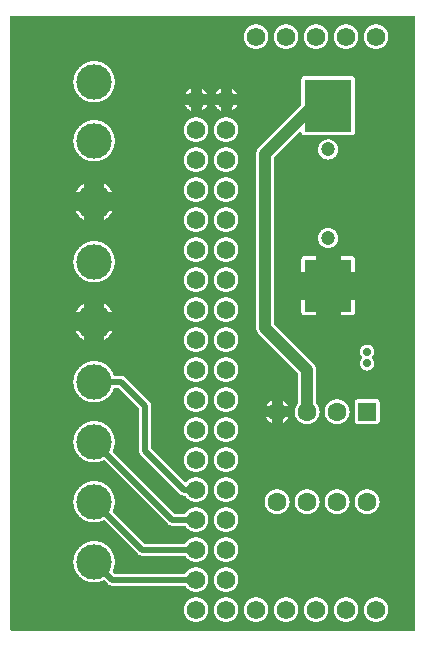
<source format=gtl>
G04 Layer: TopLayer*
G04 EasyEDA v6.2.46, 2019-11-12T08:41:23+00:00*
G04 a54ae0302d0d4d44958841ca790c1891,6515191c65484b44ad2e16bf32a5f50e,10*
G04 Gerber Generator version 0.2*
G04 Scale: 100 percent, Rotated: No, Reflected: No *
G04 Dimensions in millimeters *
G04 leading zeros omitted , absolute positions ,3 integer and 3 decimal *
%FSLAX33Y33*%
%MOMM*%
G90*
G71D02*

%ADD11C,0.999998*%
%ADD12C,0.499999*%
%ADD13R,3.999992X4.499991*%
%ADD14C,2.999994*%
%ADD15R,1.600200X1.600200*%
%ADD16C,1.600200*%
%ADD17C,1.199998*%
%ADD18C,0.700024*%
%ADD19C,1.574800*%

%LPD*%
G36*
G01X34439Y52321D02*
G01X358Y52321D01*
G01X343Y52320D01*
G01X329Y52317D01*
G01X315Y52312D01*
G01X303Y52305D01*
G01X291Y52296D01*
G01X281Y52286D01*
G01X272Y52274D01*
G01X265Y52262D01*
G01X260Y52248D01*
G01X257Y52234D01*
G01X256Y52219D01*
G01X256Y358D01*
G01X257Y343D01*
G01X260Y329D01*
G01X265Y315D01*
G01X272Y303D01*
G01X281Y291D01*
G01X291Y281D01*
G01X303Y272D01*
G01X315Y265D01*
G01X329Y260D01*
G01X343Y257D01*
G01X358Y256D01*
G01X34439Y256D01*
G01X34454Y257D01*
G01X34468Y260D01*
G01X34482Y265D01*
G01X34494Y272D01*
G01X34506Y281D01*
G01X34516Y291D01*
G01X34525Y303D01*
G01X34532Y315D01*
G01X34537Y329D01*
G01X34540Y343D01*
G01X34541Y358D01*
G01X34541Y52219D01*
G01X34540Y52234D01*
G01X34537Y52248D01*
G01X34532Y52262D01*
G01X34525Y52274D01*
G01X34516Y52286D01*
G01X34506Y52296D01*
G01X34494Y52305D01*
G01X34482Y52312D01*
G01X34468Y52317D01*
G01X34454Y52320D01*
G01X34439Y52321D01*
G37*

%LPC*%
G36*
G01X29177Y47206D02*
G01X25178Y47206D01*
G01X25154Y47205D01*
G01X25131Y47202D01*
G01X25108Y47196D01*
G01X25086Y47189D01*
G01X25065Y47179D01*
G01X25045Y47168D01*
G01X25025Y47155D01*
G01X25007Y47140D01*
G01X24991Y47124D01*
G01X24976Y47106D01*
G01X24963Y47086D01*
G01X24951Y47066D01*
G01X24942Y47045D01*
G01X24935Y47023D01*
G01X24929Y47000D01*
G01X24926Y46977D01*
G01X24925Y46953D01*
G01X24925Y44827D01*
G01X24924Y44811D01*
G01X24920Y44796D01*
G01X24914Y44781D01*
G01X24906Y44768D01*
G01X24895Y44755D01*
G01X21311Y41172D01*
G01X21284Y41143D01*
G01X21259Y41113D01*
G01X21235Y41082D01*
G01X21212Y41049D01*
G01X21192Y41016D01*
G01X21173Y40981D01*
G01X21156Y40946D01*
G01X21141Y40909D01*
G01X21128Y40872D01*
G01X21117Y40834D01*
G01X21107Y40796D01*
G01X21100Y40757D01*
G01X21095Y40718D01*
G01X21092Y40679D01*
G01X21091Y40640D01*
G01X21091Y25908D01*
G01X21092Y25868D01*
G01X21095Y25829D01*
G01X21100Y25790D01*
G01X21107Y25751D01*
G01X21117Y25713D01*
G01X21128Y25675D01*
G01X21141Y25638D01*
G01X21156Y25601D01*
G01X21173Y25566D01*
G01X21192Y25531D01*
G01X21212Y25498D01*
G01X21235Y25465D01*
G01X21259Y25434D01*
G01X21284Y25404D01*
G01X21311Y25375D01*
G01X24617Y22070D01*
G01X24628Y22057D01*
G01X24636Y22044D01*
G01X24642Y22029D01*
G01X24646Y22014D01*
G01X24647Y21998D01*
G01X24647Y19572D01*
G01X24646Y19557D01*
G01X24643Y19542D01*
G01X24637Y19528D01*
G01X24630Y19515D01*
G01X24621Y19503D01*
G01X24589Y19467D01*
G01X24559Y19429D01*
G01X24530Y19389D01*
G01X24504Y19349D01*
G01X24479Y19307D01*
G01X24457Y19264D01*
G01X24436Y19220D01*
G01X24418Y19175D01*
G01X24401Y19129D01*
G01X24387Y19083D01*
G01X24375Y19036D01*
G01X24365Y18989D01*
G01X24357Y18941D01*
G01X24351Y18892D01*
G01X24348Y18844D01*
G01X24347Y18796D01*
G01X24348Y18748D01*
G01X24351Y18701D01*
G01X24356Y18654D01*
G01X24364Y18608D01*
G01X24373Y18561D01*
G01X24385Y18515D01*
G01X24398Y18470D01*
G01X24414Y18426D01*
G01X24432Y18382D01*
G01X24451Y18339D01*
G01X24473Y18297D01*
G01X24496Y18256D01*
G01X24521Y18216D01*
G01X24548Y18177D01*
G01X24577Y18139D01*
G01X24607Y18103D01*
G01X24639Y18068D01*
G01X24672Y18035D01*
G01X24707Y18003D01*
G01X24743Y17973D01*
G01X24781Y17944D01*
G01X24820Y17917D01*
G01X24860Y17892D01*
G01X24901Y17869D01*
G01X24943Y17847D01*
G01X24986Y17828D01*
G01X25030Y17810D01*
G01X25074Y17794D01*
G01X25119Y17781D01*
G01X25165Y17769D01*
G01X25212Y17760D01*
G01X25258Y17752D01*
G01X25305Y17747D01*
G01X25352Y17744D01*
G01X25400Y17743D01*
G01X25447Y17744D01*
G01X25494Y17747D01*
G01X25541Y17752D01*
G01X25587Y17760D01*
G01X25634Y17769D01*
G01X25680Y17781D01*
G01X25725Y17794D01*
G01X25769Y17810D01*
G01X25813Y17828D01*
G01X25856Y17847D01*
G01X25898Y17869D01*
G01X25939Y17892D01*
G01X25979Y17917D01*
G01X26018Y17944D01*
G01X26056Y17973D01*
G01X26092Y18003D01*
G01X26127Y18035D01*
G01X26160Y18068D01*
G01X26192Y18103D01*
G01X26222Y18139D01*
G01X26251Y18177D01*
G01X26278Y18216D01*
G01X26303Y18256D01*
G01X26326Y18297D01*
G01X26348Y18339D01*
G01X26367Y18382D01*
G01X26385Y18426D01*
G01X26401Y18470D01*
G01X26414Y18515D01*
G01X26426Y18561D01*
G01X26435Y18608D01*
G01X26443Y18654D01*
G01X26448Y18701D01*
G01X26451Y18748D01*
G01X26452Y18796D01*
G01X26451Y18844D01*
G01X26448Y18892D01*
G01X26442Y18941D01*
G01X26434Y18989D01*
G01X26424Y19036D01*
G01X26412Y19083D01*
G01X26398Y19129D01*
G01X26381Y19175D01*
G01X26363Y19220D01*
G01X26342Y19264D01*
G01X26320Y19307D01*
G01X26295Y19349D01*
G01X26269Y19389D01*
G01X26240Y19429D01*
G01X26210Y19467D01*
G01X26178Y19503D01*
G01X26169Y19515D01*
G01X26162Y19528D01*
G01X26156Y19542D01*
G01X26153Y19557D01*
G01X26152Y19572D01*
G01X26152Y22351D01*
G01X26151Y22391D01*
G01X26148Y22430D01*
G01X26143Y22469D01*
G01X26136Y22508D01*
G01X26126Y22546D01*
G01X26115Y22584D01*
G01X26102Y22621D01*
G01X26087Y22658D01*
G01X26070Y22693D01*
G01X26051Y22728D01*
G01X26031Y22761D01*
G01X26008Y22794D01*
G01X25984Y22825D01*
G01X25959Y22855D01*
G01X25932Y22884D01*
G01X22626Y26189D01*
G01X22615Y26202D01*
G01X22607Y26215D01*
G01X22601Y26230D01*
G01X22597Y26245D01*
G01X22596Y26261D01*
G01X22596Y40286D01*
G01X22597Y40302D01*
G01X22601Y40317D01*
G01X22607Y40332D01*
G01X22615Y40345D01*
G01X22626Y40358D01*
G01X24754Y42486D01*
G01X24766Y42496D01*
G01X24780Y42504D01*
G01X24794Y42510D01*
G01X24810Y42514D01*
G01X24826Y42515D01*
G01X24840Y42514D01*
G01X24855Y42511D01*
G01X24869Y42506D01*
G01X24882Y42499D01*
G01X24893Y42490D01*
G01X24904Y42479D01*
G01X24912Y42467D01*
G01X24919Y42454D01*
G01X24924Y42440D01*
G01X24927Y42425D01*
G01X24930Y42402D01*
G01X24936Y42380D01*
G01X24944Y42358D01*
G01X24953Y42338D01*
G01X24965Y42318D01*
G01X24978Y42299D01*
G01X24993Y42281D01*
G01X25009Y42265D01*
G01X25027Y42251D01*
G01X25046Y42238D01*
G01X25066Y42227D01*
G01X25087Y42218D01*
G01X25109Y42210D01*
G01X25132Y42205D01*
G01X25155Y42202D01*
G01X25178Y42201D01*
G01X29177Y42201D01*
G01X29201Y42202D01*
G01X29224Y42205D01*
G01X29247Y42211D01*
G01X29269Y42218D01*
G01X29290Y42227D01*
G01X29310Y42239D01*
G01X29330Y42252D01*
G01X29348Y42267D01*
G01X29364Y42283D01*
G01X29379Y42301D01*
G01X29392Y42321D01*
G01X29404Y42341D01*
G01X29413Y42362D01*
G01X29420Y42384D01*
G01X29426Y42407D01*
G01X29429Y42430D01*
G01X29430Y42453D01*
G01X29430Y46953D01*
G01X29429Y46977D01*
G01X29426Y47000D01*
G01X29420Y47023D01*
G01X29413Y47045D01*
G01X29404Y47066D01*
G01X29392Y47086D01*
G01X29379Y47106D01*
G01X29364Y47124D01*
G01X29348Y47140D01*
G01X29330Y47155D01*
G01X29310Y47168D01*
G01X29290Y47179D01*
G01X29269Y47189D01*
G01X29247Y47196D01*
G01X29224Y47202D01*
G01X29201Y47205D01*
G01X29177Y47206D01*
G37*
G36*
G01X7426Y23087D02*
G01X7366Y23088D01*
G01X7306Y23087D01*
G01X7246Y23084D01*
G01X7186Y23079D01*
G01X7127Y23072D01*
G01X7068Y23062D01*
G01X7009Y23051D01*
G01X6951Y23038D01*
G01X6893Y23023D01*
G01X6835Y23006D01*
G01X6779Y22987D01*
G01X6723Y22966D01*
G01X6667Y22943D01*
G01X6613Y22918D01*
G01X6559Y22891D01*
G01X6507Y22863D01*
G01X6455Y22833D01*
G01X6404Y22801D01*
G01X6355Y22767D01*
G01X6307Y22732D01*
G01X6260Y22695D01*
G01X6214Y22656D01*
G01X6169Y22616D01*
G01X6126Y22575D01*
G01X6085Y22532D01*
G01X6045Y22487D01*
G01X6006Y22441D01*
G01X5969Y22394D01*
G01X5934Y22346D01*
G01X5900Y22297D01*
G01X5868Y22246D01*
G01X5838Y22194D01*
G01X5810Y22142D01*
G01X5783Y22088D01*
G01X5758Y22034D01*
G01X5735Y21978D01*
G01X5714Y21922D01*
G01X5695Y21866D01*
G01X5678Y21808D01*
G01X5663Y21750D01*
G01X5650Y21692D01*
G01X5639Y21633D01*
G01X5629Y21574D01*
G01X5622Y21515D01*
G01X5617Y21455D01*
G01X5614Y21395D01*
G01X5613Y21336D01*
G01X5614Y21276D01*
G01X5617Y21216D01*
G01X5622Y21156D01*
G01X5629Y21097D01*
G01X5639Y21038D01*
G01X5650Y20979D01*
G01X5663Y20921D01*
G01X5678Y20863D01*
G01X5695Y20805D01*
G01X5714Y20749D01*
G01X5735Y20693D01*
G01X5758Y20637D01*
G01X5783Y20583D01*
G01X5810Y20529D01*
G01X5838Y20477D01*
G01X5868Y20425D01*
G01X5900Y20374D01*
G01X5934Y20325D01*
G01X5969Y20277D01*
G01X6006Y20230D01*
G01X6045Y20184D01*
G01X6085Y20139D01*
G01X6126Y20096D01*
G01X6169Y20055D01*
G01X6214Y20015D01*
G01X6260Y19976D01*
G01X6307Y19939D01*
G01X6355Y19904D01*
G01X6404Y19870D01*
G01X6455Y19838D01*
G01X6507Y19808D01*
G01X6559Y19780D01*
G01X6613Y19753D01*
G01X6667Y19728D01*
G01X6723Y19705D01*
G01X6779Y19684D01*
G01X6835Y19665D01*
G01X6893Y19648D01*
G01X6951Y19633D01*
G01X7009Y19620D01*
G01X7068Y19609D01*
G01X7127Y19599D01*
G01X7186Y19592D01*
G01X7246Y19587D01*
G01X7306Y19584D01*
G01X7366Y19583D01*
G01X7426Y19584D01*
G01X7486Y19587D01*
G01X7546Y19592D01*
G01X7606Y19600D01*
G01X7666Y19609D01*
G01X7725Y19620D01*
G01X7784Y19634D01*
G01X7842Y19649D01*
G01X7900Y19666D01*
G01X7957Y19686D01*
G01X8013Y19707D01*
G01X8069Y19730D01*
G01X8124Y19756D01*
G01X8178Y19783D01*
G01X8231Y19811D01*
G01X8282Y19842D01*
G01X8333Y19874D01*
G01X8383Y19909D01*
G01X8431Y19945D01*
G01X8479Y19982D01*
G01X8525Y20021D01*
G01X8569Y20062D01*
G01X8612Y20104D01*
G01X8654Y20148D01*
G01X8694Y20193D01*
G01X8733Y20239D01*
G01X8769Y20287D01*
G01X8805Y20336D01*
G01X8838Y20386D01*
G01X8870Y20437D01*
G01X8900Y20489D01*
G01X8928Y20543D01*
G01X8955Y20597D01*
G01X8979Y20652D01*
G01X9002Y20708D01*
G01X9022Y20765D01*
G01X9029Y20779D01*
G01X9037Y20792D01*
G01X9047Y20804D01*
G01X9059Y20814D01*
G01X9073Y20822D01*
G01X9087Y20828D01*
G01X9103Y20832D01*
G01X9118Y20833D01*
G01X9401Y20833D01*
G01X9417Y20832D01*
G01X9433Y20828D01*
G01X9447Y20822D01*
G01X9461Y20814D01*
G01X9473Y20803D01*
G01X11151Y19125D01*
G01X11162Y19113D01*
G01X11170Y19099D01*
G01X11176Y19085D01*
G01X11180Y19069D01*
G01X11181Y19053D01*
G01X11181Y15493D01*
G01X11182Y15461D01*
G01X11185Y15428D01*
G01X11191Y15395D01*
G01X11198Y15363D01*
G01X11208Y15332D01*
G01X11219Y15301D01*
G01X11233Y15271D01*
G01X11248Y15242D01*
G01X11266Y15214D01*
G01X11285Y15188D01*
G01X11306Y15162D01*
G01X11328Y15138D01*
G01X14630Y11836D01*
G01X14654Y11814D01*
G01X14680Y11793D01*
G01X14706Y11774D01*
G01X14734Y11756D01*
G01X14763Y11741D01*
G01X14793Y11727D01*
G01X14824Y11716D01*
G01X14855Y11706D01*
G01X14887Y11699D01*
G01X14920Y11693D01*
G01X14953Y11690D01*
G01X14986Y11689D01*
G01X15033Y11689D01*
G01X15048Y11688D01*
G01X15062Y11685D01*
G01X15076Y11680D01*
G01X15089Y11672D01*
G01X15100Y11664D01*
G01X15111Y11653D01*
G01X15119Y11641D01*
G01X15145Y11601D01*
G01X15174Y11562D01*
G01X15203Y11525D01*
G01X15235Y11489D01*
G01X15268Y11454D01*
G01X15303Y11421D01*
G01X15339Y11390D01*
G01X15377Y11360D01*
G01X15415Y11332D01*
G01X15456Y11306D01*
G01X15497Y11282D01*
G01X15539Y11260D01*
G01X15583Y11240D01*
G01X15627Y11221D01*
G01X15672Y11205D01*
G01X15718Y11191D01*
G01X15764Y11179D01*
G01X15811Y11169D01*
G01X15858Y11162D01*
G01X15906Y11156D01*
G01X15954Y11153D01*
G01X16002Y11152D01*
G01X16048Y11153D01*
G01X16095Y11156D01*
G01X16141Y11161D01*
G01X16187Y11168D01*
G01X16233Y11178D01*
G01X16278Y11189D01*
G01X16323Y11203D01*
G01X16367Y11218D01*
G01X16410Y11235D01*
G01X16453Y11255D01*
G01X16494Y11276D01*
G01X16535Y11299D01*
G01X16574Y11324D01*
G01X16613Y11350D01*
G01X16650Y11378D01*
G01X16686Y11408D01*
G01X16720Y11440D01*
G01X16753Y11473D01*
G01X16785Y11507D01*
G01X16815Y11543D01*
G01X16843Y11580D01*
G01X16869Y11619D01*
G01X16894Y11658D01*
G01X16917Y11699D01*
G01X16938Y11740D01*
G01X16958Y11783D01*
G01X16975Y11826D01*
G01X16990Y11870D01*
G01X17004Y11915D01*
G01X17015Y11960D01*
G01X17025Y12006D01*
G01X17032Y12052D01*
G01X17037Y12098D01*
G01X17040Y12145D01*
G01X17041Y12192D01*
G01X17040Y12238D01*
G01X17037Y12285D01*
G01X17032Y12331D01*
G01X17025Y12377D01*
G01X17015Y12423D01*
G01X17004Y12468D01*
G01X16990Y12513D01*
G01X16975Y12557D01*
G01X16958Y12600D01*
G01X16938Y12643D01*
G01X16917Y12684D01*
G01X16894Y12725D01*
G01X16869Y12764D01*
G01X16843Y12803D01*
G01X16815Y12840D01*
G01X16785Y12876D01*
G01X16753Y12910D01*
G01X16720Y12943D01*
G01X16686Y12975D01*
G01X16650Y13005D01*
G01X16613Y13033D01*
G01X16574Y13059D01*
G01X16535Y13084D01*
G01X16494Y13107D01*
G01X16453Y13128D01*
G01X16410Y13148D01*
G01X16367Y13165D01*
G01X16323Y13180D01*
G01X16278Y13194D01*
G01X16233Y13205D01*
G01X16187Y13215D01*
G01X16141Y13222D01*
G01X16095Y13227D01*
G01X16048Y13230D01*
G01X16001Y13231D01*
G01X15955Y13230D01*
G01X15910Y13227D01*
G01X15864Y13222D01*
G01X15818Y13215D01*
G01X15773Y13206D01*
G01X15728Y13195D01*
G01X15684Y13182D01*
G01X15641Y13167D01*
G01X15598Y13150D01*
G01X15556Y13131D01*
G01X15515Y13110D01*
G01X15475Y13088D01*
G01X15435Y13064D01*
G01X15397Y13038D01*
G01X15360Y13010D01*
G01X15325Y12981D01*
G01X15290Y12950D01*
G01X15258Y12918D01*
G01X15226Y12884D01*
G01X15196Y12849D01*
G01X15186Y12839D01*
G01X15174Y12829D01*
G01X15161Y12822D01*
G01X15147Y12817D01*
G01X15133Y12813D01*
G01X15118Y12812D01*
G01X15102Y12813D01*
G01X15086Y12817D01*
G01X15071Y12823D01*
G01X15058Y12832D01*
G01X15046Y12842D01*
G01X12216Y15672D01*
G01X12205Y15684D01*
G01X12197Y15698D01*
G01X12191Y15712D01*
G01X12187Y15728D01*
G01X12186Y15744D01*
G01X12186Y19304D01*
G01X12185Y19336D01*
G01X12182Y19369D01*
G01X12176Y19402D01*
G01X12169Y19434D01*
G01X12159Y19465D01*
G01X12148Y19496D01*
G01X12134Y19526D01*
G01X12119Y19555D01*
G01X12101Y19583D01*
G01X12082Y19609D01*
G01X12061Y19635D01*
G01X12039Y19659D01*
G01X10007Y21691D01*
G01X9983Y21713D01*
G01X9957Y21734D01*
G01X9931Y21753D01*
G01X9903Y21771D01*
G01X9874Y21786D01*
G01X9844Y21800D01*
G01X9813Y21811D01*
G01X9782Y21821D01*
G01X9750Y21828D01*
G01X9717Y21834D01*
G01X9684Y21837D01*
G01X9652Y21838D01*
G01X9118Y21838D01*
G01X9103Y21839D01*
G01X9087Y21843D01*
G01X9073Y21849D01*
G01X9059Y21857D01*
G01X9047Y21867D01*
G01X9037Y21879D01*
G01X9029Y21892D01*
G01X9022Y21906D01*
G01X9002Y21963D01*
G01X8979Y22019D01*
G01X8955Y22074D01*
G01X8928Y22128D01*
G01X8900Y22182D01*
G01X8870Y22234D01*
G01X8838Y22285D01*
G01X8805Y22335D01*
G01X8769Y22384D01*
G01X8733Y22432D01*
G01X8694Y22478D01*
G01X8654Y22523D01*
G01X8612Y22567D01*
G01X8569Y22609D01*
G01X8525Y22650D01*
G01X8479Y22689D01*
G01X8431Y22726D01*
G01X8383Y22762D01*
G01X8333Y22797D01*
G01X8282Y22829D01*
G01X8231Y22860D01*
G01X8178Y22888D01*
G01X8124Y22915D01*
G01X8069Y22941D01*
G01X8013Y22964D01*
G01X7957Y22985D01*
G01X7900Y23005D01*
G01X7842Y23022D01*
G01X7784Y23037D01*
G01X7725Y23051D01*
G01X7666Y23062D01*
G01X7606Y23071D01*
G01X7546Y23079D01*
G01X7486Y23084D01*
G01X7426Y23087D01*
G37*
G36*
G01X7425Y18007D02*
G01X7366Y18008D01*
G01X7306Y18007D01*
G01X7246Y18004D01*
G01X7186Y17999D01*
G01X7127Y17992D01*
G01X7068Y17982D01*
G01X7009Y17971D01*
G01X6951Y17958D01*
G01X6893Y17943D01*
G01X6835Y17926D01*
G01X6779Y17907D01*
G01X6723Y17886D01*
G01X6667Y17863D01*
G01X6613Y17838D01*
G01X6559Y17811D01*
G01X6507Y17783D01*
G01X6455Y17753D01*
G01X6404Y17721D01*
G01X6355Y17687D01*
G01X6307Y17652D01*
G01X6260Y17615D01*
G01X6214Y17576D01*
G01X6169Y17536D01*
G01X6126Y17495D01*
G01X6085Y17452D01*
G01X6045Y17407D01*
G01X6006Y17361D01*
G01X5969Y17314D01*
G01X5934Y17266D01*
G01X5900Y17217D01*
G01X5868Y17166D01*
G01X5838Y17114D01*
G01X5810Y17062D01*
G01X5783Y17008D01*
G01X5758Y16954D01*
G01X5735Y16898D01*
G01X5714Y16842D01*
G01X5695Y16786D01*
G01X5678Y16728D01*
G01X5663Y16670D01*
G01X5650Y16612D01*
G01X5639Y16553D01*
G01X5629Y16494D01*
G01X5622Y16435D01*
G01X5617Y16375D01*
G01X5614Y16315D01*
G01X5613Y16256D01*
G01X5614Y16196D01*
G01X5617Y16136D01*
G01X5622Y16076D01*
G01X5629Y16017D01*
G01X5639Y15958D01*
G01X5650Y15899D01*
G01X5663Y15841D01*
G01X5678Y15783D01*
G01X5695Y15725D01*
G01X5714Y15669D01*
G01X5735Y15613D01*
G01X5758Y15557D01*
G01X5783Y15503D01*
G01X5810Y15449D01*
G01X5838Y15397D01*
G01X5868Y15345D01*
G01X5900Y15294D01*
G01X5934Y15245D01*
G01X5969Y15197D01*
G01X6006Y15150D01*
G01X6045Y15104D01*
G01X6085Y15059D01*
G01X6126Y15016D01*
G01X6169Y14975D01*
G01X6214Y14935D01*
G01X6260Y14896D01*
G01X6307Y14859D01*
G01X6355Y14824D01*
G01X6404Y14790D01*
G01X6455Y14758D01*
G01X6507Y14728D01*
G01X6559Y14700D01*
G01X6613Y14673D01*
G01X6667Y14648D01*
G01X6723Y14625D01*
G01X6779Y14604D01*
G01X6835Y14585D01*
G01X6893Y14568D01*
G01X6951Y14553D01*
G01X7009Y14540D01*
G01X7068Y14529D01*
G01X7127Y14519D01*
G01X7186Y14512D01*
G01X7246Y14507D01*
G01X7306Y14504D01*
G01X7366Y14503D01*
G01X7427Y14504D01*
G01X7488Y14507D01*
G01X7549Y14513D01*
G01X7609Y14520D01*
G01X7670Y14530D01*
G01X7730Y14541D01*
G01X7789Y14555D01*
G01X7848Y14571D01*
G01X7907Y14589D01*
G01X7965Y14609D01*
G01X8022Y14630D01*
G01X8078Y14654D01*
G01X8133Y14680D01*
G01X8148Y14686D01*
G01X8163Y14689D01*
G01X8178Y14690D01*
G01X8194Y14689D01*
G01X8209Y14685D01*
G01X8224Y14679D01*
G01X8238Y14671D01*
G01X8250Y14661D01*
G01X13614Y9296D01*
G01X13638Y9274D01*
G01X13664Y9253D01*
G01X13690Y9234D01*
G01X13718Y9216D01*
G01X13747Y9201D01*
G01X13777Y9187D01*
G01X13808Y9176D01*
G01X13839Y9166D01*
G01X13871Y9159D01*
G01X13904Y9153D01*
G01X13937Y9150D01*
G01X13970Y9149D01*
G01X15033Y9149D01*
G01X15048Y9148D01*
G01X15062Y9145D01*
G01X15076Y9140D01*
G01X15089Y9132D01*
G01X15100Y9124D01*
G01X15111Y9113D01*
G01X15119Y9101D01*
G01X15145Y9061D01*
G01X15174Y9022D01*
G01X15203Y8985D01*
G01X15235Y8949D01*
G01X15268Y8914D01*
G01X15303Y8881D01*
G01X15339Y8850D01*
G01X15377Y8820D01*
G01X15415Y8792D01*
G01X15456Y8766D01*
G01X15497Y8742D01*
G01X15539Y8720D01*
G01X15583Y8700D01*
G01X15627Y8681D01*
G01X15672Y8665D01*
G01X15718Y8651D01*
G01X15764Y8639D01*
G01X15811Y8629D01*
G01X15858Y8622D01*
G01X15906Y8616D01*
G01X15954Y8613D01*
G01X16002Y8612D01*
G01X16048Y8613D01*
G01X16095Y8616D01*
G01X16141Y8621D01*
G01X16187Y8628D01*
G01X16233Y8638D01*
G01X16278Y8649D01*
G01X16323Y8663D01*
G01X16367Y8678D01*
G01X16410Y8695D01*
G01X16453Y8715D01*
G01X16494Y8736D01*
G01X16535Y8759D01*
G01X16574Y8784D01*
G01X16613Y8810D01*
G01X16650Y8838D01*
G01X16686Y8868D01*
G01X16720Y8900D01*
G01X16753Y8933D01*
G01X16785Y8967D01*
G01X16815Y9003D01*
G01X16843Y9040D01*
G01X16869Y9079D01*
G01X16894Y9118D01*
G01X16917Y9159D01*
G01X16938Y9200D01*
G01X16958Y9243D01*
G01X16975Y9286D01*
G01X16990Y9330D01*
G01X17004Y9375D01*
G01X17015Y9420D01*
G01X17025Y9466D01*
G01X17032Y9512D01*
G01X17037Y9558D01*
G01X17040Y9605D01*
G01X17041Y9652D01*
G01X17040Y9698D01*
G01X17037Y9745D01*
G01X17032Y9791D01*
G01X17025Y9837D01*
G01X17015Y9883D01*
G01X17004Y9928D01*
G01X16990Y9973D01*
G01X16975Y10017D01*
G01X16958Y10060D01*
G01X16938Y10103D01*
G01X16917Y10144D01*
G01X16894Y10185D01*
G01X16869Y10224D01*
G01X16843Y10263D01*
G01X16815Y10300D01*
G01X16785Y10336D01*
G01X16753Y10370D01*
G01X16720Y10403D01*
G01X16686Y10435D01*
G01X16650Y10465D01*
G01X16613Y10493D01*
G01X16574Y10519D01*
G01X16535Y10544D01*
G01X16494Y10567D01*
G01X16453Y10588D01*
G01X16410Y10608D01*
G01X16367Y10625D01*
G01X16323Y10640D01*
G01X16278Y10654D01*
G01X16233Y10665D01*
G01X16187Y10675D01*
G01X16141Y10682D01*
G01X16095Y10687D01*
G01X16048Y10690D01*
G01X16002Y10691D01*
G01X15954Y10690D01*
G01X15906Y10687D01*
G01X15858Y10681D01*
G01X15811Y10674D01*
G01X15764Y10664D01*
G01X15718Y10652D01*
G01X15672Y10638D01*
G01X15627Y10622D01*
G01X15583Y10603D01*
G01X15539Y10583D01*
G01X15497Y10561D01*
G01X15456Y10537D01*
G01X15415Y10511D01*
G01X15377Y10483D01*
G01X15339Y10453D01*
G01X15303Y10422D01*
G01X15268Y10389D01*
G01X15235Y10354D01*
G01X15203Y10318D01*
G01X15174Y10281D01*
G01X15145Y10242D01*
G01X15119Y10202D01*
G01X15111Y10190D01*
G01X15100Y10179D01*
G01X15089Y10171D01*
G01X15076Y10163D01*
G01X15062Y10158D01*
G01X15048Y10155D01*
G01X15033Y10154D01*
G01X14220Y10154D01*
G01X14204Y10155D01*
G01X14188Y10159D01*
G01X14174Y10165D01*
G01X14160Y10173D01*
G01X14148Y10184D01*
G01X8960Y15371D01*
G01X8950Y15383D01*
G01X8942Y15397D01*
G01X8936Y15412D01*
G01X8932Y15427D01*
G01X8931Y15443D01*
G01X8932Y15458D01*
G01X8935Y15473D01*
G01X8941Y15488D01*
G01X8967Y15543D01*
G01X8991Y15599D01*
G01X9012Y15656D01*
G01X9032Y15714D01*
G01X9050Y15773D01*
G01X9066Y15832D01*
G01X9080Y15891D01*
G01X9091Y15951D01*
G01X9101Y16012D01*
G01X9108Y16072D01*
G01X9114Y16133D01*
G01X9117Y16194D01*
G01X9118Y16255D01*
G01X9117Y16315D01*
G01X9114Y16375D01*
G01X9109Y16435D01*
G01X9102Y16494D01*
G01X9092Y16553D01*
G01X9081Y16612D01*
G01X9068Y16670D01*
G01X9053Y16728D01*
G01X9036Y16786D01*
G01X9017Y16842D01*
G01X8996Y16898D01*
G01X8973Y16954D01*
G01X8948Y17008D01*
G01X8921Y17062D01*
G01X8893Y17114D01*
G01X8863Y17166D01*
G01X8831Y17217D01*
G01X8797Y17266D01*
G01X8762Y17314D01*
G01X8725Y17361D01*
G01X8686Y17407D01*
G01X8646Y17452D01*
G01X8605Y17495D01*
G01X8562Y17536D01*
G01X8517Y17576D01*
G01X8471Y17615D01*
G01X8424Y17652D01*
G01X8376Y17687D01*
G01X8327Y17721D01*
G01X8276Y17753D01*
G01X8224Y17783D01*
G01X8172Y17811D01*
G01X8118Y17838D01*
G01X8064Y17863D01*
G01X8008Y17886D01*
G01X7952Y17907D01*
G01X7896Y17926D01*
G01X7838Y17943D01*
G01X7780Y17958D01*
G01X7722Y17971D01*
G01X7663Y17982D01*
G01X7604Y17992D01*
G01X7545Y17999D01*
G01X7485Y18004D01*
G01X7425Y18007D01*
G37*
G36*
G01X7425Y12927D02*
G01X7366Y12928D01*
G01X7306Y12927D01*
G01X7246Y12924D01*
G01X7186Y12919D01*
G01X7127Y12912D01*
G01X7068Y12902D01*
G01X7009Y12891D01*
G01X6951Y12878D01*
G01X6893Y12863D01*
G01X6835Y12846D01*
G01X6779Y12827D01*
G01X6723Y12806D01*
G01X6667Y12783D01*
G01X6613Y12758D01*
G01X6559Y12731D01*
G01X6507Y12703D01*
G01X6455Y12673D01*
G01X6404Y12641D01*
G01X6355Y12607D01*
G01X6307Y12572D01*
G01X6260Y12535D01*
G01X6214Y12496D01*
G01X6169Y12456D01*
G01X6126Y12415D01*
G01X6085Y12372D01*
G01X6045Y12327D01*
G01X6006Y12281D01*
G01X5969Y12234D01*
G01X5934Y12186D01*
G01X5900Y12137D01*
G01X5868Y12086D01*
G01X5838Y12034D01*
G01X5810Y11982D01*
G01X5783Y11928D01*
G01X5758Y11874D01*
G01X5735Y11818D01*
G01X5714Y11762D01*
G01X5695Y11706D01*
G01X5678Y11648D01*
G01X5663Y11590D01*
G01X5650Y11532D01*
G01X5639Y11473D01*
G01X5629Y11414D01*
G01X5622Y11355D01*
G01X5617Y11295D01*
G01X5614Y11235D01*
G01X5613Y11176D01*
G01X5614Y11116D01*
G01X5617Y11056D01*
G01X5622Y10996D01*
G01X5629Y10937D01*
G01X5639Y10878D01*
G01X5650Y10819D01*
G01X5663Y10761D01*
G01X5678Y10703D01*
G01X5695Y10645D01*
G01X5714Y10589D01*
G01X5735Y10533D01*
G01X5758Y10477D01*
G01X5783Y10423D01*
G01X5810Y10369D01*
G01X5838Y10317D01*
G01X5868Y10265D01*
G01X5900Y10214D01*
G01X5934Y10165D01*
G01X5969Y10117D01*
G01X6006Y10070D01*
G01X6045Y10024D01*
G01X6085Y9979D01*
G01X6126Y9936D01*
G01X6169Y9895D01*
G01X6214Y9855D01*
G01X6260Y9816D01*
G01X6307Y9779D01*
G01X6355Y9744D01*
G01X6404Y9710D01*
G01X6455Y9678D01*
G01X6507Y9648D01*
G01X6559Y9620D01*
G01X6613Y9593D01*
G01X6667Y9568D01*
G01X6723Y9545D01*
G01X6779Y9524D01*
G01X6835Y9505D01*
G01X6893Y9488D01*
G01X6951Y9473D01*
G01X7009Y9460D01*
G01X7068Y9449D01*
G01X7127Y9439D01*
G01X7186Y9432D01*
G01X7246Y9427D01*
G01X7306Y9424D01*
G01X7366Y9423D01*
G01X7427Y9424D01*
G01X7488Y9427D01*
G01X7549Y9433D01*
G01X7609Y9440D01*
G01X7670Y9450D01*
G01X7730Y9461D01*
G01X7789Y9475D01*
G01X7848Y9491D01*
G01X7907Y9509D01*
G01X7965Y9529D01*
G01X8022Y9550D01*
G01X8078Y9574D01*
G01X8133Y9600D01*
G01X8148Y9606D01*
G01X8163Y9609D01*
G01X8178Y9610D01*
G01X8194Y9609D01*
G01X8209Y9605D01*
G01X8224Y9599D01*
G01X8238Y9591D01*
G01X8250Y9581D01*
G01X11074Y6756D01*
G01X11098Y6734D01*
G01X11124Y6713D01*
G01X11150Y6694D01*
G01X11178Y6676D01*
G01X11207Y6661D01*
G01X11237Y6647D01*
G01X11268Y6636D01*
G01X11299Y6626D01*
G01X11331Y6619D01*
G01X11364Y6613D01*
G01X11397Y6610D01*
G01X11430Y6609D01*
G01X15033Y6609D01*
G01X15048Y6608D01*
G01X15062Y6605D01*
G01X15076Y6600D01*
G01X15089Y6592D01*
G01X15100Y6584D01*
G01X15111Y6573D01*
G01X15119Y6561D01*
G01X15145Y6521D01*
G01X15174Y6482D01*
G01X15203Y6445D01*
G01X15235Y6409D01*
G01X15268Y6374D01*
G01X15303Y6341D01*
G01X15339Y6310D01*
G01X15377Y6280D01*
G01X15415Y6252D01*
G01X15456Y6226D01*
G01X15497Y6202D01*
G01X15539Y6180D01*
G01X15583Y6160D01*
G01X15627Y6141D01*
G01X15672Y6125D01*
G01X15718Y6111D01*
G01X15764Y6099D01*
G01X15811Y6089D01*
G01X15858Y6082D01*
G01X15906Y6076D01*
G01X15954Y6073D01*
G01X16002Y6072D01*
G01X16048Y6073D01*
G01X16095Y6076D01*
G01X16141Y6081D01*
G01X16187Y6088D01*
G01X16233Y6098D01*
G01X16278Y6109D01*
G01X16323Y6123D01*
G01X16367Y6138D01*
G01X16410Y6155D01*
G01X16453Y6175D01*
G01X16494Y6196D01*
G01X16535Y6219D01*
G01X16574Y6244D01*
G01X16613Y6270D01*
G01X16650Y6298D01*
G01X16686Y6328D01*
G01X16720Y6360D01*
G01X16753Y6393D01*
G01X16785Y6427D01*
G01X16815Y6463D01*
G01X16843Y6500D01*
G01X16869Y6539D01*
G01X16894Y6578D01*
G01X16917Y6619D01*
G01X16938Y6660D01*
G01X16958Y6703D01*
G01X16975Y6746D01*
G01X16990Y6790D01*
G01X17004Y6835D01*
G01X17015Y6880D01*
G01X17025Y6926D01*
G01X17032Y6972D01*
G01X17037Y7018D01*
G01X17040Y7065D01*
G01X17041Y7112D01*
G01X17040Y7158D01*
G01X17037Y7205D01*
G01X17032Y7251D01*
G01X17025Y7297D01*
G01X17015Y7343D01*
G01X17004Y7388D01*
G01X16990Y7433D01*
G01X16975Y7477D01*
G01X16958Y7520D01*
G01X16938Y7563D01*
G01X16917Y7604D01*
G01X16894Y7645D01*
G01X16869Y7684D01*
G01X16843Y7723D01*
G01X16815Y7760D01*
G01X16785Y7796D01*
G01X16753Y7830D01*
G01X16720Y7863D01*
G01X16686Y7895D01*
G01X16650Y7925D01*
G01X16613Y7953D01*
G01X16574Y7979D01*
G01X16535Y8004D01*
G01X16494Y8027D01*
G01X16453Y8048D01*
G01X16410Y8068D01*
G01X16367Y8085D01*
G01X16323Y8100D01*
G01X16278Y8114D01*
G01X16233Y8125D01*
G01X16187Y8135D01*
G01X16141Y8142D01*
G01X16095Y8147D01*
G01X16048Y8150D01*
G01X16002Y8151D01*
G01X15954Y8150D01*
G01X15906Y8147D01*
G01X15858Y8141D01*
G01X15811Y8134D01*
G01X15764Y8124D01*
G01X15718Y8112D01*
G01X15672Y8098D01*
G01X15627Y8082D01*
G01X15583Y8063D01*
G01X15539Y8043D01*
G01X15497Y8021D01*
G01X15456Y7997D01*
G01X15415Y7971D01*
G01X15377Y7943D01*
G01X15339Y7913D01*
G01X15303Y7882D01*
G01X15268Y7849D01*
G01X15235Y7814D01*
G01X15203Y7778D01*
G01X15174Y7741D01*
G01X15145Y7702D01*
G01X15119Y7662D01*
G01X15111Y7650D01*
G01X15100Y7639D01*
G01X15089Y7631D01*
G01X15076Y7623D01*
G01X15062Y7618D01*
G01X15048Y7615D01*
G01X15033Y7614D01*
G01X11680Y7614D01*
G01X11664Y7615D01*
G01X11648Y7619D01*
G01X11634Y7625D01*
G01X11620Y7633D01*
G01X11608Y7644D01*
G01X8960Y10291D01*
G01X8950Y10303D01*
G01X8942Y10317D01*
G01X8936Y10332D01*
G01X8932Y10347D01*
G01X8931Y10363D01*
G01X8932Y10378D01*
G01X8935Y10393D01*
G01X8941Y10408D01*
G01X8967Y10463D01*
G01X8991Y10519D01*
G01X9012Y10576D01*
G01X9032Y10634D01*
G01X9050Y10693D01*
G01X9066Y10752D01*
G01X9080Y10811D01*
G01X9091Y10871D01*
G01X9101Y10932D01*
G01X9108Y10992D01*
G01X9114Y11053D01*
G01X9117Y11114D01*
G01X9118Y11175D01*
G01X9117Y11235D01*
G01X9114Y11295D01*
G01X9109Y11355D01*
G01X9102Y11414D01*
G01X9092Y11473D01*
G01X9081Y11532D01*
G01X9068Y11590D01*
G01X9053Y11648D01*
G01X9036Y11706D01*
G01X9017Y11762D01*
G01X8996Y11818D01*
G01X8973Y11874D01*
G01X8948Y11928D01*
G01X8921Y11982D01*
G01X8893Y12034D01*
G01X8863Y12086D01*
G01X8831Y12137D01*
G01X8797Y12186D01*
G01X8762Y12234D01*
G01X8725Y12281D01*
G01X8686Y12327D01*
G01X8646Y12372D01*
G01X8605Y12415D01*
G01X8562Y12456D01*
G01X8517Y12496D01*
G01X8471Y12535D01*
G01X8424Y12572D01*
G01X8376Y12607D01*
G01X8327Y12641D01*
G01X8276Y12673D01*
G01X8224Y12703D01*
G01X8172Y12731D01*
G01X8118Y12758D01*
G01X8064Y12783D01*
G01X8008Y12806D01*
G01X7952Y12827D01*
G01X7896Y12846D01*
G01X7838Y12863D01*
G01X7780Y12878D01*
G01X7722Y12891D01*
G01X7663Y12902D01*
G01X7604Y12912D01*
G01X7545Y12919D01*
G01X7485Y12924D01*
G01X7425Y12927D01*
G37*
G36*
G01X7425Y7847D02*
G01X7366Y7848D01*
G01X7306Y7847D01*
G01X7246Y7844D01*
G01X7186Y7839D01*
G01X7127Y7832D01*
G01X7068Y7822D01*
G01X7009Y7811D01*
G01X6951Y7798D01*
G01X6893Y7783D01*
G01X6835Y7766D01*
G01X6779Y7747D01*
G01X6723Y7726D01*
G01X6667Y7703D01*
G01X6613Y7678D01*
G01X6559Y7651D01*
G01X6507Y7623D01*
G01X6455Y7593D01*
G01X6404Y7561D01*
G01X6355Y7527D01*
G01X6307Y7492D01*
G01X6260Y7455D01*
G01X6214Y7416D01*
G01X6169Y7376D01*
G01X6126Y7335D01*
G01X6085Y7292D01*
G01X6045Y7247D01*
G01X6006Y7201D01*
G01X5969Y7154D01*
G01X5934Y7106D01*
G01X5900Y7057D01*
G01X5868Y7006D01*
G01X5838Y6954D01*
G01X5810Y6902D01*
G01X5783Y6848D01*
G01X5758Y6794D01*
G01X5735Y6738D01*
G01X5714Y6682D01*
G01X5695Y6626D01*
G01X5678Y6568D01*
G01X5663Y6510D01*
G01X5650Y6452D01*
G01X5639Y6393D01*
G01X5629Y6334D01*
G01X5622Y6275D01*
G01X5617Y6215D01*
G01X5614Y6155D01*
G01X5613Y6096D01*
G01X5614Y6036D01*
G01X5617Y5976D01*
G01X5622Y5916D01*
G01X5629Y5857D01*
G01X5639Y5798D01*
G01X5650Y5739D01*
G01X5663Y5681D01*
G01X5678Y5623D01*
G01X5695Y5565D01*
G01X5714Y5509D01*
G01X5735Y5453D01*
G01X5758Y5397D01*
G01X5783Y5343D01*
G01X5810Y5289D01*
G01X5838Y5237D01*
G01X5868Y5185D01*
G01X5900Y5134D01*
G01X5934Y5085D01*
G01X5969Y5037D01*
G01X6006Y4990D01*
G01X6045Y4944D01*
G01X6085Y4899D01*
G01X6126Y4856D01*
G01X6169Y4815D01*
G01X6214Y4775D01*
G01X6260Y4736D01*
G01X6307Y4699D01*
G01X6355Y4664D01*
G01X6404Y4630D01*
G01X6455Y4598D01*
G01X6507Y4568D01*
G01X6559Y4540D01*
G01X6613Y4513D01*
G01X6667Y4488D01*
G01X6723Y4465D01*
G01X6779Y4444D01*
G01X6835Y4425D01*
G01X6893Y4408D01*
G01X6951Y4393D01*
G01X7009Y4380D01*
G01X7068Y4369D01*
G01X7127Y4359D01*
G01X7186Y4352D01*
G01X7246Y4347D01*
G01X7306Y4344D01*
G01X7366Y4343D01*
G01X7427Y4344D01*
G01X7488Y4347D01*
G01X7549Y4353D01*
G01X7609Y4360D01*
G01X7670Y4370D01*
G01X7730Y4381D01*
G01X7789Y4395D01*
G01X7848Y4411D01*
G01X7907Y4429D01*
G01X7965Y4449D01*
G01X8022Y4470D01*
G01X8078Y4494D01*
G01X8133Y4520D01*
G01X8148Y4526D01*
G01X8163Y4529D01*
G01X8178Y4530D01*
G01X8194Y4529D01*
G01X8209Y4525D01*
G01X8224Y4519D01*
G01X8238Y4511D01*
G01X8250Y4501D01*
G01X8534Y4216D01*
G01X8558Y4194D01*
G01X8584Y4173D01*
G01X8610Y4154D01*
G01X8638Y4136D01*
G01X8667Y4121D01*
G01X8697Y4107D01*
G01X8728Y4096D01*
G01X8759Y4086D01*
G01X8791Y4079D01*
G01X8824Y4073D01*
G01X8857Y4070D01*
G01X8890Y4069D01*
G01X15033Y4069D01*
G01X15048Y4068D01*
G01X15062Y4065D01*
G01X15076Y4060D01*
G01X15089Y4052D01*
G01X15100Y4044D01*
G01X15111Y4033D01*
G01X15119Y4021D01*
G01X15145Y3981D01*
G01X15174Y3942D01*
G01X15203Y3905D01*
G01X15235Y3869D01*
G01X15268Y3834D01*
G01X15303Y3801D01*
G01X15339Y3770D01*
G01X15377Y3740D01*
G01X15415Y3712D01*
G01X15456Y3686D01*
G01X15497Y3662D01*
G01X15539Y3640D01*
G01X15583Y3620D01*
G01X15627Y3601D01*
G01X15672Y3585D01*
G01X15718Y3571D01*
G01X15764Y3559D01*
G01X15811Y3549D01*
G01X15858Y3542D01*
G01X15906Y3536D01*
G01X15954Y3533D01*
G01X16002Y3532D01*
G01X16048Y3533D01*
G01X16095Y3536D01*
G01X16141Y3541D01*
G01X16187Y3548D01*
G01X16233Y3558D01*
G01X16278Y3569D01*
G01X16323Y3583D01*
G01X16367Y3598D01*
G01X16410Y3615D01*
G01X16453Y3635D01*
G01X16494Y3656D01*
G01X16535Y3679D01*
G01X16574Y3704D01*
G01X16613Y3730D01*
G01X16650Y3758D01*
G01X16686Y3788D01*
G01X16720Y3820D01*
G01X16753Y3853D01*
G01X16785Y3887D01*
G01X16815Y3923D01*
G01X16843Y3960D01*
G01X16869Y3999D01*
G01X16894Y4038D01*
G01X16917Y4079D01*
G01X16938Y4120D01*
G01X16958Y4163D01*
G01X16975Y4206D01*
G01X16990Y4250D01*
G01X17004Y4295D01*
G01X17015Y4340D01*
G01X17025Y4386D01*
G01X17032Y4432D01*
G01X17037Y4478D01*
G01X17040Y4525D01*
G01X17041Y4572D01*
G01X17040Y4618D01*
G01X17037Y4665D01*
G01X17032Y4711D01*
G01X17025Y4757D01*
G01X17015Y4803D01*
G01X17004Y4848D01*
G01X16990Y4893D01*
G01X16975Y4937D01*
G01X16958Y4980D01*
G01X16938Y5023D01*
G01X16917Y5064D01*
G01X16894Y5105D01*
G01X16869Y5144D01*
G01X16843Y5183D01*
G01X16815Y5220D01*
G01X16785Y5256D01*
G01X16753Y5290D01*
G01X16720Y5323D01*
G01X16686Y5355D01*
G01X16650Y5385D01*
G01X16613Y5413D01*
G01X16574Y5439D01*
G01X16535Y5464D01*
G01X16494Y5487D01*
G01X16453Y5508D01*
G01X16410Y5528D01*
G01X16367Y5545D01*
G01X16323Y5560D01*
G01X16278Y5574D01*
G01X16233Y5585D01*
G01X16187Y5595D01*
G01X16141Y5602D01*
G01X16095Y5607D01*
G01X16048Y5610D01*
G01X16002Y5611D01*
G01X15954Y5610D01*
G01X15906Y5607D01*
G01X15858Y5601D01*
G01X15811Y5594D01*
G01X15764Y5584D01*
G01X15718Y5572D01*
G01X15672Y5558D01*
G01X15627Y5542D01*
G01X15583Y5523D01*
G01X15539Y5503D01*
G01X15497Y5481D01*
G01X15456Y5457D01*
G01X15415Y5431D01*
G01X15377Y5403D01*
G01X15339Y5373D01*
G01X15303Y5342D01*
G01X15268Y5309D01*
G01X15235Y5274D01*
G01X15203Y5238D01*
G01X15174Y5201D01*
G01X15145Y5162D01*
G01X15119Y5122D01*
G01X15111Y5110D01*
G01X15100Y5099D01*
G01X15089Y5091D01*
G01X15076Y5083D01*
G01X15062Y5078D01*
G01X15048Y5075D01*
G01X15033Y5074D01*
G01X9140Y5074D01*
G01X9124Y5075D01*
G01X9108Y5079D01*
G01X9094Y5085D01*
G01X9080Y5093D01*
G01X9068Y5104D01*
G01X8960Y5211D01*
G01X8950Y5223D01*
G01X8942Y5237D01*
G01X8936Y5252D01*
G01X8932Y5267D01*
G01X8931Y5283D01*
G01X8932Y5298D01*
G01X8935Y5313D01*
G01X8941Y5328D01*
G01X8967Y5383D01*
G01X8991Y5439D01*
G01X9012Y5496D01*
G01X9032Y5554D01*
G01X9050Y5613D01*
G01X9066Y5672D01*
G01X9080Y5731D01*
G01X9091Y5791D01*
G01X9101Y5852D01*
G01X9108Y5912D01*
G01X9114Y5973D01*
G01X9117Y6034D01*
G01X9118Y6095D01*
G01X9117Y6155D01*
G01X9114Y6215D01*
G01X9109Y6275D01*
G01X9102Y6334D01*
G01X9092Y6393D01*
G01X9081Y6452D01*
G01X9068Y6510D01*
G01X9053Y6568D01*
G01X9036Y6626D01*
G01X9017Y6682D01*
G01X8996Y6738D01*
G01X8973Y6794D01*
G01X8948Y6848D01*
G01X8921Y6902D01*
G01X8893Y6954D01*
G01X8863Y7006D01*
G01X8831Y7057D01*
G01X8797Y7106D01*
G01X8762Y7154D01*
G01X8725Y7201D01*
G01X8686Y7247D01*
G01X8646Y7292D01*
G01X8605Y7335D01*
G01X8562Y7376D01*
G01X8517Y7416D01*
G01X8471Y7455D01*
G01X8424Y7492D01*
G01X8376Y7527D01*
G01X8327Y7561D01*
G01X8276Y7593D01*
G01X8224Y7623D01*
G01X8172Y7651D01*
G01X8118Y7678D01*
G01X8064Y7703D01*
G01X8008Y7726D01*
G01X7952Y7747D01*
G01X7896Y7766D01*
G01X7838Y7783D01*
G01X7780Y7798D01*
G01X7722Y7811D01*
G01X7663Y7822D01*
G01X7604Y7832D01*
G01X7545Y7839D01*
G01X7485Y7844D01*
G01X7425Y7847D01*
G37*
G36*
G01X7425Y48487D02*
G01X7366Y48488D01*
G01X7306Y48487D01*
G01X7246Y48484D01*
G01X7186Y48479D01*
G01X7127Y48472D01*
G01X7068Y48462D01*
G01X7009Y48451D01*
G01X6951Y48438D01*
G01X6893Y48423D01*
G01X6835Y48406D01*
G01X6779Y48387D01*
G01X6723Y48366D01*
G01X6667Y48343D01*
G01X6613Y48318D01*
G01X6559Y48291D01*
G01X6507Y48263D01*
G01X6455Y48233D01*
G01X6404Y48201D01*
G01X6355Y48167D01*
G01X6307Y48132D01*
G01X6260Y48095D01*
G01X6214Y48056D01*
G01X6169Y48016D01*
G01X6126Y47975D01*
G01X6085Y47932D01*
G01X6045Y47887D01*
G01X6006Y47841D01*
G01X5969Y47794D01*
G01X5934Y47746D01*
G01X5900Y47697D01*
G01X5868Y47646D01*
G01X5838Y47594D01*
G01X5810Y47542D01*
G01X5783Y47488D01*
G01X5758Y47434D01*
G01X5735Y47378D01*
G01X5714Y47322D01*
G01X5695Y47266D01*
G01X5678Y47208D01*
G01X5663Y47150D01*
G01X5650Y47092D01*
G01X5639Y47033D01*
G01X5629Y46974D01*
G01X5622Y46915D01*
G01X5617Y46855D01*
G01X5614Y46795D01*
G01X5613Y46736D01*
G01X5614Y46676D01*
G01X5617Y46616D01*
G01X5622Y46556D01*
G01X5629Y46497D01*
G01X5639Y46438D01*
G01X5650Y46379D01*
G01X5663Y46321D01*
G01X5678Y46263D01*
G01X5695Y46205D01*
G01X5714Y46149D01*
G01X5735Y46093D01*
G01X5758Y46037D01*
G01X5783Y45983D01*
G01X5810Y45929D01*
G01X5838Y45877D01*
G01X5868Y45825D01*
G01X5900Y45774D01*
G01X5934Y45725D01*
G01X5969Y45677D01*
G01X6006Y45630D01*
G01X6045Y45584D01*
G01X6085Y45539D01*
G01X6126Y45496D01*
G01X6169Y45455D01*
G01X6214Y45415D01*
G01X6260Y45376D01*
G01X6307Y45339D01*
G01X6355Y45304D01*
G01X6404Y45270D01*
G01X6455Y45238D01*
G01X6507Y45208D01*
G01X6559Y45180D01*
G01X6613Y45153D01*
G01X6667Y45128D01*
G01X6723Y45105D01*
G01X6779Y45084D01*
G01X6835Y45065D01*
G01X6893Y45048D01*
G01X6951Y45033D01*
G01X7009Y45020D01*
G01X7068Y45009D01*
G01X7127Y44999D01*
G01X7186Y44992D01*
G01X7246Y44987D01*
G01X7306Y44984D01*
G01X7366Y44983D01*
G01X7425Y44984D01*
G01X7485Y44987D01*
G01X7545Y44992D01*
G01X7604Y44999D01*
G01X7663Y45009D01*
G01X7722Y45020D01*
G01X7780Y45033D01*
G01X7838Y45048D01*
G01X7896Y45065D01*
G01X7952Y45084D01*
G01X8008Y45105D01*
G01X8064Y45128D01*
G01X8118Y45153D01*
G01X8172Y45180D01*
G01X8224Y45208D01*
G01X8276Y45238D01*
G01X8327Y45270D01*
G01X8376Y45304D01*
G01X8424Y45339D01*
G01X8471Y45376D01*
G01X8517Y45415D01*
G01X8562Y45455D01*
G01X8605Y45496D01*
G01X8646Y45539D01*
G01X8686Y45584D01*
G01X8725Y45630D01*
G01X8762Y45677D01*
G01X8797Y45725D01*
G01X8831Y45774D01*
G01X8863Y45825D01*
G01X8893Y45877D01*
G01X8921Y45929D01*
G01X8948Y45983D01*
G01X8973Y46037D01*
G01X8996Y46093D01*
G01X9017Y46149D01*
G01X9036Y46205D01*
G01X9053Y46263D01*
G01X9068Y46321D01*
G01X9081Y46379D01*
G01X9092Y46438D01*
G01X9102Y46497D01*
G01X9109Y46556D01*
G01X9114Y46616D01*
G01X9117Y46676D01*
G01X9118Y46735D01*
G01X9117Y46795D01*
G01X9114Y46855D01*
G01X9109Y46915D01*
G01X9102Y46974D01*
G01X9092Y47033D01*
G01X9081Y47092D01*
G01X9068Y47150D01*
G01X9053Y47208D01*
G01X9036Y47266D01*
G01X9017Y47322D01*
G01X8996Y47378D01*
G01X8973Y47434D01*
G01X8948Y47488D01*
G01X8921Y47542D01*
G01X8893Y47594D01*
G01X8863Y47646D01*
G01X8831Y47697D01*
G01X8797Y47746D01*
G01X8762Y47794D01*
G01X8725Y47841D01*
G01X8686Y47887D01*
G01X8646Y47932D01*
G01X8605Y47975D01*
G01X8562Y48016D01*
G01X8517Y48056D01*
G01X8471Y48095D01*
G01X8424Y48132D01*
G01X8376Y48167D01*
G01X8327Y48201D01*
G01X8276Y48233D01*
G01X8224Y48263D01*
G01X8172Y48291D01*
G01X8118Y48318D01*
G01X8064Y48343D01*
G01X8008Y48366D01*
G01X7952Y48387D01*
G01X7896Y48406D01*
G01X7838Y48423D01*
G01X7780Y48438D01*
G01X7722Y48451D01*
G01X7663Y48462D01*
G01X7604Y48472D01*
G01X7545Y48479D01*
G01X7485Y48484D01*
G01X7425Y48487D01*
G37*
G36*
G01X7425Y33247D02*
G01X7366Y33248D01*
G01X7306Y33247D01*
G01X7246Y33244D01*
G01X7186Y33239D01*
G01X7127Y33232D01*
G01X7068Y33222D01*
G01X7009Y33211D01*
G01X6951Y33198D01*
G01X6893Y33183D01*
G01X6835Y33166D01*
G01X6779Y33147D01*
G01X6723Y33126D01*
G01X6667Y33103D01*
G01X6613Y33078D01*
G01X6559Y33051D01*
G01X6507Y33023D01*
G01X6455Y32993D01*
G01X6404Y32961D01*
G01X6355Y32927D01*
G01X6307Y32892D01*
G01X6260Y32855D01*
G01X6214Y32816D01*
G01X6169Y32776D01*
G01X6126Y32735D01*
G01X6085Y32692D01*
G01X6045Y32647D01*
G01X6006Y32601D01*
G01X5969Y32554D01*
G01X5934Y32506D01*
G01X5900Y32457D01*
G01X5868Y32406D01*
G01X5838Y32354D01*
G01X5810Y32302D01*
G01X5783Y32248D01*
G01X5758Y32194D01*
G01X5735Y32138D01*
G01X5714Y32082D01*
G01X5695Y32026D01*
G01X5678Y31968D01*
G01X5663Y31910D01*
G01X5650Y31852D01*
G01X5639Y31793D01*
G01X5629Y31734D01*
G01X5622Y31675D01*
G01X5617Y31615D01*
G01X5614Y31555D01*
G01X5613Y31496D01*
G01X5614Y31436D01*
G01X5617Y31376D01*
G01X5622Y31316D01*
G01X5629Y31257D01*
G01X5639Y31198D01*
G01X5650Y31139D01*
G01X5663Y31081D01*
G01X5678Y31023D01*
G01X5695Y30965D01*
G01X5714Y30909D01*
G01X5735Y30853D01*
G01X5758Y30797D01*
G01X5783Y30743D01*
G01X5810Y30689D01*
G01X5838Y30637D01*
G01X5868Y30585D01*
G01X5900Y30534D01*
G01X5934Y30485D01*
G01X5969Y30437D01*
G01X6006Y30390D01*
G01X6045Y30344D01*
G01X6085Y30299D01*
G01X6126Y30256D01*
G01X6169Y30215D01*
G01X6214Y30175D01*
G01X6260Y30136D01*
G01X6307Y30099D01*
G01X6355Y30064D01*
G01X6404Y30030D01*
G01X6455Y29998D01*
G01X6507Y29968D01*
G01X6559Y29940D01*
G01X6613Y29913D01*
G01X6667Y29888D01*
G01X6723Y29865D01*
G01X6779Y29844D01*
G01X6835Y29825D01*
G01X6893Y29808D01*
G01X6951Y29793D01*
G01X7009Y29780D01*
G01X7068Y29769D01*
G01X7127Y29759D01*
G01X7186Y29752D01*
G01X7246Y29747D01*
G01X7306Y29744D01*
G01X7366Y29743D01*
G01X7425Y29744D01*
G01X7485Y29747D01*
G01X7545Y29752D01*
G01X7604Y29759D01*
G01X7663Y29769D01*
G01X7722Y29780D01*
G01X7780Y29793D01*
G01X7838Y29808D01*
G01X7896Y29825D01*
G01X7952Y29844D01*
G01X8008Y29865D01*
G01X8064Y29888D01*
G01X8118Y29913D01*
G01X8172Y29940D01*
G01X8224Y29968D01*
G01X8276Y29998D01*
G01X8327Y30030D01*
G01X8376Y30064D01*
G01X8424Y30099D01*
G01X8471Y30136D01*
G01X8517Y30175D01*
G01X8562Y30215D01*
G01X8605Y30256D01*
G01X8646Y30299D01*
G01X8686Y30344D01*
G01X8725Y30390D01*
G01X8762Y30437D01*
G01X8797Y30485D01*
G01X8831Y30534D01*
G01X8863Y30585D01*
G01X8893Y30637D01*
G01X8921Y30689D01*
G01X8948Y30743D01*
G01X8973Y30797D01*
G01X8996Y30853D01*
G01X9017Y30909D01*
G01X9036Y30965D01*
G01X9053Y31023D01*
G01X9068Y31081D01*
G01X9081Y31139D01*
G01X9092Y31198D01*
G01X9102Y31257D01*
G01X9109Y31316D01*
G01X9114Y31376D01*
G01X9117Y31436D01*
G01X9118Y31495D01*
G01X9117Y31555D01*
G01X9114Y31615D01*
G01X9109Y31675D01*
G01X9102Y31734D01*
G01X9092Y31793D01*
G01X9081Y31852D01*
G01X9068Y31910D01*
G01X9053Y31968D01*
G01X9036Y32026D01*
G01X9017Y32082D01*
G01X8996Y32138D01*
G01X8973Y32194D01*
G01X8948Y32248D01*
G01X8921Y32302D01*
G01X8893Y32354D01*
G01X8863Y32406D01*
G01X8831Y32457D01*
G01X8797Y32506D01*
G01X8762Y32554D01*
G01X8725Y32601D01*
G01X8686Y32647D01*
G01X8646Y32692D01*
G01X8605Y32735D01*
G01X8562Y32776D01*
G01X8517Y32816D01*
G01X8471Y32855D01*
G01X8424Y32892D01*
G01X8376Y32927D01*
G01X8327Y32961D01*
G01X8276Y32993D01*
G01X8224Y33023D01*
G01X8172Y33051D01*
G01X8118Y33078D01*
G01X8064Y33103D01*
G01X8008Y33126D01*
G01X7952Y33147D01*
G01X7896Y33166D01*
G01X7838Y33183D01*
G01X7780Y33198D01*
G01X7722Y33211D01*
G01X7663Y33222D01*
G01X7604Y33232D01*
G01X7545Y33239D01*
G01X7485Y33244D01*
G01X7425Y33247D01*
G37*
G36*
G01X7425Y43488D02*
G01X7366Y43489D01*
G01X7306Y43488D01*
G01X7246Y43485D01*
G01X7186Y43480D01*
G01X7127Y43473D01*
G01X7068Y43464D01*
G01X7009Y43453D01*
G01X6951Y43439D01*
G01X6893Y43424D01*
G01X6835Y43407D01*
G01X6779Y43388D01*
G01X6723Y43367D01*
G01X6667Y43344D01*
G01X6613Y43319D01*
G01X6559Y43293D01*
G01X6507Y43264D01*
G01X6455Y43234D01*
G01X6404Y43202D01*
G01X6355Y43168D01*
G01X6307Y43133D01*
G01X6260Y43096D01*
G01X6214Y43058D01*
G01X6169Y43018D01*
G01X6126Y42976D01*
G01X6085Y42933D01*
G01X6045Y42889D01*
G01X6006Y42843D01*
G01X5969Y42796D01*
G01X5934Y42747D01*
G01X5900Y42698D01*
G01X5868Y42647D01*
G01X5838Y42596D01*
G01X5810Y42543D01*
G01X5783Y42489D01*
G01X5758Y42435D01*
G01X5735Y42380D01*
G01X5714Y42324D01*
G01X5695Y42267D01*
G01X5678Y42210D01*
G01X5663Y42152D01*
G01X5650Y42093D01*
G01X5639Y42035D01*
G01X5629Y41975D01*
G01X5622Y41916D01*
G01X5617Y41856D01*
G01X5614Y41797D01*
G01X5613Y41737D01*
G01X5614Y41677D01*
G01X5617Y41617D01*
G01X5622Y41558D01*
G01X5629Y41498D01*
G01X5639Y41439D01*
G01X5650Y41380D01*
G01X5663Y41322D01*
G01X5678Y41264D01*
G01X5695Y41207D01*
G01X5714Y41150D01*
G01X5735Y41094D01*
G01X5758Y41039D01*
G01X5783Y40984D01*
G01X5810Y40931D01*
G01X5838Y40878D01*
G01X5868Y40826D01*
G01X5900Y40776D01*
G01X5934Y40726D01*
G01X5969Y40678D01*
G01X6006Y40631D01*
G01X6045Y40585D01*
G01X6085Y40541D01*
G01X6126Y40498D01*
G01X6169Y40456D01*
G01X6214Y40416D01*
G01X6260Y40377D01*
G01X6307Y40340D01*
G01X6355Y40305D01*
G01X6404Y40271D01*
G01X6455Y40239D01*
G01X6507Y40209D01*
G01X6559Y40181D01*
G01X6613Y40154D01*
G01X6667Y40129D01*
G01X6723Y40106D01*
G01X6779Y40085D01*
G01X6835Y40066D01*
G01X6893Y40049D01*
G01X6951Y40034D01*
G01X7009Y40021D01*
G01X7068Y40010D01*
G01X7127Y40001D01*
G01X7186Y39993D01*
G01X7246Y39988D01*
G01X7306Y39985D01*
G01X7366Y39984D01*
G01X7425Y39985D01*
G01X7485Y39988D01*
G01X7545Y39993D01*
G01X7604Y40001D01*
G01X7663Y40010D01*
G01X7722Y40021D01*
G01X7780Y40034D01*
G01X7838Y40049D01*
G01X7896Y40066D01*
G01X7952Y40085D01*
G01X8008Y40106D01*
G01X8064Y40129D01*
G01X8118Y40154D01*
G01X8172Y40181D01*
G01X8224Y40209D01*
G01X8276Y40239D01*
G01X8327Y40271D01*
G01X8376Y40305D01*
G01X8424Y40340D01*
G01X8471Y40377D01*
G01X8517Y40416D01*
G01X8562Y40456D01*
G01X8605Y40498D01*
G01X8646Y40541D01*
G01X8686Y40585D01*
G01X8725Y40631D01*
G01X8762Y40678D01*
G01X8797Y40726D01*
G01X8831Y40776D01*
G01X8863Y40826D01*
G01X8893Y40878D01*
G01X8921Y40931D01*
G01X8948Y40984D01*
G01X8973Y41039D01*
G01X8996Y41094D01*
G01X9017Y41150D01*
G01X9036Y41207D01*
G01X9053Y41264D01*
G01X9068Y41322D01*
G01X9081Y41380D01*
G01X9092Y41439D01*
G01X9102Y41498D01*
G01X9109Y41558D01*
G01X9114Y41617D01*
G01X9117Y41677D01*
G01X9118Y41737D01*
G01X9117Y41797D01*
G01X9114Y41856D01*
G01X9109Y41916D01*
G01X9102Y41975D01*
G01X9092Y42035D01*
G01X9081Y42093D01*
G01X9068Y42152D01*
G01X9053Y42210D01*
G01X9036Y42267D01*
G01X9017Y42324D01*
G01X8996Y42380D01*
G01X8973Y42435D01*
G01X8948Y42489D01*
G01X8921Y42543D01*
G01X8893Y42596D01*
G01X8863Y42647D01*
G01X8831Y42698D01*
G01X8797Y42747D01*
G01X8762Y42796D01*
G01X8725Y42843D01*
G01X8686Y42889D01*
G01X8646Y42933D01*
G01X8605Y42976D01*
G01X8562Y43018D01*
G01X8517Y43058D01*
G01X8471Y43096D01*
G01X8424Y43133D01*
G01X8376Y43168D01*
G01X8327Y43202D01*
G01X8276Y43234D01*
G01X8224Y43264D01*
G01X8172Y43293D01*
G01X8118Y43319D01*
G01X8064Y43344D01*
G01X8008Y43367D01*
G01X7952Y43388D01*
G01X7896Y43407D01*
G01X7838Y43424D01*
G01X7780Y43439D01*
G01X7722Y43453D01*
G01X7663Y43464D01*
G01X7604Y43473D01*
G01X7545Y43480D01*
G01X7485Y43485D01*
G01X7425Y43488D01*
G37*
G36*
G01X31280Y19848D02*
G01X29679Y19848D01*
G01X29656Y19847D01*
G01X29633Y19844D01*
G01X29610Y19838D01*
G01X29588Y19831D01*
G01X29567Y19822D01*
G01X29546Y19810D01*
G01X29527Y19797D01*
G01X29509Y19782D01*
G01X29493Y19766D01*
G01X29478Y19748D01*
G01X29465Y19729D01*
G01X29453Y19708D01*
G01X29444Y19687D01*
G01X29437Y19665D01*
G01X29431Y19642D01*
G01X29428Y19619D01*
G01X29427Y19596D01*
G01X29427Y17995D01*
G01X29428Y17972D01*
G01X29431Y17949D01*
G01X29437Y17926D01*
G01X29444Y17904D01*
G01X29453Y17883D01*
G01X29465Y17862D01*
G01X29478Y17843D01*
G01X29493Y17825D01*
G01X29509Y17809D01*
G01X29527Y17794D01*
G01X29546Y17781D01*
G01X29567Y17769D01*
G01X29588Y17760D01*
G01X29610Y17753D01*
G01X29633Y17747D01*
G01X29656Y17744D01*
G01X29679Y17743D01*
G01X31280Y17743D01*
G01X31303Y17744D01*
G01X31326Y17747D01*
G01X31349Y17753D01*
G01X31371Y17760D01*
G01X31392Y17769D01*
G01X31413Y17781D01*
G01X31432Y17794D01*
G01X31450Y17809D01*
G01X31466Y17825D01*
G01X31481Y17843D01*
G01X31494Y17862D01*
G01X31506Y17883D01*
G01X31515Y17904D01*
G01X31522Y17926D01*
G01X31528Y17949D01*
G01X31531Y17972D01*
G01X31532Y17995D01*
G01X31532Y19596D01*
G01X31531Y19619D01*
G01X31528Y19642D01*
G01X31522Y19665D01*
G01X31515Y19687D01*
G01X31506Y19708D01*
G01X31494Y19729D01*
G01X31481Y19748D01*
G01X31466Y19766D01*
G01X31450Y19782D01*
G01X31432Y19797D01*
G01X31413Y19810D01*
G01X31392Y19822D01*
G01X31371Y19831D01*
G01X31349Y19838D01*
G01X31326Y19844D01*
G01X31303Y19847D01*
G01X31280Y19848D01*
G37*
G36*
G01X30527Y12227D02*
G01X30480Y12228D01*
G01X30432Y12227D01*
G01X30385Y12224D01*
G01X30338Y12219D01*
G01X30292Y12211D01*
G01X30245Y12202D01*
G01X30199Y12190D01*
G01X30154Y12177D01*
G01X30110Y12161D01*
G01X30066Y12143D01*
G01X30023Y12124D01*
G01X29981Y12102D01*
G01X29940Y12079D01*
G01X29900Y12054D01*
G01X29861Y12027D01*
G01X29823Y11998D01*
G01X29787Y11968D01*
G01X29752Y11936D01*
G01X29719Y11903D01*
G01X29687Y11868D01*
G01X29657Y11832D01*
G01X29628Y11794D01*
G01X29601Y11755D01*
G01X29576Y11715D01*
G01X29553Y11674D01*
G01X29531Y11632D01*
G01X29512Y11589D01*
G01X29494Y11545D01*
G01X29478Y11501D01*
G01X29465Y11456D01*
G01X29453Y11410D01*
G01X29444Y11363D01*
G01X29436Y11317D01*
G01X29431Y11270D01*
G01X29428Y11223D01*
G01X29427Y11176D01*
G01X29428Y11128D01*
G01X29431Y11081D01*
G01X29436Y11034D01*
G01X29444Y10988D01*
G01X29453Y10941D01*
G01X29465Y10895D01*
G01X29478Y10850D01*
G01X29494Y10806D01*
G01X29512Y10762D01*
G01X29531Y10719D01*
G01X29553Y10677D01*
G01X29576Y10636D01*
G01X29601Y10596D01*
G01X29628Y10557D01*
G01X29657Y10519D01*
G01X29687Y10483D01*
G01X29719Y10448D01*
G01X29752Y10415D01*
G01X29787Y10383D01*
G01X29823Y10353D01*
G01X29861Y10324D01*
G01X29900Y10297D01*
G01X29940Y10272D01*
G01X29981Y10249D01*
G01X30023Y10227D01*
G01X30066Y10208D01*
G01X30110Y10190D01*
G01X30154Y10174D01*
G01X30199Y10161D01*
G01X30245Y10149D01*
G01X30292Y10140D01*
G01X30338Y10132D01*
G01X30385Y10127D01*
G01X30432Y10124D01*
G01X30480Y10123D01*
G01X30527Y10124D01*
G01X30574Y10127D01*
G01X30621Y10132D01*
G01X30667Y10140D01*
G01X30714Y10149D01*
G01X30760Y10161D01*
G01X30805Y10174D01*
G01X30849Y10190D01*
G01X30893Y10208D01*
G01X30936Y10227D01*
G01X30978Y10249D01*
G01X31019Y10272D01*
G01X31059Y10297D01*
G01X31098Y10324D01*
G01X31136Y10353D01*
G01X31172Y10383D01*
G01X31207Y10415D01*
G01X31240Y10448D01*
G01X31272Y10483D01*
G01X31302Y10519D01*
G01X31331Y10557D01*
G01X31358Y10596D01*
G01X31383Y10636D01*
G01X31406Y10677D01*
G01X31428Y10719D01*
G01X31447Y10762D01*
G01X31465Y10806D01*
G01X31481Y10850D01*
G01X31494Y10895D01*
G01X31506Y10941D01*
G01X31515Y10988D01*
G01X31523Y11034D01*
G01X31528Y11081D01*
G01X31531Y11128D01*
G01X31532Y11176D01*
G01X31531Y11223D01*
G01X31528Y11270D01*
G01X31523Y11317D01*
G01X31515Y11363D01*
G01X31506Y11410D01*
G01X31494Y11456D01*
G01X31481Y11501D01*
G01X31465Y11545D01*
G01X31447Y11589D01*
G01X31428Y11632D01*
G01X31406Y11674D01*
G01X31383Y11715D01*
G01X31358Y11755D01*
G01X31331Y11794D01*
G01X31302Y11832D01*
G01X31272Y11868D01*
G01X31240Y11903D01*
G01X31207Y11936D01*
G01X31172Y11968D01*
G01X31136Y11998D01*
G01X31098Y12027D01*
G01X31059Y12054D01*
G01X31019Y12079D01*
G01X30978Y12102D01*
G01X30936Y12124D01*
G01X30893Y12143D01*
G01X30849Y12161D01*
G01X30805Y12177D01*
G01X30760Y12190D01*
G01X30714Y12202D01*
G01X30667Y12211D01*
G01X30621Y12219D01*
G01X30574Y12224D01*
G01X30527Y12227D01*
G37*
G36*
G01X25447Y12227D02*
G01X25400Y12228D01*
G01X25352Y12227D01*
G01X25305Y12224D01*
G01X25258Y12219D01*
G01X25212Y12211D01*
G01X25165Y12202D01*
G01X25119Y12190D01*
G01X25074Y12177D01*
G01X25030Y12161D01*
G01X24986Y12143D01*
G01X24943Y12124D01*
G01X24901Y12102D01*
G01X24860Y12079D01*
G01X24820Y12054D01*
G01X24781Y12027D01*
G01X24743Y11998D01*
G01X24707Y11968D01*
G01X24672Y11936D01*
G01X24639Y11903D01*
G01X24607Y11868D01*
G01X24577Y11832D01*
G01X24548Y11794D01*
G01X24521Y11755D01*
G01X24496Y11715D01*
G01X24473Y11674D01*
G01X24451Y11632D01*
G01X24432Y11589D01*
G01X24414Y11545D01*
G01X24398Y11501D01*
G01X24385Y11456D01*
G01X24373Y11410D01*
G01X24364Y11363D01*
G01X24356Y11317D01*
G01X24351Y11270D01*
G01X24348Y11223D01*
G01X24347Y11176D01*
G01X24348Y11128D01*
G01X24351Y11081D01*
G01X24356Y11034D01*
G01X24364Y10988D01*
G01X24373Y10941D01*
G01X24385Y10895D01*
G01X24398Y10850D01*
G01X24414Y10806D01*
G01X24432Y10762D01*
G01X24451Y10719D01*
G01X24473Y10677D01*
G01X24496Y10636D01*
G01X24521Y10596D01*
G01X24548Y10557D01*
G01X24577Y10519D01*
G01X24607Y10483D01*
G01X24639Y10448D01*
G01X24672Y10415D01*
G01X24707Y10383D01*
G01X24743Y10353D01*
G01X24781Y10324D01*
G01X24820Y10297D01*
G01X24860Y10272D01*
G01X24901Y10249D01*
G01X24943Y10227D01*
G01X24986Y10208D01*
G01X25030Y10190D01*
G01X25074Y10174D01*
G01X25119Y10161D01*
G01X25165Y10149D01*
G01X25212Y10140D01*
G01X25258Y10132D01*
G01X25305Y10127D01*
G01X25352Y10124D01*
G01X25400Y10123D01*
G01X25447Y10124D01*
G01X25494Y10127D01*
G01X25541Y10132D01*
G01X25587Y10140D01*
G01X25634Y10149D01*
G01X25680Y10161D01*
G01X25725Y10174D01*
G01X25769Y10190D01*
G01X25813Y10208D01*
G01X25856Y10227D01*
G01X25898Y10249D01*
G01X25939Y10272D01*
G01X25979Y10297D01*
G01X26018Y10324D01*
G01X26056Y10353D01*
G01X26092Y10383D01*
G01X26127Y10415D01*
G01X26160Y10448D01*
G01X26192Y10483D01*
G01X26222Y10519D01*
G01X26251Y10557D01*
G01X26278Y10596D01*
G01X26303Y10636D01*
G01X26326Y10677D01*
G01X26348Y10719D01*
G01X26367Y10762D01*
G01X26385Y10806D01*
G01X26401Y10850D01*
G01X26414Y10895D01*
G01X26426Y10941D01*
G01X26435Y10988D01*
G01X26443Y11034D01*
G01X26448Y11081D01*
G01X26451Y11128D01*
G01X26452Y11176D01*
G01X26451Y11223D01*
G01X26448Y11270D01*
G01X26443Y11317D01*
G01X26435Y11363D01*
G01X26426Y11410D01*
G01X26414Y11456D01*
G01X26401Y11501D01*
G01X26385Y11545D01*
G01X26367Y11589D01*
G01X26348Y11632D01*
G01X26326Y11674D01*
G01X26303Y11715D01*
G01X26278Y11755D01*
G01X26251Y11794D01*
G01X26222Y11832D01*
G01X26192Y11868D01*
G01X26160Y11903D01*
G01X26127Y11936D01*
G01X26092Y11968D01*
G01X26056Y11998D01*
G01X26018Y12027D01*
G01X25979Y12054D01*
G01X25939Y12079D01*
G01X25898Y12102D01*
G01X25856Y12124D01*
G01X25813Y12143D01*
G01X25769Y12161D01*
G01X25725Y12177D01*
G01X25680Y12190D01*
G01X25634Y12202D01*
G01X25587Y12211D01*
G01X25541Y12219D01*
G01X25494Y12224D01*
G01X25447Y12227D01*
G37*
G36*
G01X22907Y12227D02*
G01X22860Y12228D01*
G01X22812Y12227D01*
G01X22765Y12224D01*
G01X22718Y12219D01*
G01X22672Y12211D01*
G01X22625Y12202D01*
G01X22579Y12190D01*
G01X22534Y12177D01*
G01X22490Y12161D01*
G01X22446Y12143D01*
G01X22403Y12124D01*
G01X22361Y12102D01*
G01X22320Y12079D01*
G01X22280Y12054D01*
G01X22241Y12027D01*
G01X22203Y11998D01*
G01X22167Y11968D01*
G01X22132Y11936D01*
G01X22099Y11903D01*
G01X22067Y11868D01*
G01X22037Y11832D01*
G01X22008Y11794D01*
G01X21981Y11755D01*
G01X21956Y11715D01*
G01X21933Y11674D01*
G01X21911Y11632D01*
G01X21892Y11589D01*
G01X21874Y11545D01*
G01X21858Y11501D01*
G01X21845Y11456D01*
G01X21833Y11410D01*
G01X21824Y11363D01*
G01X21816Y11317D01*
G01X21811Y11270D01*
G01X21808Y11223D01*
G01X21807Y11176D01*
G01X21808Y11128D01*
G01X21811Y11081D01*
G01X21816Y11034D01*
G01X21824Y10988D01*
G01X21833Y10941D01*
G01X21845Y10895D01*
G01X21858Y10850D01*
G01X21874Y10806D01*
G01X21892Y10762D01*
G01X21911Y10719D01*
G01X21933Y10677D01*
G01X21956Y10636D01*
G01X21981Y10596D01*
G01X22008Y10557D01*
G01X22037Y10519D01*
G01X22067Y10483D01*
G01X22099Y10448D01*
G01X22132Y10415D01*
G01X22167Y10383D01*
G01X22203Y10353D01*
G01X22241Y10324D01*
G01X22280Y10297D01*
G01X22320Y10272D01*
G01X22361Y10249D01*
G01X22403Y10227D01*
G01X22446Y10208D01*
G01X22490Y10190D01*
G01X22534Y10174D01*
G01X22579Y10161D01*
G01X22625Y10149D01*
G01X22672Y10140D01*
G01X22718Y10132D01*
G01X22765Y10127D01*
G01X22812Y10124D01*
G01X22860Y10123D01*
G01X22907Y10124D01*
G01X22954Y10127D01*
G01X23001Y10132D01*
G01X23047Y10140D01*
G01X23094Y10149D01*
G01X23140Y10161D01*
G01X23185Y10174D01*
G01X23229Y10190D01*
G01X23273Y10208D01*
G01X23316Y10227D01*
G01X23358Y10249D01*
G01X23399Y10272D01*
G01X23439Y10297D01*
G01X23478Y10324D01*
G01X23516Y10353D01*
G01X23552Y10383D01*
G01X23587Y10415D01*
G01X23620Y10448D01*
G01X23652Y10483D01*
G01X23682Y10519D01*
G01X23711Y10557D01*
G01X23738Y10596D01*
G01X23763Y10636D01*
G01X23786Y10677D01*
G01X23808Y10719D01*
G01X23827Y10762D01*
G01X23845Y10806D01*
G01X23861Y10850D01*
G01X23874Y10895D01*
G01X23886Y10941D01*
G01X23895Y10988D01*
G01X23903Y11034D01*
G01X23908Y11081D01*
G01X23911Y11128D01*
G01X23912Y11176D01*
G01X23911Y11223D01*
G01X23908Y11270D01*
G01X23903Y11317D01*
G01X23895Y11363D01*
G01X23886Y11410D01*
G01X23874Y11456D01*
G01X23861Y11501D01*
G01X23845Y11545D01*
G01X23827Y11589D01*
G01X23808Y11632D01*
G01X23786Y11674D01*
G01X23763Y11715D01*
G01X23738Y11755D01*
G01X23711Y11794D01*
G01X23682Y11832D01*
G01X23652Y11868D01*
G01X23620Y11903D01*
G01X23587Y11936D01*
G01X23552Y11968D01*
G01X23516Y11998D01*
G01X23478Y12027D01*
G01X23439Y12054D01*
G01X23399Y12079D01*
G01X23358Y12102D01*
G01X23316Y12124D01*
G01X23273Y12143D01*
G01X23229Y12161D01*
G01X23185Y12177D01*
G01X23140Y12190D01*
G01X23094Y12202D01*
G01X23047Y12211D01*
G01X23001Y12219D01*
G01X22954Y12224D01*
G01X22907Y12227D01*
G37*
G36*
G01X27987Y12227D02*
G01X27940Y12228D01*
G01X27892Y12227D01*
G01X27845Y12224D01*
G01X27798Y12219D01*
G01X27752Y12211D01*
G01X27705Y12202D01*
G01X27659Y12190D01*
G01X27614Y12177D01*
G01X27570Y12161D01*
G01X27526Y12143D01*
G01X27483Y12124D01*
G01X27441Y12102D01*
G01X27400Y12079D01*
G01X27360Y12054D01*
G01X27321Y12027D01*
G01X27283Y11998D01*
G01X27247Y11968D01*
G01X27212Y11936D01*
G01X27179Y11903D01*
G01X27147Y11868D01*
G01X27117Y11832D01*
G01X27088Y11794D01*
G01X27061Y11755D01*
G01X27036Y11715D01*
G01X27013Y11674D01*
G01X26991Y11632D01*
G01X26972Y11589D01*
G01X26954Y11545D01*
G01X26938Y11501D01*
G01X26925Y11456D01*
G01X26913Y11410D01*
G01X26904Y11363D01*
G01X26896Y11317D01*
G01X26891Y11270D01*
G01X26888Y11223D01*
G01X26887Y11176D01*
G01X26888Y11128D01*
G01X26891Y11081D01*
G01X26896Y11034D01*
G01X26904Y10988D01*
G01X26913Y10941D01*
G01X26925Y10895D01*
G01X26938Y10850D01*
G01X26954Y10806D01*
G01X26972Y10762D01*
G01X26991Y10719D01*
G01X27013Y10677D01*
G01X27036Y10636D01*
G01X27061Y10596D01*
G01X27088Y10557D01*
G01X27117Y10519D01*
G01X27147Y10483D01*
G01X27179Y10448D01*
G01X27212Y10415D01*
G01X27247Y10383D01*
G01X27283Y10353D01*
G01X27321Y10324D01*
G01X27360Y10297D01*
G01X27400Y10272D01*
G01X27441Y10249D01*
G01X27483Y10227D01*
G01X27526Y10208D01*
G01X27570Y10190D01*
G01X27614Y10174D01*
G01X27659Y10161D01*
G01X27705Y10149D01*
G01X27752Y10140D01*
G01X27798Y10132D01*
G01X27845Y10127D01*
G01X27892Y10124D01*
G01X27940Y10123D01*
G01X27987Y10124D01*
G01X28034Y10127D01*
G01X28081Y10132D01*
G01X28127Y10140D01*
G01X28174Y10149D01*
G01X28220Y10161D01*
G01X28265Y10174D01*
G01X28309Y10190D01*
G01X28353Y10208D01*
G01X28396Y10227D01*
G01X28438Y10249D01*
G01X28479Y10272D01*
G01X28519Y10297D01*
G01X28558Y10324D01*
G01X28596Y10353D01*
G01X28632Y10383D01*
G01X28667Y10415D01*
G01X28700Y10448D01*
G01X28732Y10483D01*
G01X28762Y10519D01*
G01X28791Y10557D01*
G01X28818Y10596D01*
G01X28843Y10636D01*
G01X28866Y10677D01*
G01X28888Y10719D01*
G01X28907Y10762D01*
G01X28925Y10806D01*
G01X28941Y10850D01*
G01X28954Y10895D01*
G01X28966Y10941D01*
G01X28975Y10988D01*
G01X28983Y11034D01*
G01X28988Y11081D01*
G01X28991Y11128D01*
G01X28992Y11176D01*
G01X28991Y11223D01*
G01X28988Y11270D01*
G01X28983Y11317D01*
G01X28975Y11363D01*
G01X28966Y11410D01*
G01X28954Y11456D01*
G01X28941Y11501D01*
G01X28925Y11545D01*
G01X28907Y11589D01*
G01X28888Y11632D01*
G01X28866Y11674D01*
G01X28843Y11715D01*
G01X28818Y11755D01*
G01X28791Y11794D01*
G01X28762Y11832D01*
G01X28732Y11868D01*
G01X28700Y11903D01*
G01X28667Y11936D01*
G01X28632Y11968D01*
G01X28596Y11998D01*
G01X28558Y12027D01*
G01X28519Y12054D01*
G01X28479Y12079D01*
G01X28438Y12102D01*
G01X28396Y12124D01*
G01X28353Y12143D01*
G01X28309Y12161D01*
G01X28265Y12177D01*
G01X28220Y12190D01*
G01X28174Y12202D01*
G01X28127Y12211D01*
G01X28081Y12219D01*
G01X28034Y12224D01*
G01X27987Y12227D01*
G37*
G36*
G01X27987Y19847D02*
G01X27940Y19848D01*
G01X27892Y19847D01*
G01X27845Y19844D01*
G01X27798Y19839D01*
G01X27752Y19831D01*
G01X27705Y19822D01*
G01X27659Y19810D01*
G01X27614Y19797D01*
G01X27570Y19781D01*
G01X27526Y19763D01*
G01X27483Y19744D01*
G01X27441Y19722D01*
G01X27400Y19699D01*
G01X27360Y19674D01*
G01X27321Y19647D01*
G01X27283Y19618D01*
G01X27247Y19588D01*
G01X27212Y19556D01*
G01X27179Y19523D01*
G01X27147Y19488D01*
G01X27117Y19452D01*
G01X27088Y19414D01*
G01X27061Y19375D01*
G01X27036Y19335D01*
G01X27013Y19294D01*
G01X26991Y19252D01*
G01X26972Y19209D01*
G01X26954Y19165D01*
G01X26938Y19121D01*
G01X26925Y19076D01*
G01X26913Y19030D01*
G01X26904Y18983D01*
G01X26896Y18937D01*
G01X26891Y18890D01*
G01X26888Y18843D01*
G01X26887Y18796D01*
G01X26888Y18748D01*
G01X26891Y18701D01*
G01X26896Y18654D01*
G01X26904Y18608D01*
G01X26913Y18561D01*
G01X26925Y18515D01*
G01X26938Y18470D01*
G01X26954Y18426D01*
G01X26972Y18382D01*
G01X26991Y18339D01*
G01X27013Y18297D01*
G01X27036Y18256D01*
G01X27061Y18216D01*
G01X27088Y18177D01*
G01X27117Y18139D01*
G01X27147Y18103D01*
G01X27179Y18068D01*
G01X27212Y18035D01*
G01X27247Y18003D01*
G01X27283Y17973D01*
G01X27321Y17944D01*
G01X27360Y17917D01*
G01X27400Y17892D01*
G01X27441Y17869D01*
G01X27483Y17847D01*
G01X27526Y17828D01*
G01X27570Y17810D01*
G01X27614Y17794D01*
G01X27659Y17781D01*
G01X27705Y17769D01*
G01X27752Y17760D01*
G01X27798Y17752D01*
G01X27845Y17747D01*
G01X27892Y17744D01*
G01X27940Y17743D01*
G01X27987Y17744D01*
G01X28034Y17747D01*
G01X28081Y17752D01*
G01X28127Y17760D01*
G01X28174Y17769D01*
G01X28220Y17781D01*
G01X28265Y17794D01*
G01X28309Y17810D01*
G01X28353Y17828D01*
G01X28396Y17847D01*
G01X28438Y17869D01*
G01X28479Y17892D01*
G01X28519Y17917D01*
G01X28558Y17944D01*
G01X28596Y17973D01*
G01X28632Y18003D01*
G01X28667Y18035D01*
G01X28700Y18068D01*
G01X28732Y18103D01*
G01X28762Y18139D01*
G01X28791Y18177D01*
G01X28818Y18216D01*
G01X28843Y18256D01*
G01X28866Y18297D01*
G01X28888Y18339D01*
G01X28907Y18382D01*
G01X28925Y18426D01*
G01X28941Y18470D01*
G01X28954Y18515D01*
G01X28966Y18561D01*
G01X28975Y18608D01*
G01X28983Y18654D01*
G01X28988Y18701D01*
G01X28991Y18748D01*
G01X28992Y18796D01*
G01X28991Y18843D01*
G01X28988Y18890D01*
G01X28983Y18937D01*
G01X28975Y18983D01*
G01X28966Y19030D01*
G01X28954Y19076D01*
G01X28941Y19121D01*
G01X28925Y19165D01*
G01X28907Y19209D01*
G01X28888Y19252D01*
G01X28866Y19294D01*
G01X28843Y19335D01*
G01X28818Y19375D01*
G01X28791Y19414D01*
G01X28762Y19452D01*
G01X28732Y19488D01*
G01X28700Y19523D01*
G01X28667Y19556D01*
G01X28632Y19588D01*
G01X28596Y19618D01*
G01X28558Y19647D01*
G01X28519Y19674D01*
G01X28479Y19699D01*
G01X28438Y19722D01*
G01X28396Y19744D01*
G01X28353Y19763D01*
G01X28309Y19781D01*
G01X28265Y19797D01*
G01X28220Y19810D01*
G01X28174Y19822D01*
G01X28127Y19831D01*
G01X28081Y19839D01*
G01X28034Y19844D01*
G01X27987Y19847D01*
G37*
G36*
G01X18588Y13230D02*
G01X18541Y13231D01*
G01X18495Y13230D01*
G01X18448Y13227D01*
G01X18402Y13222D01*
G01X18356Y13215D01*
G01X18310Y13205D01*
G01X18265Y13194D01*
G01X18220Y13180D01*
G01X18176Y13165D01*
G01X18133Y13148D01*
G01X18090Y13128D01*
G01X18049Y13107D01*
G01X18008Y13084D01*
G01X17969Y13059D01*
G01X17930Y13033D01*
G01X17893Y13005D01*
G01X17857Y12975D01*
G01X17823Y12943D01*
G01X17790Y12910D01*
G01X17758Y12876D01*
G01X17728Y12840D01*
G01X17700Y12803D01*
G01X17674Y12764D01*
G01X17649Y12725D01*
G01X17626Y12684D01*
G01X17605Y12643D01*
G01X17585Y12600D01*
G01X17568Y12557D01*
G01X17553Y12513D01*
G01X17539Y12468D01*
G01X17528Y12423D01*
G01X17518Y12377D01*
G01X17511Y12331D01*
G01X17506Y12285D01*
G01X17503Y12238D01*
G01X17502Y12192D01*
G01X17503Y12145D01*
G01X17506Y12098D01*
G01X17511Y12052D01*
G01X17518Y12006D01*
G01X17528Y11960D01*
G01X17539Y11915D01*
G01X17553Y11870D01*
G01X17568Y11826D01*
G01X17585Y11783D01*
G01X17605Y11740D01*
G01X17626Y11699D01*
G01X17649Y11658D01*
G01X17674Y11619D01*
G01X17700Y11580D01*
G01X17728Y11543D01*
G01X17758Y11507D01*
G01X17790Y11473D01*
G01X17823Y11440D01*
G01X17857Y11408D01*
G01X17893Y11378D01*
G01X17930Y11350D01*
G01X17969Y11324D01*
G01X18008Y11299D01*
G01X18049Y11276D01*
G01X18090Y11255D01*
G01X18133Y11235D01*
G01X18176Y11218D01*
G01X18220Y11203D01*
G01X18265Y11189D01*
G01X18310Y11178D01*
G01X18356Y11168D01*
G01X18402Y11161D01*
G01X18448Y11156D01*
G01X18495Y11153D01*
G01X18541Y11152D01*
G01X18542Y11152D01*
G01X18588Y11153D01*
G01X18635Y11156D01*
G01X18681Y11161D01*
G01X18727Y11168D01*
G01X18773Y11178D01*
G01X18818Y11189D01*
G01X18863Y11203D01*
G01X18907Y11218D01*
G01X18950Y11235D01*
G01X18993Y11255D01*
G01X19034Y11276D01*
G01X19075Y11299D01*
G01X19114Y11324D01*
G01X19153Y11350D01*
G01X19190Y11378D01*
G01X19226Y11408D01*
G01X19260Y11440D01*
G01X19293Y11473D01*
G01X19325Y11507D01*
G01X19355Y11543D01*
G01X19383Y11580D01*
G01X19409Y11619D01*
G01X19434Y11658D01*
G01X19457Y11699D01*
G01X19478Y11740D01*
G01X19498Y11783D01*
G01X19515Y11826D01*
G01X19530Y11870D01*
G01X19544Y11915D01*
G01X19555Y11960D01*
G01X19565Y12006D01*
G01X19572Y12052D01*
G01X19577Y12098D01*
G01X19580Y12145D01*
G01X19581Y12192D01*
G01X19580Y12238D01*
G01X19577Y12285D01*
G01X19572Y12331D01*
G01X19565Y12377D01*
G01X19555Y12423D01*
G01X19544Y12468D01*
G01X19530Y12513D01*
G01X19515Y12557D01*
G01X19498Y12600D01*
G01X19478Y12643D01*
G01X19457Y12684D01*
G01X19434Y12725D01*
G01X19409Y12764D01*
G01X19383Y12803D01*
G01X19355Y12840D01*
G01X19325Y12876D01*
G01X19293Y12910D01*
G01X19260Y12943D01*
G01X19226Y12975D01*
G01X19190Y13005D01*
G01X19153Y13033D01*
G01X19114Y13059D01*
G01X19075Y13084D01*
G01X19034Y13107D01*
G01X18993Y13128D01*
G01X18950Y13148D01*
G01X18907Y13165D01*
G01X18863Y13180D01*
G01X18818Y13194D01*
G01X18773Y13205D01*
G01X18727Y13215D01*
G01X18681Y13222D01*
G01X18635Y13227D01*
G01X18588Y13230D01*
G37*
G36*
G01X16048Y18310D02*
G01X16001Y18311D01*
G01X15955Y18310D01*
G01X15908Y18307D01*
G01X15862Y18302D01*
G01X15816Y18295D01*
G01X15770Y18285D01*
G01X15725Y18274D01*
G01X15680Y18260D01*
G01X15636Y18245D01*
G01X15593Y18228D01*
G01X15550Y18208D01*
G01X15509Y18187D01*
G01X15468Y18164D01*
G01X15429Y18139D01*
G01X15390Y18113D01*
G01X15353Y18085D01*
G01X15317Y18055D01*
G01X15283Y18023D01*
G01X15250Y17990D01*
G01X15218Y17956D01*
G01X15188Y17920D01*
G01X15160Y17883D01*
G01X15134Y17844D01*
G01X15109Y17805D01*
G01X15086Y17764D01*
G01X15065Y17723D01*
G01X15045Y17680D01*
G01X15028Y17637D01*
G01X15013Y17593D01*
G01X14999Y17548D01*
G01X14988Y17503D01*
G01X14978Y17457D01*
G01X14971Y17411D01*
G01X14966Y17365D01*
G01X14963Y17318D01*
G01X14962Y17272D01*
G01X14963Y17225D01*
G01X14966Y17178D01*
G01X14971Y17132D01*
G01X14978Y17086D01*
G01X14988Y17040D01*
G01X14999Y16995D01*
G01X15013Y16950D01*
G01X15028Y16906D01*
G01X15045Y16863D01*
G01X15065Y16820D01*
G01X15086Y16779D01*
G01X15109Y16738D01*
G01X15134Y16699D01*
G01X15160Y16660D01*
G01X15188Y16623D01*
G01X15218Y16587D01*
G01X15250Y16553D01*
G01X15283Y16520D01*
G01X15317Y16488D01*
G01X15353Y16458D01*
G01X15390Y16430D01*
G01X15429Y16404D01*
G01X15468Y16379D01*
G01X15509Y16356D01*
G01X15550Y16335D01*
G01X15593Y16315D01*
G01X15636Y16298D01*
G01X15680Y16283D01*
G01X15725Y16269D01*
G01X15770Y16258D01*
G01X15816Y16248D01*
G01X15862Y16241D01*
G01X15908Y16236D01*
G01X15955Y16233D01*
G01X16001Y16232D01*
G01X16002Y16232D01*
G01X16048Y16233D01*
G01X16095Y16236D01*
G01X16141Y16241D01*
G01X16187Y16248D01*
G01X16233Y16258D01*
G01X16278Y16269D01*
G01X16323Y16283D01*
G01X16367Y16298D01*
G01X16410Y16315D01*
G01X16453Y16335D01*
G01X16494Y16356D01*
G01X16535Y16379D01*
G01X16574Y16404D01*
G01X16613Y16430D01*
G01X16650Y16458D01*
G01X16686Y16488D01*
G01X16720Y16520D01*
G01X16753Y16553D01*
G01X16785Y16587D01*
G01X16815Y16623D01*
G01X16843Y16660D01*
G01X16869Y16699D01*
G01X16894Y16738D01*
G01X16917Y16779D01*
G01X16938Y16820D01*
G01X16958Y16863D01*
G01X16975Y16906D01*
G01X16990Y16950D01*
G01X17004Y16995D01*
G01X17015Y17040D01*
G01X17025Y17086D01*
G01X17032Y17132D01*
G01X17037Y17178D01*
G01X17040Y17225D01*
G01X17041Y17272D01*
G01X17040Y17318D01*
G01X17037Y17365D01*
G01X17032Y17411D01*
G01X17025Y17457D01*
G01X17015Y17503D01*
G01X17004Y17548D01*
G01X16990Y17593D01*
G01X16975Y17637D01*
G01X16958Y17680D01*
G01X16938Y17723D01*
G01X16917Y17764D01*
G01X16894Y17805D01*
G01X16869Y17844D01*
G01X16843Y17883D01*
G01X16815Y17920D01*
G01X16785Y17956D01*
G01X16753Y17990D01*
G01X16720Y18023D01*
G01X16686Y18055D01*
G01X16650Y18085D01*
G01X16613Y18113D01*
G01X16574Y18139D01*
G01X16535Y18164D01*
G01X16494Y18187D01*
G01X16453Y18208D01*
G01X16410Y18228D01*
G01X16367Y18245D01*
G01X16323Y18260D01*
G01X16278Y18274D01*
G01X16233Y18285D01*
G01X16187Y18295D01*
G01X16141Y18302D01*
G01X16095Y18307D01*
G01X16048Y18310D01*
G37*
G36*
G01X18588Y15770D02*
G01X18541Y15771D01*
G01X18495Y15770D01*
G01X18448Y15767D01*
G01X18402Y15762D01*
G01X18356Y15755D01*
G01X18310Y15745D01*
G01X18265Y15734D01*
G01X18220Y15720D01*
G01X18176Y15705D01*
G01X18133Y15688D01*
G01X18090Y15668D01*
G01X18049Y15647D01*
G01X18008Y15624D01*
G01X17969Y15599D01*
G01X17930Y15573D01*
G01X17893Y15545D01*
G01X17857Y15515D01*
G01X17823Y15483D01*
G01X17790Y15450D01*
G01X17758Y15416D01*
G01X17728Y15380D01*
G01X17700Y15343D01*
G01X17674Y15304D01*
G01X17649Y15265D01*
G01X17626Y15224D01*
G01X17605Y15183D01*
G01X17585Y15140D01*
G01X17568Y15097D01*
G01X17553Y15053D01*
G01X17539Y15008D01*
G01X17528Y14963D01*
G01X17518Y14917D01*
G01X17511Y14871D01*
G01X17506Y14825D01*
G01X17503Y14778D01*
G01X17502Y14732D01*
G01X17503Y14685D01*
G01X17506Y14638D01*
G01X17511Y14592D01*
G01X17518Y14546D01*
G01X17528Y14500D01*
G01X17539Y14455D01*
G01X17553Y14410D01*
G01X17568Y14366D01*
G01X17585Y14323D01*
G01X17605Y14280D01*
G01X17626Y14239D01*
G01X17649Y14198D01*
G01X17674Y14159D01*
G01X17700Y14120D01*
G01X17728Y14083D01*
G01X17758Y14047D01*
G01X17790Y14013D01*
G01X17823Y13980D01*
G01X17857Y13948D01*
G01X17893Y13918D01*
G01X17930Y13890D01*
G01X17969Y13864D01*
G01X18008Y13839D01*
G01X18049Y13816D01*
G01X18090Y13795D01*
G01X18133Y13775D01*
G01X18176Y13758D01*
G01X18220Y13743D01*
G01X18265Y13729D01*
G01X18310Y13718D01*
G01X18356Y13708D01*
G01X18402Y13701D01*
G01X18448Y13696D01*
G01X18495Y13693D01*
G01X18541Y13692D01*
G01X18542Y13692D01*
G01X18588Y13693D01*
G01X18635Y13696D01*
G01X18681Y13701D01*
G01X18727Y13708D01*
G01X18773Y13718D01*
G01X18818Y13729D01*
G01X18863Y13743D01*
G01X18907Y13758D01*
G01X18950Y13775D01*
G01X18993Y13795D01*
G01X19034Y13816D01*
G01X19075Y13839D01*
G01X19114Y13864D01*
G01X19153Y13890D01*
G01X19190Y13918D01*
G01X19226Y13948D01*
G01X19260Y13980D01*
G01X19293Y14013D01*
G01X19325Y14047D01*
G01X19355Y14083D01*
G01X19383Y14120D01*
G01X19409Y14159D01*
G01X19434Y14198D01*
G01X19457Y14239D01*
G01X19478Y14280D01*
G01X19498Y14323D01*
G01X19515Y14366D01*
G01X19530Y14410D01*
G01X19544Y14455D01*
G01X19555Y14500D01*
G01X19565Y14546D01*
G01X19572Y14592D01*
G01X19577Y14638D01*
G01X19580Y14685D01*
G01X19581Y14732D01*
G01X19580Y14778D01*
G01X19577Y14825D01*
G01X19572Y14871D01*
G01X19565Y14917D01*
G01X19555Y14963D01*
G01X19544Y15008D01*
G01X19530Y15053D01*
G01X19515Y15097D01*
G01X19498Y15140D01*
G01X19478Y15183D01*
G01X19457Y15224D01*
G01X19434Y15265D01*
G01X19409Y15304D01*
G01X19383Y15343D01*
G01X19355Y15380D01*
G01X19325Y15416D01*
G01X19293Y15450D01*
G01X19260Y15483D01*
G01X19226Y15515D01*
G01X19190Y15545D01*
G01X19153Y15573D01*
G01X19114Y15599D01*
G01X19075Y15624D01*
G01X19034Y15647D01*
G01X18993Y15668D01*
G01X18950Y15688D01*
G01X18907Y15705D01*
G01X18863Y15720D01*
G01X18818Y15734D01*
G01X18773Y15745D01*
G01X18727Y15755D01*
G01X18681Y15762D01*
G01X18635Y15767D01*
G01X18588Y15770D01*
G37*
G36*
G01X16048Y15770D02*
G01X16001Y15771D01*
G01X15955Y15770D01*
G01X15908Y15767D01*
G01X15862Y15762D01*
G01X15816Y15755D01*
G01X15770Y15745D01*
G01X15725Y15734D01*
G01X15680Y15720D01*
G01X15636Y15705D01*
G01X15593Y15688D01*
G01X15550Y15668D01*
G01X15509Y15647D01*
G01X15468Y15624D01*
G01X15429Y15599D01*
G01X15390Y15573D01*
G01X15353Y15545D01*
G01X15317Y15515D01*
G01X15283Y15483D01*
G01X15250Y15450D01*
G01X15218Y15416D01*
G01X15188Y15380D01*
G01X15160Y15343D01*
G01X15134Y15304D01*
G01X15109Y15265D01*
G01X15086Y15224D01*
G01X15065Y15183D01*
G01X15045Y15140D01*
G01X15028Y15097D01*
G01X15013Y15053D01*
G01X14999Y15008D01*
G01X14988Y14963D01*
G01X14978Y14917D01*
G01X14971Y14871D01*
G01X14966Y14825D01*
G01X14963Y14778D01*
G01X14962Y14732D01*
G01X14963Y14685D01*
G01X14966Y14638D01*
G01X14971Y14592D01*
G01X14978Y14546D01*
G01X14988Y14500D01*
G01X14999Y14455D01*
G01X15013Y14410D01*
G01X15028Y14366D01*
G01X15045Y14323D01*
G01X15065Y14280D01*
G01X15086Y14239D01*
G01X15109Y14198D01*
G01X15134Y14159D01*
G01X15160Y14120D01*
G01X15188Y14083D01*
G01X15218Y14047D01*
G01X15250Y14013D01*
G01X15283Y13980D01*
G01X15317Y13948D01*
G01X15353Y13918D01*
G01X15390Y13890D01*
G01X15429Y13864D01*
G01X15468Y13839D01*
G01X15509Y13816D01*
G01X15550Y13795D01*
G01X15593Y13775D01*
G01X15636Y13758D01*
G01X15680Y13743D01*
G01X15725Y13729D01*
G01X15770Y13718D01*
G01X15816Y13708D01*
G01X15862Y13701D01*
G01X15908Y13696D01*
G01X15955Y13693D01*
G01X16002Y13692D01*
G01X16048Y13693D01*
G01X16095Y13696D01*
G01X16141Y13701D01*
G01X16187Y13708D01*
G01X16233Y13718D01*
G01X16278Y13729D01*
G01X16323Y13743D01*
G01X16367Y13758D01*
G01X16410Y13775D01*
G01X16453Y13795D01*
G01X16494Y13816D01*
G01X16535Y13839D01*
G01X16574Y13864D01*
G01X16613Y13890D01*
G01X16650Y13918D01*
G01X16686Y13948D01*
G01X16720Y13980D01*
G01X16753Y14013D01*
G01X16785Y14047D01*
G01X16815Y14083D01*
G01X16843Y14120D01*
G01X16869Y14159D01*
G01X16894Y14198D01*
G01X16917Y14239D01*
G01X16938Y14280D01*
G01X16958Y14323D01*
G01X16975Y14366D01*
G01X16990Y14410D01*
G01X17004Y14455D01*
G01X17015Y14500D01*
G01X17025Y14546D01*
G01X17032Y14592D01*
G01X17037Y14638D01*
G01X17040Y14685D01*
G01X17041Y14732D01*
G01X17040Y14778D01*
G01X17037Y14825D01*
G01X17032Y14871D01*
G01X17025Y14917D01*
G01X17015Y14963D01*
G01X17004Y15008D01*
G01X16990Y15053D01*
G01X16975Y15097D01*
G01X16958Y15140D01*
G01X16938Y15183D01*
G01X16917Y15224D01*
G01X16894Y15265D01*
G01X16869Y15304D01*
G01X16843Y15343D01*
G01X16815Y15380D01*
G01X16785Y15416D01*
G01X16753Y15450D01*
G01X16720Y15483D01*
G01X16686Y15515D01*
G01X16650Y15545D01*
G01X16613Y15573D01*
G01X16574Y15599D01*
G01X16535Y15624D01*
G01X16494Y15647D01*
G01X16453Y15668D01*
G01X16410Y15688D01*
G01X16367Y15705D01*
G01X16323Y15720D01*
G01X16278Y15734D01*
G01X16233Y15745D01*
G01X16187Y15755D01*
G01X16141Y15762D01*
G01X16095Y15767D01*
G01X16048Y15770D01*
G37*
G36*
G01X18588Y18310D02*
G01X18541Y18311D01*
G01X18495Y18310D01*
G01X18448Y18307D01*
G01X18402Y18302D01*
G01X18356Y18295D01*
G01X18310Y18285D01*
G01X18265Y18274D01*
G01X18220Y18260D01*
G01X18176Y18245D01*
G01X18133Y18228D01*
G01X18090Y18208D01*
G01X18049Y18187D01*
G01X18008Y18164D01*
G01X17969Y18139D01*
G01X17930Y18113D01*
G01X17893Y18085D01*
G01X17857Y18055D01*
G01X17823Y18023D01*
G01X17790Y17990D01*
G01X17758Y17956D01*
G01X17728Y17920D01*
G01X17700Y17883D01*
G01X17674Y17844D01*
G01X17649Y17805D01*
G01X17626Y17764D01*
G01X17605Y17723D01*
G01X17585Y17680D01*
G01X17568Y17637D01*
G01X17553Y17593D01*
G01X17539Y17548D01*
G01X17528Y17503D01*
G01X17518Y17457D01*
G01X17511Y17411D01*
G01X17506Y17365D01*
G01X17503Y17318D01*
G01X17502Y17272D01*
G01X17503Y17225D01*
G01X17506Y17178D01*
G01X17511Y17132D01*
G01X17518Y17086D01*
G01X17528Y17040D01*
G01X17539Y16995D01*
G01X17553Y16950D01*
G01X17568Y16906D01*
G01X17585Y16863D01*
G01X17605Y16820D01*
G01X17626Y16779D01*
G01X17649Y16738D01*
G01X17674Y16699D01*
G01X17700Y16660D01*
G01X17728Y16623D01*
G01X17758Y16587D01*
G01X17790Y16553D01*
G01X17823Y16520D01*
G01X17857Y16488D01*
G01X17893Y16458D01*
G01X17930Y16430D01*
G01X17969Y16404D01*
G01X18008Y16379D01*
G01X18049Y16356D01*
G01X18090Y16335D01*
G01X18133Y16315D01*
G01X18176Y16298D01*
G01X18220Y16283D01*
G01X18265Y16269D01*
G01X18310Y16258D01*
G01X18356Y16248D01*
G01X18402Y16241D01*
G01X18448Y16236D01*
G01X18495Y16233D01*
G01X18542Y16232D01*
G01X18588Y16233D01*
G01X18635Y16236D01*
G01X18681Y16241D01*
G01X18727Y16248D01*
G01X18773Y16258D01*
G01X18818Y16269D01*
G01X18863Y16283D01*
G01X18907Y16298D01*
G01X18950Y16315D01*
G01X18993Y16335D01*
G01X19034Y16356D01*
G01X19075Y16379D01*
G01X19114Y16404D01*
G01X19153Y16430D01*
G01X19190Y16458D01*
G01X19226Y16488D01*
G01X19260Y16520D01*
G01X19293Y16553D01*
G01X19325Y16587D01*
G01X19355Y16623D01*
G01X19383Y16660D01*
G01X19409Y16699D01*
G01X19434Y16738D01*
G01X19457Y16779D01*
G01X19478Y16820D01*
G01X19498Y16863D01*
G01X19515Y16906D01*
G01X19530Y16950D01*
G01X19544Y16995D01*
G01X19555Y17040D01*
G01X19565Y17086D01*
G01X19572Y17132D01*
G01X19577Y17178D01*
G01X19580Y17225D01*
G01X19581Y17272D01*
G01X19580Y17318D01*
G01X19577Y17365D01*
G01X19572Y17411D01*
G01X19565Y17457D01*
G01X19555Y17503D01*
G01X19544Y17548D01*
G01X19530Y17593D01*
G01X19515Y17637D01*
G01X19498Y17680D01*
G01X19478Y17723D01*
G01X19457Y17764D01*
G01X19434Y17805D01*
G01X19409Y17844D01*
G01X19383Y17883D01*
G01X19355Y17920D01*
G01X19325Y17956D01*
G01X19293Y17990D01*
G01X19260Y18023D01*
G01X19226Y18055D01*
G01X19190Y18085D01*
G01X19153Y18113D01*
G01X19114Y18139D01*
G01X19075Y18164D01*
G01X19034Y18187D01*
G01X18993Y18208D01*
G01X18950Y18228D01*
G01X18907Y18245D01*
G01X18863Y18260D01*
G01X18818Y18274D01*
G01X18773Y18285D01*
G01X18727Y18295D01*
G01X18681Y18302D01*
G01X18635Y18307D01*
G01X18588Y18310D01*
G37*
G36*
G01X16048Y20850D02*
G01X16001Y20851D01*
G01X15955Y20850D01*
G01X15908Y20847D01*
G01X15862Y20842D01*
G01X15816Y20835D01*
G01X15770Y20825D01*
G01X15725Y20814D01*
G01X15680Y20800D01*
G01X15636Y20785D01*
G01X15593Y20768D01*
G01X15550Y20748D01*
G01X15509Y20727D01*
G01X15468Y20704D01*
G01X15429Y20679D01*
G01X15390Y20653D01*
G01X15353Y20625D01*
G01X15317Y20595D01*
G01X15283Y20563D01*
G01X15250Y20530D01*
G01X15218Y20496D01*
G01X15188Y20460D01*
G01X15160Y20423D01*
G01X15134Y20384D01*
G01X15109Y20345D01*
G01X15086Y20304D01*
G01X15065Y20263D01*
G01X15045Y20220D01*
G01X15028Y20177D01*
G01X15013Y20133D01*
G01X14999Y20088D01*
G01X14988Y20043D01*
G01X14978Y19997D01*
G01X14971Y19951D01*
G01X14966Y19905D01*
G01X14963Y19858D01*
G01X14962Y19812D01*
G01X14963Y19765D01*
G01X14966Y19718D01*
G01X14971Y19672D01*
G01X14978Y19626D01*
G01X14988Y19580D01*
G01X14999Y19535D01*
G01X15013Y19490D01*
G01X15028Y19446D01*
G01X15045Y19403D01*
G01X15065Y19360D01*
G01X15086Y19319D01*
G01X15109Y19278D01*
G01X15134Y19239D01*
G01X15160Y19200D01*
G01X15188Y19163D01*
G01X15218Y19127D01*
G01X15250Y19093D01*
G01X15283Y19060D01*
G01X15317Y19028D01*
G01X15353Y18998D01*
G01X15390Y18970D01*
G01X15429Y18944D01*
G01X15468Y18919D01*
G01X15509Y18896D01*
G01X15550Y18875D01*
G01X15593Y18855D01*
G01X15636Y18838D01*
G01X15680Y18823D01*
G01X15725Y18809D01*
G01X15770Y18798D01*
G01X15816Y18788D01*
G01X15862Y18781D01*
G01X15908Y18776D01*
G01X15955Y18773D01*
G01X16001Y18772D01*
G01X16002Y18772D01*
G01X16048Y18773D01*
G01X16095Y18776D01*
G01X16141Y18781D01*
G01X16187Y18788D01*
G01X16233Y18798D01*
G01X16278Y18809D01*
G01X16323Y18823D01*
G01X16367Y18838D01*
G01X16410Y18855D01*
G01X16453Y18875D01*
G01X16494Y18896D01*
G01X16535Y18919D01*
G01X16574Y18944D01*
G01X16613Y18970D01*
G01X16650Y18998D01*
G01X16686Y19028D01*
G01X16720Y19060D01*
G01X16753Y19093D01*
G01X16785Y19127D01*
G01X16815Y19163D01*
G01X16843Y19200D01*
G01X16869Y19239D01*
G01X16894Y19278D01*
G01X16917Y19319D01*
G01X16938Y19360D01*
G01X16958Y19403D01*
G01X16975Y19446D01*
G01X16990Y19490D01*
G01X17004Y19535D01*
G01X17015Y19580D01*
G01X17025Y19626D01*
G01X17032Y19672D01*
G01X17037Y19718D01*
G01X17040Y19765D01*
G01X17041Y19812D01*
G01X17040Y19858D01*
G01X17037Y19905D01*
G01X17032Y19951D01*
G01X17025Y19997D01*
G01X17015Y20043D01*
G01X17004Y20088D01*
G01X16990Y20133D01*
G01X16975Y20177D01*
G01X16958Y20220D01*
G01X16938Y20263D01*
G01X16917Y20304D01*
G01X16894Y20345D01*
G01X16869Y20384D01*
G01X16843Y20423D01*
G01X16815Y20460D01*
G01X16785Y20496D01*
G01X16753Y20530D01*
G01X16720Y20563D01*
G01X16686Y20595D01*
G01X16650Y20625D01*
G01X16613Y20653D01*
G01X16574Y20679D01*
G01X16535Y20704D01*
G01X16494Y20727D01*
G01X16453Y20748D01*
G01X16410Y20768D01*
G01X16367Y20785D01*
G01X16323Y20800D01*
G01X16278Y20814D01*
G01X16233Y20825D01*
G01X16187Y20835D01*
G01X16141Y20842D01*
G01X16095Y20847D01*
G01X16048Y20850D01*
G37*
G36*
G01X18588Y5610D02*
G01X18541Y5611D01*
G01X18495Y5610D01*
G01X18448Y5607D01*
G01X18402Y5602D01*
G01X18356Y5595D01*
G01X18310Y5585D01*
G01X18265Y5574D01*
G01X18220Y5560D01*
G01X18176Y5545D01*
G01X18133Y5528D01*
G01X18090Y5508D01*
G01X18049Y5487D01*
G01X18008Y5464D01*
G01X17969Y5439D01*
G01X17930Y5413D01*
G01X17893Y5385D01*
G01X17857Y5355D01*
G01X17823Y5323D01*
G01X17790Y5290D01*
G01X17758Y5256D01*
G01X17728Y5220D01*
G01X17700Y5183D01*
G01X17674Y5144D01*
G01X17649Y5105D01*
G01X17626Y5064D01*
G01X17605Y5023D01*
G01X17585Y4980D01*
G01X17568Y4937D01*
G01X17553Y4893D01*
G01X17539Y4848D01*
G01X17528Y4803D01*
G01X17518Y4757D01*
G01X17511Y4711D01*
G01X17506Y4665D01*
G01X17503Y4618D01*
G01X17502Y4572D01*
G01X17503Y4525D01*
G01X17506Y4478D01*
G01X17511Y4432D01*
G01X17518Y4386D01*
G01X17528Y4340D01*
G01X17539Y4295D01*
G01X17553Y4250D01*
G01X17568Y4206D01*
G01X17585Y4163D01*
G01X17605Y4120D01*
G01X17626Y4079D01*
G01X17649Y4038D01*
G01X17674Y3999D01*
G01X17700Y3960D01*
G01X17728Y3923D01*
G01X17758Y3887D01*
G01X17790Y3853D01*
G01X17823Y3820D01*
G01X17857Y3788D01*
G01X17893Y3758D01*
G01X17930Y3730D01*
G01X17969Y3704D01*
G01X18008Y3679D01*
G01X18049Y3656D01*
G01X18090Y3635D01*
G01X18133Y3615D01*
G01X18176Y3598D01*
G01X18220Y3583D01*
G01X18265Y3569D01*
G01X18310Y3558D01*
G01X18356Y3548D01*
G01X18402Y3541D01*
G01X18448Y3536D01*
G01X18495Y3533D01*
G01X18542Y3532D01*
G01X18588Y3533D01*
G01X18635Y3536D01*
G01X18681Y3541D01*
G01X18727Y3548D01*
G01X18773Y3558D01*
G01X18818Y3569D01*
G01X18863Y3583D01*
G01X18907Y3598D01*
G01X18950Y3615D01*
G01X18993Y3635D01*
G01X19034Y3656D01*
G01X19075Y3679D01*
G01X19114Y3704D01*
G01X19153Y3730D01*
G01X19190Y3758D01*
G01X19226Y3788D01*
G01X19260Y3820D01*
G01X19293Y3853D01*
G01X19325Y3887D01*
G01X19355Y3923D01*
G01X19383Y3960D01*
G01X19409Y3999D01*
G01X19434Y4038D01*
G01X19457Y4079D01*
G01X19478Y4120D01*
G01X19498Y4163D01*
G01X19515Y4206D01*
G01X19530Y4250D01*
G01X19544Y4295D01*
G01X19555Y4340D01*
G01X19565Y4386D01*
G01X19572Y4432D01*
G01X19577Y4478D01*
G01X19580Y4525D01*
G01X19581Y4572D01*
G01X19580Y4618D01*
G01X19577Y4665D01*
G01X19572Y4711D01*
G01X19565Y4757D01*
G01X19555Y4803D01*
G01X19544Y4848D01*
G01X19530Y4893D01*
G01X19515Y4937D01*
G01X19498Y4980D01*
G01X19478Y5023D01*
G01X19457Y5064D01*
G01X19434Y5105D01*
G01X19409Y5144D01*
G01X19383Y5183D01*
G01X19355Y5220D01*
G01X19325Y5256D01*
G01X19293Y5290D01*
G01X19260Y5323D01*
G01X19226Y5355D01*
G01X19190Y5385D01*
G01X19153Y5413D01*
G01X19114Y5439D01*
G01X19075Y5464D01*
G01X19034Y5487D01*
G01X18993Y5508D01*
G01X18950Y5528D01*
G01X18907Y5545D01*
G01X18863Y5560D01*
G01X18818Y5574D01*
G01X18773Y5585D01*
G01X18727Y5595D01*
G01X18681Y5602D01*
G01X18635Y5607D01*
G01X18588Y5610D01*
G37*
G36*
G01X18588Y3070D02*
G01X18541Y3071D01*
G01X18495Y3070D01*
G01X18448Y3067D01*
G01X18402Y3062D01*
G01X18356Y3055D01*
G01X18310Y3045D01*
G01X18265Y3034D01*
G01X18220Y3020D01*
G01X18176Y3005D01*
G01X18133Y2988D01*
G01X18090Y2968D01*
G01X18049Y2947D01*
G01X18008Y2924D01*
G01X17969Y2899D01*
G01X17930Y2873D01*
G01X17893Y2845D01*
G01X17857Y2815D01*
G01X17823Y2783D01*
G01X17790Y2750D01*
G01X17758Y2716D01*
G01X17728Y2680D01*
G01X17700Y2643D01*
G01X17674Y2604D01*
G01X17649Y2565D01*
G01X17626Y2524D01*
G01X17605Y2483D01*
G01X17585Y2440D01*
G01X17568Y2397D01*
G01X17553Y2353D01*
G01X17539Y2308D01*
G01X17528Y2263D01*
G01X17518Y2217D01*
G01X17511Y2171D01*
G01X17506Y2125D01*
G01X17503Y2078D01*
G01X17502Y2032D01*
G01X17503Y1985D01*
G01X17506Y1938D01*
G01X17511Y1892D01*
G01X17518Y1846D01*
G01X17528Y1800D01*
G01X17539Y1755D01*
G01X17553Y1710D01*
G01X17568Y1666D01*
G01X17585Y1623D01*
G01X17605Y1580D01*
G01X17626Y1539D01*
G01X17649Y1498D01*
G01X17674Y1459D01*
G01X17700Y1420D01*
G01X17728Y1383D01*
G01X17758Y1347D01*
G01X17790Y1313D01*
G01X17823Y1280D01*
G01X17857Y1248D01*
G01X17893Y1218D01*
G01X17930Y1190D01*
G01X17969Y1164D01*
G01X18008Y1139D01*
G01X18049Y1116D01*
G01X18090Y1095D01*
G01X18133Y1075D01*
G01X18176Y1058D01*
G01X18220Y1043D01*
G01X18265Y1029D01*
G01X18310Y1018D01*
G01X18356Y1008D01*
G01X18402Y1001D01*
G01X18448Y996D01*
G01X18495Y993D01*
G01X18541Y992D01*
G01X18542Y992D01*
G01X18588Y993D01*
G01X18635Y996D01*
G01X18681Y1001D01*
G01X18727Y1008D01*
G01X18773Y1018D01*
G01X18818Y1029D01*
G01X18863Y1043D01*
G01X18907Y1058D01*
G01X18950Y1075D01*
G01X18993Y1095D01*
G01X19034Y1116D01*
G01X19075Y1139D01*
G01X19114Y1164D01*
G01X19153Y1190D01*
G01X19190Y1218D01*
G01X19226Y1248D01*
G01X19260Y1280D01*
G01X19293Y1313D01*
G01X19325Y1347D01*
G01X19355Y1383D01*
G01X19383Y1420D01*
G01X19409Y1459D01*
G01X19434Y1498D01*
G01X19457Y1539D01*
G01X19478Y1580D01*
G01X19498Y1623D01*
G01X19515Y1666D01*
G01X19530Y1710D01*
G01X19544Y1755D01*
G01X19555Y1800D01*
G01X19565Y1846D01*
G01X19572Y1892D01*
G01X19577Y1938D01*
G01X19580Y1985D01*
G01X19581Y2032D01*
G01X19580Y2078D01*
G01X19577Y2125D01*
G01X19572Y2171D01*
G01X19565Y2217D01*
G01X19555Y2263D01*
G01X19544Y2308D01*
G01X19530Y2353D01*
G01X19515Y2397D01*
G01X19498Y2440D01*
G01X19478Y2483D01*
G01X19457Y2524D01*
G01X19434Y2565D01*
G01X19409Y2604D01*
G01X19383Y2643D01*
G01X19355Y2680D01*
G01X19325Y2716D01*
G01X19293Y2750D01*
G01X19260Y2783D01*
G01X19226Y2815D01*
G01X19190Y2845D01*
G01X19153Y2873D01*
G01X19114Y2899D01*
G01X19075Y2924D01*
G01X19034Y2947D01*
G01X18993Y2968D01*
G01X18950Y2988D01*
G01X18907Y3005D01*
G01X18863Y3020D01*
G01X18818Y3034D01*
G01X18773Y3045D01*
G01X18727Y3055D01*
G01X18681Y3062D01*
G01X18635Y3067D01*
G01X18588Y3070D01*
G37*
G36*
G01X16048Y3070D02*
G01X16001Y3071D01*
G01X15955Y3070D01*
G01X15908Y3067D01*
G01X15862Y3062D01*
G01X15816Y3055D01*
G01X15770Y3045D01*
G01X15725Y3034D01*
G01X15680Y3020D01*
G01X15636Y3005D01*
G01X15593Y2988D01*
G01X15550Y2968D01*
G01X15509Y2947D01*
G01X15468Y2924D01*
G01X15429Y2899D01*
G01X15390Y2873D01*
G01X15353Y2845D01*
G01X15317Y2815D01*
G01X15283Y2783D01*
G01X15250Y2750D01*
G01X15218Y2716D01*
G01X15188Y2680D01*
G01X15160Y2643D01*
G01X15134Y2604D01*
G01X15109Y2565D01*
G01X15086Y2524D01*
G01X15065Y2483D01*
G01X15045Y2440D01*
G01X15028Y2397D01*
G01X15013Y2353D01*
G01X14999Y2308D01*
G01X14988Y2263D01*
G01X14978Y2217D01*
G01X14971Y2171D01*
G01X14966Y2125D01*
G01X14963Y2078D01*
G01X14962Y2032D01*
G01X14963Y1985D01*
G01X14966Y1938D01*
G01X14971Y1892D01*
G01X14978Y1846D01*
G01X14988Y1800D01*
G01X14999Y1755D01*
G01X15013Y1710D01*
G01X15028Y1666D01*
G01X15045Y1623D01*
G01X15065Y1580D01*
G01X15086Y1539D01*
G01X15109Y1498D01*
G01X15134Y1459D01*
G01X15160Y1420D01*
G01X15188Y1383D01*
G01X15218Y1347D01*
G01X15250Y1313D01*
G01X15283Y1280D01*
G01X15317Y1248D01*
G01X15353Y1218D01*
G01X15390Y1190D01*
G01X15429Y1164D01*
G01X15468Y1139D01*
G01X15509Y1116D01*
G01X15550Y1095D01*
G01X15593Y1075D01*
G01X15636Y1058D01*
G01X15680Y1043D01*
G01X15725Y1029D01*
G01X15770Y1018D01*
G01X15816Y1008D01*
G01X15862Y1001D01*
G01X15908Y996D01*
G01X15955Y993D01*
G01X16002Y992D01*
G01X16048Y993D01*
G01X16095Y996D01*
G01X16141Y1001D01*
G01X16187Y1008D01*
G01X16233Y1018D01*
G01X16278Y1029D01*
G01X16323Y1043D01*
G01X16367Y1058D01*
G01X16410Y1075D01*
G01X16453Y1095D01*
G01X16494Y1116D01*
G01X16535Y1139D01*
G01X16574Y1164D01*
G01X16613Y1190D01*
G01X16650Y1218D01*
G01X16686Y1248D01*
G01X16720Y1280D01*
G01X16753Y1313D01*
G01X16785Y1347D01*
G01X16815Y1383D01*
G01X16843Y1420D01*
G01X16869Y1459D01*
G01X16894Y1498D01*
G01X16917Y1539D01*
G01X16938Y1580D01*
G01X16958Y1623D01*
G01X16975Y1666D01*
G01X16990Y1710D01*
G01X17004Y1755D01*
G01X17015Y1800D01*
G01X17025Y1846D01*
G01X17032Y1892D01*
G01X17037Y1938D01*
G01X17040Y1985D01*
G01X17041Y2032D01*
G01X17040Y2078D01*
G01X17037Y2125D01*
G01X17032Y2171D01*
G01X17025Y2217D01*
G01X17015Y2263D01*
G01X17004Y2308D01*
G01X16990Y2353D01*
G01X16975Y2397D01*
G01X16958Y2440D01*
G01X16938Y2483D01*
G01X16917Y2524D01*
G01X16894Y2565D01*
G01X16869Y2604D01*
G01X16843Y2643D01*
G01X16815Y2680D01*
G01X16785Y2716D01*
G01X16753Y2750D01*
G01X16720Y2783D01*
G01X16686Y2815D01*
G01X16650Y2845D01*
G01X16613Y2873D01*
G01X16574Y2899D01*
G01X16535Y2924D01*
G01X16494Y2947D01*
G01X16453Y2968D01*
G01X16410Y2988D01*
G01X16367Y3005D01*
G01X16323Y3020D01*
G01X16278Y3034D01*
G01X16233Y3045D01*
G01X16187Y3055D01*
G01X16141Y3062D01*
G01X16095Y3067D01*
G01X16048Y3070D01*
G37*
G36*
G01X23668Y3070D02*
G01X23621Y3071D01*
G01X23575Y3070D01*
G01X23528Y3067D01*
G01X23482Y3062D01*
G01X23436Y3055D01*
G01X23390Y3045D01*
G01X23345Y3034D01*
G01X23300Y3020D01*
G01X23256Y3005D01*
G01X23213Y2988D01*
G01X23170Y2968D01*
G01X23129Y2947D01*
G01X23088Y2924D01*
G01X23049Y2899D01*
G01X23010Y2873D01*
G01X22973Y2845D01*
G01X22937Y2815D01*
G01X22903Y2783D01*
G01X22870Y2750D01*
G01X22838Y2716D01*
G01X22808Y2680D01*
G01X22780Y2643D01*
G01X22754Y2604D01*
G01X22729Y2565D01*
G01X22706Y2524D01*
G01X22685Y2483D01*
G01X22665Y2440D01*
G01X22648Y2397D01*
G01X22633Y2353D01*
G01X22619Y2308D01*
G01X22608Y2263D01*
G01X22598Y2217D01*
G01X22591Y2171D01*
G01X22586Y2125D01*
G01X22583Y2078D01*
G01X22582Y2032D01*
G01X22583Y1985D01*
G01X22586Y1938D01*
G01X22591Y1892D01*
G01X22598Y1846D01*
G01X22608Y1800D01*
G01X22619Y1755D01*
G01X22633Y1710D01*
G01X22648Y1666D01*
G01X22665Y1623D01*
G01X22685Y1580D01*
G01X22706Y1539D01*
G01X22729Y1498D01*
G01X22754Y1459D01*
G01X22780Y1420D01*
G01X22808Y1383D01*
G01X22838Y1347D01*
G01X22870Y1313D01*
G01X22903Y1280D01*
G01X22937Y1248D01*
G01X22973Y1218D01*
G01X23010Y1190D01*
G01X23049Y1164D01*
G01X23088Y1139D01*
G01X23129Y1116D01*
G01X23170Y1095D01*
G01X23213Y1075D01*
G01X23256Y1058D01*
G01X23300Y1043D01*
G01X23345Y1029D01*
G01X23390Y1018D01*
G01X23436Y1008D01*
G01X23482Y1001D01*
G01X23528Y996D01*
G01X23575Y993D01*
G01X23622Y992D01*
G01X23668Y993D01*
G01X23715Y996D01*
G01X23761Y1001D01*
G01X23807Y1008D01*
G01X23853Y1018D01*
G01X23898Y1029D01*
G01X23943Y1043D01*
G01X23987Y1058D01*
G01X24030Y1075D01*
G01X24073Y1095D01*
G01X24114Y1116D01*
G01X24155Y1139D01*
G01X24194Y1164D01*
G01X24233Y1190D01*
G01X24270Y1218D01*
G01X24306Y1248D01*
G01X24340Y1280D01*
G01X24373Y1313D01*
G01X24405Y1347D01*
G01X24435Y1383D01*
G01X24463Y1420D01*
G01X24489Y1459D01*
G01X24514Y1498D01*
G01X24537Y1539D01*
G01X24558Y1580D01*
G01X24578Y1623D01*
G01X24595Y1666D01*
G01X24610Y1710D01*
G01X24624Y1755D01*
G01X24635Y1800D01*
G01X24645Y1846D01*
G01X24652Y1892D01*
G01X24657Y1938D01*
G01X24660Y1985D01*
G01X24661Y2032D01*
G01X24660Y2078D01*
G01X24657Y2125D01*
G01X24652Y2171D01*
G01X24645Y2217D01*
G01X24635Y2263D01*
G01X24624Y2308D01*
G01X24610Y2353D01*
G01X24595Y2397D01*
G01X24578Y2440D01*
G01X24558Y2483D01*
G01X24537Y2524D01*
G01X24514Y2565D01*
G01X24489Y2604D01*
G01X24463Y2643D01*
G01X24435Y2680D01*
G01X24405Y2716D01*
G01X24373Y2750D01*
G01X24340Y2783D01*
G01X24306Y2815D01*
G01X24270Y2845D01*
G01X24233Y2873D01*
G01X24194Y2899D01*
G01X24155Y2924D01*
G01X24114Y2947D01*
G01X24073Y2968D01*
G01X24030Y2988D01*
G01X23987Y3005D01*
G01X23943Y3020D01*
G01X23898Y3034D01*
G01X23853Y3045D01*
G01X23807Y3055D01*
G01X23761Y3062D01*
G01X23715Y3067D01*
G01X23668Y3070D01*
G37*
G36*
G01X16048Y23390D02*
G01X16001Y23391D01*
G01X15955Y23390D01*
G01X15908Y23387D01*
G01X15862Y23382D01*
G01X15816Y23375D01*
G01X15770Y23365D01*
G01X15725Y23354D01*
G01X15680Y23340D01*
G01X15636Y23325D01*
G01X15593Y23308D01*
G01X15550Y23288D01*
G01X15509Y23267D01*
G01X15468Y23244D01*
G01X15429Y23219D01*
G01X15390Y23193D01*
G01X15353Y23165D01*
G01X15317Y23135D01*
G01X15283Y23103D01*
G01X15250Y23070D01*
G01X15218Y23036D01*
G01X15188Y23000D01*
G01X15160Y22963D01*
G01X15134Y22924D01*
G01X15109Y22885D01*
G01X15086Y22844D01*
G01X15065Y22803D01*
G01X15045Y22760D01*
G01X15028Y22717D01*
G01X15013Y22673D01*
G01X14999Y22628D01*
G01X14988Y22583D01*
G01X14978Y22537D01*
G01X14971Y22491D01*
G01X14966Y22445D01*
G01X14963Y22398D01*
G01X14962Y22352D01*
G01X14963Y22305D01*
G01X14966Y22258D01*
G01X14971Y22212D01*
G01X14978Y22166D01*
G01X14988Y22120D01*
G01X14999Y22075D01*
G01X15013Y22030D01*
G01X15028Y21986D01*
G01X15045Y21943D01*
G01X15065Y21900D01*
G01X15086Y21859D01*
G01X15109Y21818D01*
G01X15134Y21779D01*
G01X15160Y21740D01*
G01X15188Y21703D01*
G01X15218Y21667D01*
G01X15250Y21633D01*
G01X15283Y21600D01*
G01X15317Y21568D01*
G01X15353Y21538D01*
G01X15390Y21510D01*
G01X15429Y21484D01*
G01X15468Y21459D01*
G01X15509Y21436D01*
G01X15550Y21415D01*
G01X15593Y21395D01*
G01X15636Y21378D01*
G01X15680Y21363D01*
G01X15725Y21349D01*
G01X15770Y21338D01*
G01X15816Y21328D01*
G01X15862Y21321D01*
G01X15908Y21316D01*
G01X15955Y21313D01*
G01X16002Y21312D01*
G01X16048Y21313D01*
G01X16095Y21316D01*
G01X16141Y21321D01*
G01X16187Y21328D01*
G01X16233Y21338D01*
G01X16278Y21349D01*
G01X16323Y21363D01*
G01X16367Y21378D01*
G01X16410Y21395D01*
G01X16453Y21415D01*
G01X16494Y21436D01*
G01X16535Y21459D01*
G01X16574Y21484D01*
G01X16613Y21510D01*
G01X16650Y21538D01*
G01X16686Y21568D01*
G01X16720Y21600D01*
G01X16753Y21633D01*
G01X16785Y21667D01*
G01X16815Y21703D01*
G01X16843Y21740D01*
G01X16869Y21779D01*
G01X16894Y21818D01*
G01X16917Y21859D01*
G01X16938Y21900D01*
G01X16958Y21943D01*
G01X16975Y21986D01*
G01X16990Y22030D01*
G01X17004Y22075D01*
G01X17015Y22120D01*
G01X17025Y22166D01*
G01X17032Y22212D01*
G01X17037Y22258D01*
G01X17040Y22305D01*
G01X17041Y22352D01*
G01X17040Y22398D01*
G01X17037Y22445D01*
G01X17032Y22491D01*
G01X17025Y22537D01*
G01X17015Y22583D01*
G01X17004Y22628D01*
G01X16990Y22673D01*
G01X16975Y22717D01*
G01X16958Y22760D01*
G01X16938Y22803D01*
G01X16917Y22844D01*
G01X16894Y22885D01*
G01X16869Y22924D01*
G01X16843Y22963D01*
G01X16815Y23000D01*
G01X16785Y23036D01*
G01X16753Y23070D01*
G01X16720Y23103D01*
G01X16686Y23135D01*
G01X16650Y23165D01*
G01X16613Y23193D01*
G01X16574Y23219D01*
G01X16535Y23244D01*
G01X16494Y23267D01*
G01X16453Y23288D01*
G01X16410Y23308D01*
G01X16367Y23325D01*
G01X16323Y23340D01*
G01X16278Y23354D01*
G01X16233Y23365D01*
G01X16187Y23375D01*
G01X16141Y23382D01*
G01X16095Y23387D01*
G01X16048Y23390D01*
G37*
G36*
G01X18588Y20850D02*
G01X18541Y20851D01*
G01X18495Y20850D01*
G01X18448Y20847D01*
G01X18402Y20842D01*
G01X18356Y20835D01*
G01X18310Y20825D01*
G01X18265Y20814D01*
G01X18220Y20800D01*
G01X18176Y20785D01*
G01X18133Y20768D01*
G01X18090Y20748D01*
G01X18049Y20727D01*
G01X18008Y20704D01*
G01X17969Y20679D01*
G01X17930Y20653D01*
G01X17893Y20625D01*
G01X17857Y20595D01*
G01X17823Y20563D01*
G01X17790Y20530D01*
G01X17758Y20496D01*
G01X17728Y20460D01*
G01X17700Y20423D01*
G01X17674Y20384D01*
G01X17649Y20345D01*
G01X17626Y20304D01*
G01X17605Y20263D01*
G01X17585Y20220D01*
G01X17568Y20177D01*
G01X17553Y20133D01*
G01X17539Y20088D01*
G01X17528Y20043D01*
G01X17518Y19997D01*
G01X17511Y19951D01*
G01X17506Y19905D01*
G01X17503Y19858D01*
G01X17502Y19812D01*
G01X17503Y19765D01*
G01X17506Y19718D01*
G01X17511Y19672D01*
G01X17518Y19626D01*
G01X17528Y19580D01*
G01X17539Y19535D01*
G01X17553Y19490D01*
G01X17568Y19446D01*
G01X17585Y19403D01*
G01X17605Y19360D01*
G01X17626Y19319D01*
G01X17649Y19278D01*
G01X17674Y19239D01*
G01X17700Y19200D01*
G01X17728Y19163D01*
G01X17758Y19127D01*
G01X17790Y19093D01*
G01X17823Y19060D01*
G01X17857Y19028D01*
G01X17893Y18998D01*
G01X17930Y18970D01*
G01X17969Y18944D01*
G01X18008Y18919D01*
G01X18049Y18896D01*
G01X18090Y18875D01*
G01X18133Y18855D01*
G01X18176Y18838D01*
G01X18220Y18823D01*
G01X18265Y18809D01*
G01X18310Y18798D01*
G01X18356Y18788D01*
G01X18402Y18781D01*
G01X18448Y18776D01*
G01X18495Y18773D01*
G01X18541Y18772D01*
G01X18542Y18772D01*
G01X18588Y18773D01*
G01X18635Y18776D01*
G01X18681Y18781D01*
G01X18727Y18788D01*
G01X18773Y18798D01*
G01X18818Y18809D01*
G01X18863Y18823D01*
G01X18907Y18838D01*
G01X18950Y18855D01*
G01X18993Y18875D01*
G01X19034Y18896D01*
G01X19075Y18919D01*
G01X19114Y18944D01*
G01X19153Y18970D01*
G01X19190Y18998D01*
G01X19226Y19028D01*
G01X19260Y19060D01*
G01X19293Y19093D01*
G01X19325Y19127D01*
G01X19355Y19163D01*
G01X19383Y19200D01*
G01X19409Y19239D01*
G01X19434Y19278D01*
G01X19457Y19319D01*
G01X19478Y19360D01*
G01X19498Y19403D01*
G01X19515Y19446D01*
G01X19530Y19490D01*
G01X19544Y19535D01*
G01X19555Y19580D01*
G01X19565Y19626D01*
G01X19572Y19672D01*
G01X19577Y19718D01*
G01X19580Y19765D01*
G01X19581Y19812D01*
G01X19580Y19858D01*
G01X19577Y19905D01*
G01X19572Y19951D01*
G01X19565Y19997D01*
G01X19555Y20043D01*
G01X19544Y20088D01*
G01X19530Y20133D01*
G01X19515Y20177D01*
G01X19498Y20220D01*
G01X19478Y20263D01*
G01X19457Y20304D01*
G01X19434Y20345D01*
G01X19409Y20384D01*
G01X19383Y20423D01*
G01X19355Y20460D01*
G01X19325Y20496D01*
G01X19293Y20530D01*
G01X19260Y20563D01*
G01X19226Y20595D01*
G01X19190Y20625D01*
G01X19153Y20653D01*
G01X19114Y20679D01*
G01X19075Y20704D01*
G01X19034Y20727D01*
G01X18993Y20748D01*
G01X18950Y20768D01*
G01X18907Y20785D01*
G01X18863Y20800D01*
G01X18818Y20814D01*
G01X18773Y20825D01*
G01X18727Y20835D01*
G01X18681Y20842D01*
G01X18635Y20847D01*
G01X18588Y20850D01*
G37*
G36*
G01X18588Y10690D02*
G01X18541Y10691D01*
G01X18495Y10690D01*
G01X18448Y10687D01*
G01X18402Y10682D01*
G01X18356Y10675D01*
G01X18310Y10665D01*
G01X18265Y10654D01*
G01X18220Y10640D01*
G01X18176Y10625D01*
G01X18133Y10608D01*
G01X18090Y10588D01*
G01X18049Y10567D01*
G01X18008Y10544D01*
G01X17969Y10519D01*
G01X17930Y10493D01*
G01X17893Y10465D01*
G01X17857Y10435D01*
G01X17823Y10403D01*
G01X17790Y10370D01*
G01X17758Y10336D01*
G01X17728Y10300D01*
G01X17700Y10263D01*
G01X17674Y10224D01*
G01X17649Y10185D01*
G01X17626Y10144D01*
G01X17605Y10103D01*
G01X17585Y10060D01*
G01X17568Y10017D01*
G01X17553Y9973D01*
G01X17539Y9928D01*
G01X17528Y9883D01*
G01X17518Y9837D01*
G01X17511Y9791D01*
G01X17506Y9745D01*
G01X17503Y9698D01*
G01X17502Y9652D01*
G01X17503Y9605D01*
G01X17506Y9558D01*
G01X17511Y9512D01*
G01X17518Y9466D01*
G01X17528Y9420D01*
G01X17539Y9375D01*
G01X17553Y9330D01*
G01X17568Y9286D01*
G01X17585Y9243D01*
G01X17605Y9200D01*
G01X17626Y9159D01*
G01X17649Y9118D01*
G01X17674Y9079D01*
G01X17700Y9040D01*
G01X17728Y9003D01*
G01X17758Y8967D01*
G01X17790Y8933D01*
G01X17823Y8900D01*
G01X17857Y8868D01*
G01X17893Y8838D01*
G01X17930Y8810D01*
G01X17969Y8784D01*
G01X18008Y8759D01*
G01X18049Y8736D01*
G01X18090Y8715D01*
G01X18133Y8695D01*
G01X18176Y8678D01*
G01X18220Y8663D01*
G01X18265Y8649D01*
G01X18310Y8638D01*
G01X18356Y8628D01*
G01X18402Y8621D01*
G01X18448Y8616D01*
G01X18495Y8613D01*
G01X18542Y8612D01*
G01X18588Y8613D01*
G01X18635Y8616D01*
G01X18681Y8621D01*
G01X18727Y8628D01*
G01X18773Y8638D01*
G01X18818Y8649D01*
G01X18863Y8663D01*
G01X18907Y8678D01*
G01X18950Y8695D01*
G01X18993Y8715D01*
G01X19034Y8736D01*
G01X19075Y8759D01*
G01X19114Y8784D01*
G01X19153Y8810D01*
G01X19190Y8838D01*
G01X19226Y8868D01*
G01X19260Y8900D01*
G01X19293Y8933D01*
G01X19325Y8967D01*
G01X19355Y9003D01*
G01X19383Y9040D01*
G01X19409Y9079D01*
G01X19434Y9118D01*
G01X19457Y9159D01*
G01X19478Y9200D01*
G01X19498Y9243D01*
G01X19515Y9286D01*
G01X19530Y9330D01*
G01X19544Y9375D01*
G01X19555Y9420D01*
G01X19565Y9466D01*
G01X19572Y9512D01*
G01X19577Y9558D01*
G01X19580Y9605D01*
G01X19581Y9652D01*
G01X19580Y9698D01*
G01X19577Y9745D01*
G01X19572Y9791D01*
G01X19565Y9837D01*
G01X19555Y9883D01*
G01X19544Y9928D01*
G01X19530Y9973D01*
G01X19515Y10017D01*
G01X19498Y10060D01*
G01X19478Y10103D01*
G01X19457Y10144D01*
G01X19434Y10185D01*
G01X19409Y10224D01*
G01X19383Y10263D01*
G01X19355Y10300D01*
G01X19325Y10336D01*
G01X19293Y10370D01*
G01X19260Y10403D01*
G01X19226Y10435D01*
G01X19190Y10465D01*
G01X19153Y10493D01*
G01X19114Y10519D01*
G01X19075Y10544D01*
G01X19034Y10567D01*
G01X18993Y10588D01*
G01X18950Y10608D01*
G01X18907Y10625D01*
G01X18863Y10640D01*
G01X18818Y10654D01*
G01X18773Y10665D01*
G01X18727Y10675D01*
G01X18681Y10682D01*
G01X18635Y10687D01*
G01X18588Y10690D01*
G37*
G36*
G01X23668Y51584D02*
G01X23621Y51585D01*
G01X23575Y51584D01*
G01X23528Y51581D01*
G01X23482Y51576D01*
G01X23436Y51569D01*
G01X23390Y51559D01*
G01X23345Y51548D01*
G01X23300Y51534D01*
G01X23256Y51519D01*
G01X23213Y51502D01*
G01X23170Y51482D01*
G01X23129Y51461D01*
G01X23088Y51438D01*
G01X23049Y51413D01*
G01X23010Y51387D01*
G01X22973Y51359D01*
G01X22937Y51329D01*
G01X22903Y51297D01*
G01X22870Y51264D01*
G01X22838Y51230D01*
G01X22808Y51194D01*
G01X22780Y51157D01*
G01X22754Y51118D01*
G01X22729Y51079D01*
G01X22706Y51038D01*
G01X22685Y50997D01*
G01X22665Y50954D01*
G01X22648Y50911D01*
G01X22633Y50867D01*
G01X22619Y50822D01*
G01X22608Y50777D01*
G01X22598Y50731D01*
G01X22591Y50685D01*
G01X22586Y50639D01*
G01X22583Y50592D01*
G01X22582Y50546D01*
G01X22583Y50499D01*
G01X22586Y50452D01*
G01X22591Y50406D01*
G01X22598Y50360D01*
G01X22608Y50314D01*
G01X22619Y50269D01*
G01X22633Y50224D01*
G01X22648Y50180D01*
G01X22665Y50137D01*
G01X22685Y50094D01*
G01X22706Y50053D01*
G01X22729Y50012D01*
G01X22754Y49973D01*
G01X22780Y49934D01*
G01X22808Y49897D01*
G01X22838Y49861D01*
G01X22870Y49827D01*
G01X22903Y49794D01*
G01X22937Y49762D01*
G01X22973Y49732D01*
G01X23010Y49704D01*
G01X23049Y49678D01*
G01X23088Y49653D01*
G01X23129Y49630D01*
G01X23170Y49609D01*
G01X23213Y49589D01*
G01X23256Y49572D01*
G01X23300Y49557D01*
G01X23345Y49543D01*
G01X23390Y49532D01*
G01X23436Y49522D01*
G01X23482Y49515D01*
G01X23528Y49510D01*
G01X23575Y49507D01*
G01X23622Y49506D01*
G01X23668Y49507D01*
G01X23715Y49510D01*
G01X23761Y49515D01*
G01X23807Y49522D01*
G01X23853Y49532D01*
G01X23898Y49543D01*
G01X23943Y49557D01*
G01X23987Y49572D01*
G01X24030Y49589D01*
G01X24073Y49609D01*
G01X24114Y49630D01*
G01X24155Y49653D01*
G01X24194Y49678D01*
G01X24233Y49704D01*
G01X24270Y49732D01*
G01X24306Y49762D01*
G01X24340Y49794D01*
G01X24373Y49827D01*
G01X24405Y49861D01*
G01X24435Y49897D01*
G01X24463Y49934D01*
G01X24489Y49973D01*
G01X24514Y50012D01*
G01X24537Y50053D01*
G01X24558Y50094D01*
G01X24578Y50137D01*
G01X24595Y50180D01*
G01X24610Y50224D01*
G01X24624Y50269D01*
G01X24635Y50314D01*
G01X24645Y50360D01*
G01X24652Y50406D01*
G01X24657Y50452D01*
G01X24660Y50499D01*
G01X24661Y50546D01*
G01X24660Y50592D01*
G01X24657Y50639D01*
G01X24652Y50685D01*
G01X24645Y50731D01*
G01X24635Y50777D01*
G01X24624Y50822D01*
G01X24610Y50867D01*
G01X24595Y50911D01*
G01X24578Y50954D01*
G01X24558Y50997D01*
G01X24537Y51038D01*
G01X24514Y51079D01*
G01X24489Y51118D01*
G01X24463Y51157D01*
G01X24435Y51194D01*
G01X24405Y51230D01*
G01X24373Y51264D01*
G01X24340Y51297D01*
G01X24306Y51329D01*
G01X24270Y51359D01*
G01X24233Y51387D01*
G01X24194Y51413D01*
G01X24155Y51438D01*
G01X24114Y51461D01*
G01X24073Y51482D01*
G01X24030Y51502D01*
G01X23987Y51519D01*
G01X23943Y51534D01*
G01X23898Y51548D01*
G01X23853Y51559D01*
G01X23807Y51569D01*
G01X23761Y51576D01*
G01X23715Y51581D01*
G01X23668Y51584D01*
G37*
G36*
G01X16048Y25930D02*
G01X16001Y25931D01*
G01X15955Y25930D01*
G01X15908Y25927D01*
G01X15862Y25922D01*
G01X15816Y25915D01*
G01X15770Y25905D01*
G01X15725Y25894D01*
G01X15680Y25880D01*
G01X15636Y25865D01*
G01X15593Y25848D01*
G01X15550Y25828D01*
G01X15509Y25807D01*
G01X15468Y25784D01*
G01X15429Y25759D01*
G01X15390Y25733D01*
G01X15353Y25705D01*
G01X15317Y25675D01*
G01X15283Y25643D01*
G01X15250Y25610D01*
G01X15218Y25576D01*
G01X15188Y25540D01*
G01X15160Y25503D01*
G01X15134Y25464D01*
G01X15109Y25425D01*
G01X15086Y25384D01*
G01X15065Y25343D01*
G01X15045Y25300D01*
G01X15028Y25257D01*
G01X15013Y25213D01*
G01X14999Y25168D01*
G01X14988Y25123D01*
G01X14978Y25077D01*
G01X14971Y25031D01*
G01X14966Y24985D01*
G01X14963Y24938D01*
G01X14962Y24892D01*
G01X14963Y24845D01*
G01X14966Y24798D01*
G01X14971Y24752D01*
G01X14978Y24706D01*
G01X14988Y24660D01*
G01X14999Y24615D01*
G01X15013Y24570D01*
G01X15028Y24526D01*
G01X15045Y24483D01*
G01X15065Y24440D01*
G01X15086Y24399D01*
G01X15109Y24358D01*
G01X15134Y24319D01*
G01X15160Y24280D01*
G01X15188Y24243D01*
G01X15218Y24207D01*
G01X15250Y24173D01*
G01X15283Y24140D01*
G01X15317Y24108D01*
G01X15353Y24078D01*
G01X15390Y24050D01*
G01X15429Y24024D01*
G01X15468Y23999D01*
G01X15509Y23976D01*
G01X15550Y23955D01*
G01X15593Y23935D01*
G01X15636Y23918D01*
G01X15680Y23903D01*
G01X15725Y23889D01*
G01X15770Y23878D01*
G01X15816Y23868D01*
G01X15862Y23861D01*
G01X15908Y23856D01*
G01X15955Y23853D01*
G01X16001Y23852D01*
G01X16002Y23852D01*
G01X16048Y23853D01*
G01X16095Y23856D01*
G01X16141Y23861D01*
G01X16187Y23868D01*
G01X16233Y23878D01*
G01X16278Y23889D01*
G01X16323Y23903D01*
G01X16367Y23918D01*
G01X16410Y23935D01*
G01X16453Y23955D01*
G01X16494Y23976D01*
G01X16535Y23999D01*
G01X16574Y24024D01*
G01X16613Y24050D01*
G01X16650Y24078D01*
G01X16686Y24108D01*
G01X16720Y24140D01*
G01X16753Y24173D01*
G01X16785Y24207D01*
G01X16815Y24243D01*
G01X16843Y24280D01*
G01X16869Y24319D01*
G01X16894Y24358D01*
G01X16917Y24399D01*
G01X16938Y24440D01*
G01X16958Y24483D01*
G01X16975Y24526D01*
G01X16990Y24570D01*
G01X17004Y24615D01*
G01X17015Y24660D01*
G01X17025Y24706D01*
G01X17032Y24752D01*
G01X17037Y24798D01*
G01X17040Y24845D01*
G01X17041Y24892D01*
G01X17040Y24938D01*
G01X17037Y24985D01*
G01X17032Y25031D01*
G01X17025Y25077D01*
G01X17015Y25123D01*
G01X17004Y25168D01*
G01X16990Y25213D01*
G01X16975Y25257D01*
G01X16958Y25300D01*
G01X16938Y25343D01*
G01X16917Y25384D01*
G01X16894Y25425D01*
G01X16869Y25464D01*
G01X16843Y25503D01*
G01X16815Y25540D01*
G01X16785Y25576D01*
G01X16753Y25610D01*
G01X16720Y25643D01*
G01X16686Y25675D01*
G01X16650Y25705D01*
G01X16613Y25733D01*
G01X16574Y25759D01*
G01X16535Y25784D01*
G01X16494Y25807D01*
G01X16453Y25828D01*
G01X16410Y25848D01*
G01X16367Y25865D01*
G01X16323Y25880D01*
G01X16278Y25894D01*
G01X16233Y25905D01*
G01X16187Y25915D01*
G01X16141Y25922D01*
G01X16095Y25927D01*
G01X16048Y25930D01*
G37*
G36*
G01X18588Y23390D02*
G01X18541Y23391D01*
G01X18495Y23390D01*
G01X18448Y23387D01*
G01X18402Y23382D01*
G01X18356Y23375D01*
G01X18310Y23365D01*
G01X18265Y23354D01*
G01X18220Y23340D01*
G01X18176Y23325D01*
G01X18133Y23308D01*
G01X18090Y23288D01*
G01X18049Y23267D01*
G01X18008Y23244D01*
G01X17969Y23219D01*
G01X17930Y23193D01*
G01X17893Y23165D01*
G01X17857Y23135D01*
G01X17823Y23103D01*
G01X17790Y23070D01*
G01X17758Y23036D01*
G01X17728Y23000D01*
G01X17700Y22963D01*
G01X17674Y22924D01*
G01X17649Y22885D01*
G01X17626Y22844D01*
G01X17605Y22803D01*
G01X17585Y22760D01*
G01X17568Y22717D01*
G01X17553Y22673D01*
G01X17539Y22628D01*
G01X17528Y22583D01*
G01X17518Y22537D01*
G01X17511Y22491D01*
G01X17506Y22445D01*
G01X17503Y22398D01*
G01X17502Y22352D01*
G01X17503Y22305D01*
G01X17506Y22258D01*
G01X17511Y22212D01*
G01X17518Y22166D01*
G01X17528Y22120D01*
G01X17539Y22075D01*
G01X17553Y22030D01*
G01X17568Y21986D01*
G01X17585Y21943D01*
G01X17605Y21900D01*
G01X17626Y21859D01*
G01X17649Y21818D01*
G01X17674Y21779D01*
G01X17700Y21740D01*
G01X17728Y21703D01*
G01X17758Y21667D01*
G01X17790Y21633D01*
G01X17823Y21600D01*
G01X17857Y21568D01*
G01X17893Y21538D01*
G01X17930Y21510D01*
G01X17969Y21484D01*
G01X18008Y21459D01*
G01X18049Y21436D01*
G01X18090Y21415D01*
G01X18133Y21395D01*
G01X18176Y21378D01*
G01X18220Y21363D01*
G01X18265Y21349D01*
G01X18310Y21338D01*
G01X18356Y21328D01*
G01X18402Y21321D01*
G01X18448Y21316D01*
G01X18495Y21313D01*
G01X18541Y21312D01*
G01X18542Y21312D01*
G01X18588Y21313D01*
G01X18635Y21316D01*
G01X18681Y21321D01*
G01X18727Y21328D01*
G01X18773Y21338D01*
G01X18818Y21349D01*
G01X18863Y21363D01*
G01X18907Y21378D01*
G01X18950Y21395D01*
G01X18993Y21415D01*
G01X19034Y21436D01*
G01X19075Y21459D01*
G01X19114Y21484D01*
G01X19153Y21510D01*
G01X19190Y21538D01*
G01X19226Y21568D01*
G01X19260Y21600D01*
G01X19293Y21633D01*
G01X19325Y21667D01*
G01X19355Y21703D01*
G01X19383Y21740D01*
G01X19409Y21779D01*
G01X19434Y21818D01*
G01X19457Y21859D01*
G01X19478Y21900D01*
G01X19498Y21943D01*
G01X19515Y21986D01*
G01X19530Y22030D01*
G01X19544Y22075D01*
G01X19555Y22120D01*
G01X19565Y22166D01*
G01X19572Y22212D01*
G01X19577Y22258D01*
G01X19580Y22305D01*
G01X19581Y22352D01*
G01X19580Y22398D01*
G01X19577Y22445D01*
G01X19572Y22491D01*
G01X19565Y22537D01*
G01X19555Y22583D01*
G01X19544Y22628D01*
G01X19530Y22673D01*
G01X19515Y22717D01*
G01X19498Y22760D01*
G01X19478Y22803D01*
G01X19457Y22844D01*
G01X19434Y22885D01*
G01X19409Y22924D01*
G01X19383Y22963D01*
G01X19355Y23000D01*
G01X19325Y23036D01*
G01X19293Y23070D01*
G01X19260Y23103D01*
G01X19226Y23135D01*
G01X19190Y23165D01*
G01X19153Y23193D01*
G01X19114Y23219D01*
G01X19075Y23244D01*
G01X19034Y23267D01*
G01X18993Y23288D01*
G01X18950Y23308D01*
G01X18907Y23325D01*
G01X18863Y23340D01*
G01X18818Y23354D01*
G01X18773Y23365D01*
G01X18727Y23375D01*
G01X18681Y23382D01*
G01X18635Y23387D01*
G01X18588Y23390D01*
G37*
G36*
G01X18588Y8150D02*
G01X18541Y8151D01*
G01X18495Y8150D01*
G01X18448Y8147D01*
G01X18402Y8142D01*
G01X18356Y8135D01*
G01X18310Y8125D01*
G01X18265Y8114D01*
G01X18220Y8100D01*
G01X18176Y8085D01*
G01X18133Y8068D01*
G01X18090Y8048D01*
G01X18049Y8027D01*
G01X18008Y8004D01*
G01X17969Y7979D01*
G01X17930Y7953D01*
G01X17893Y7925D01*
G01X17857Y7895D01*
G01X17823Y7863D01*
G01X17790Y7830D01*
G01X17758Y7796D01*
G01X17728Y7760D01*
G01X17700Y7723D01*
G01X17674Y7684D01*
G01X17649Y7645D01*
G01X17626Y7604D01*
G01X17605Y7563D01*
G01X17585Y7520D01*
G01X17568Y7477D01*
G01X17553Y7433D01*
G01X17539Y7388D01*
G01X17528Y7343D01*
G01X17518Y7297D01*
G01X17511Y7251D01*
G01X17506Y7205D01*
G01X17503Y7158D01*
G01X17502Y7112D01*
G01X17503Y7065D01*
G01X17506Y7018D01*
G01X17511Y6972D01*
G01X17518Y6926D01*
G01X17528Y6880D01*
G01X17539Y6835D01*
G01X17553Y6790D01*
G01X17568Y6746D01*
G01X17585Y6703D01*
G01X17605Y6660D01*
G01X17626Y6619D01*
G01X17649Y6578D01*
G01X17674Y6539D01*
G01X17700Y6500D01*
G01X17728Y6463D01*
G01X17758Y6427D01*
G01X17790Y6393D01*
G01X17823Y6360D01*
G01X17857Y6328D01*
G01X17893Y6298D01*
G01X17930Y6270D01*
G01X17969Y6244D01*
G01X18008Y6219D01*
G01X18049Y6196D01*
G01X18090Y6175D01*
G01X18133Y6155D01*
G01X18176Y6138D01*
G01X18220Y6123D01*
G01X18265Y6109D01*
G01X18310Y6098D01*
G01X18356Y6088D01*
G01X18402Y6081D01*
G01X18448Y6076D01*
G01X18495Y6073D01*
G01X18542Y6072D01*
G01X18588Y6073D01*
G01X18635Y6076D01*
G01X18681Y6081D01*
G01X18727Y6088D01*
G01X18773Y6098D01*
G01X18818Y6109D01*
G01X18863Y6123D01*
G01X18907Y6138D01*
G01X18950Y6155D01*
G01X18993Y6175D01*
G01X19034Y6196D01*
G01X19075Y6219D01*
G01X19114Y6244D01*
G01X19153Y6270D01*
G01X19190Y6298D01*
G01X19226Y6328D01*
G01X19260Y6360D01*
G01X19293Y6393D01*
G01X19325Y6427D01*
G01X19355Y6463D01*
G01X19383Y6500D01*
G01X19409Y6539D01*
G01X19434Y6578D01*
G01X19457Y6619D01*
G01X19478Y6660D01*
G01X19498Y6703D01*
G01X19515Y6746D01*
G01X19530Y6790D01*
G01X19544Y6835D01*
G01X19555Y6880D01*
G01X19565Y6926D01*
G01X19572Y6972D01*
G01X19577Y7018D01*
G01X19580Y7065D01*
G01X19581Y7112D01*
G01X19580Y7158D01*
G01X19577Y7205D01*
G01X19572Y7251D01*
G01X19565Y7297D01*
G01X19555Y7343D01*
G01X19544Y7388D01*
G01X19530Y7433D01*
G01X19515Y7477D01*
G01X19498Y7520D01*
G01X19478Y7563D01*
G01X19457Y7604D01*
G01X19434Y7645D01*
G01X19409Y7684D01*
G01X19383Y7723D01*
G01X19355Y7760D01*
G01X19325Y7796D01*
G01X19293Y7830D01*
G01X19260Y7863D01*
G01X19226Y7895D01*
G01X19190Y7925D01*
G01X19153Y7953D01*
G01X19114Y7979D01*
G01X19075Y8004D01*
G01X19034Y8027D01*
G01X18993Y8048D01*
G01X18950Y8068D01*
G01X18907Y8085D01*
G01X18863Y8100D01*
G01X18818Y8114D01*
G01X18773Y8125D01*
G01X18727Y8135D01*
G01X18681Y8142D01*
G01X18635Y8147D01*
G01X18588Y8150D01*
G37*
G36*
G01X18588Y25930D02*
G01X18541Y25931D01*
G01X18495Y25930D01*
G01X18448Y25927D01*
G01X18402Y25922D01*
G01X18356Y25915D01*
G01X18310Y25905D01*
G01X18265Y25894D01*
G01X18220Y25880D01*
G01X18176Y25865D01*
G01X18133Y25848D01*
G01X18090Y25828D01*
G01X18049Y25807D01*
G01X18008Y25784D01*
G01X17969Y25759D01*
G01X17930Y25733D01*
G01X17893Y25705D01*
G01X17857Y25675D01*
G01X17823Y25643D01*
G01X17790Y25610D01*
G01X17758Y25576D01*
G01X17728Y25540D01*
G01X17700Y25503D01*
G01X17674Y25464D01*
G01X17649Y25425D01*
G01X17626Y25384D01*
G01X17605Y25343D01*
G01X17585Y25300D01*
G01X17568Y25257D01*
G01X17553Y25213D01*
G01X17539Y25168D01*
G01X17528Y25123D01*
G01X17518Y25077D01*
G01X17511Y25031D01*
G01X17506Y24985D01*
G01X17503Y24938D01*
G01X17502Y24892D01*
G01X17503Y24845D01*
G01X17506Y24798D01*
G01X17511Y24752D01*
G01X17518Y24706D01*
G01X17528Y24660D01*
G01X17539Y24615D01*
G01X17553Y24570D01*
G01X17568Y24526D01*
G01X17585Y24483D01*
G01X17605Y24440D01*
G01X17626Y24399D01*
G01X17649Y24358D01*
G01X17674Y24319D01*
G01X17700Y24280D01*
G01X17728Y24243D01*
G01X17758Y24207D01*
G01X17790Y24173D01*
G01X17823Y24140D01*
G01X17857Y24108D01*
G01X17893Y24078D01*
G01X17930Y24050D01*
G01X17969Y24024D01*
G01X18008Y23999D01*
G01X18049Y23976D01*
G01X18090Y23955D01*
G01X18133Y23935D01*
G01X18176Y23918D01*
G01X18220Y23903D01*
G01X18265Y23889D01*
G01X18310Y23878D01*
G01X18356Y23868D01*
G01X18402Y23861D01*
G01X18448Y23856D01*
G01X18495Y23853D01*
G01X18541Y23852D01*
G01X18542Y23852D01*
G01X18588Y23853D01*
G01X18635Y23856D01*
G01X18681Y23861D01*
G01X18727Y23868D01*
G01X18773Y23878D01*
G01X18818Y23889D01*
G01X18863Y23903D01*
G01X18907Y23918D01*
G01X18950Y23935D01*
G01X18993Y23955D01*
G01X19034Y23976D01*
G01X19075Y23999D01*
G01X19114Y24024D01*
G01X19153Y24050D01*
G01X19190Y24078D01*
G01X19226Y24108D01*
G01X19260Y24140D01*
G01X19293Y24173D01*
G01X19325Y24207D01*
G01X19355Y24243D01*
G01X19383Y24280D01*
G01X19409Y24319D01*
G01X19434Y24358D01*
G01X19457Y24399D01*
G01X19478Y24440D01*
G01X19498Y24483D01*
G01X19515Y24526D01*
G01X19530Y24570D01*
G01X19544Y24615D01*
G01X19555Y24660D01*
G01X19565Y24706D01*
G01X19572Y24752D01*
G01X19577Y24798D01*
G01X19580Y24845D01*
G01X19581Y24892D01*
G01X19580Y24938D01*
G01X19577Y24985D01*
G01X19572Y25031D01*
G01X19565Y25077D01*
G01X19555Y25123D01*
G01X19544Y25168D01*
G01X19530Y25213D01*
G01X19515Y25257D01*
G01X19498Y25300D01*
G01X19478Y25343D01*
G01X19457Y25384D01*
G01X19434Y25425D01*
G01X19409Y25464D01*
G01X19383Y25503D01*
G01X19355Y25540D01*
G01X19325Y25576D01*
G01X19293Y25610D01*
G01X19260Y25643D01*
G01X19226Y25675D01*
G01X19190Y25705D01*
G01X19153Y25733D01*
G01X19114Y25759D01*
G01X19075Y25784D01*
G01X19034Y25807D01*
G01X18993Y25828D01*
G01X18950Y25848D01*
G01X18907Y25865D01*
G01X18863Y25880D01*
G01X18818Y25894D01*
G01X18773Y25905D01*
G01X18727Y25915D01*
G01X18681Y25922D01*
G01X18635Y25927D01*
G01X18588Y25930D01*
G37*
G36*
G01X16048Y28470D02*
G01X16001Y28471D01*
G01X15955Y28470D01*
G01X15908Y28467D01*
G01X15862Y28462D01*
G01X15816Y28455D01*
G01X15770Y28445D01*
G01X15725Y28434D01*
G01X15680Y28420D01*
G01X15636Y28405D01*
G01X15593Y28388D01*
G01X15550Y28368D01*
G01X15509Y28347D01*
G01X15468Y28324D01*
G01X15429Y28299D01*
G01X15390Y28273D01*
G01X15353Y28245D01*
G01X15317Y28215D01*
G01X15283Y28183D01*
G01X15250Y28150D01*
G01X15218Y28116D01*
G01X15188Y28080D01*
G01X15160Y28043D01*
G01X15134Y28004D01*
G01X15109Y27965D01*
G01X15086Y27924D01*
G01X15065Y27883D01*
G01X15045Y27840D01*
G01X15028Y27797D01*
G01X15013Y27753D01*
G01X14999Y27708D01*
G01X14988Y27663D01*
G01X14978Y27617D01*
G01X14971Y27571D01*
G01X14966Y27525D01*
G01X14963Y27478D01*
G01X14962Y27432D01*
G01X14963Y27385D01*
G01X14966Y27338D01*
G01X14971Y27292D01*
G01X14978Y27246D01*
G01X14988Y27200D01*
G01X14999Y27155D01*
G01X15013Y27110D01*
G01X15028Y27066D01*
G01X15045Y27023D01*
G01X15065Y26980D01*
G01X15086Y26939D01*
G01X15109Y26898D01*
G01X15134Y26859D01*
G01X15160Y26820D01*
G01X15188Y26783D01*
G01X15218Y26747D01*
G01X15250Y26713D01*
G01X15283Y26680D01*
G01X15317Y26648D01*
G01X15353Y26618D01*
G01X15390Y26590D01*
G01X15429Y26564D01*
G01X15468Y26539D01*
G01X15509Y26516D01*
G01X15550Y26495D01*
G01X15593Y26475D01*
G01X15636Y26458D01*
G01X15680Y26443D01*
G01X15725Y26429D01*
G01X15770Y26418D01*
G01X15816Y26408D01*
G01X15862Y26401D01*
G01X15908Y26396D01*
G01X15955Y26393D01*
G01X16001Y26392D01*
G01X16002Y26392D01*
G01X16048Y26393D01*
G01X16095Y26396D01*
G01X16141Y26401D01*
G01X16187Y26408D01*
G01X16233Y26418D01*
G01X16278Y26429D01*
G01X16323Y26443D01*
G01X16367Y26458D01*
G01X16410Y26475D01*
G01X16453Y26495D01*
G01X16494Y26516D01*
G01X16535Y26539D01*
G01X16574Y26564D01*
G01X16613Y26590D01*
G01X16650Y26618D01*
G01X16686Y26648D01*
G01X16720Y26680D01*
G01X16753Y26713D01*
G01X16785Y26747D01*
G01X16815Y26783D01*
G01X16843Y26820D01*
G01X16869Y26859D01*
G01X16894Y26898D01*
G01X16917Y26939D01*
G01X16938Y26980D01*
G01X16958Y27023D01*
G01X16975Y27066D01*
G01X16990Y27110D01*
G01X17004Y27155D01*
G01X17015Y27200D01*
G01X17025Y27246D01*
G01X17032Y27292D01*
G01X17037Y27338D01*
G01X17040Y27385D01*
G01X17041Y27432D01*
G01X17040Y27478D01*
G01X17037Y27525D01*
G01X17032Y27571D01*
G01X17025Y27617D01*
G01X17015Y27663D01*
G01X17004Y27708D01*
G01X16990Y27753D01*
G01X16975Y27797D01*
G01X16958Y27840D01*
G01X16938Y27883D01*
G01X16917Y27924D01*
G01X16894Y27965D01*
G01X16869Y28004D01*
G01X16843Y28043D01*
G01X16815Y28080D01*
G01X16785Y28116D01*
G01X16753Y28150D01*
G01X16720Y28183D01*
G01X16686Y28215D01*
G01X16650Y28245D01*
G01X16613Y28273D01*
G01X16574Y28299D01*
G01X16535Y28324D01*
G01X16494Y28347D01*
G01X16453Y28368D01*
G01X16410Y28388D01*
G01X16367Y28405D01*
G01X16323Y28420D01*
G01X16278Y28434D01*
G01X16233Y28445D01*
G01X16187Y28455D01*
G01X16141Y28462D01*
G01X16095Y28467D01*
G01X16048Y28470D01*
G37*
G36*
G01X18588Y28470D02*
G01X18541Y28471D01*
G01X18495Y28470D01*
G01X18448Y28467D01*
G01X18402Y28462D01*
G01X18356Y28455D01*
G01X18310Y28445D01*
G01X18265Y28434D01*
G01X18220Y28420D01*
G01X18176Y28405D01*
G01X18133Y28388D01*
G01X18090Y28368D01*
G01X18049Y28347D01*
G01X18008Y28324D01*
G01X17969Y28299D01*
G01X17930Y28273D01*
G01X17893Y28245D01*
G01X17857Y28215D01*
G01X17823Y28183D01*
G01X17790Y28150D01*
G01X17758Y28116D01*
G01X17728Y28080D01*
G01X17700Y28043D01*
G01X17674Y28004D01*
G01X17649Y27965D01*
G01X17626Y27924D01*
G01X17605Y27883D01*
G01X17585Y27840D01*
G01X17568Y27797D01*
G01X17553Y27753D01*
G01X17539Y27708D01*
G01X17528Y27663D01*
G01X17518Y27617D01*
G01X17511Y27571D01*
G01X17506Y27525D01*
G01X17503Y27478D01*
G01X17502Y27432D01*
G01X17503Y27385D01*
G01X17506Y27338D01*
G01X17511Y27292D01*
G01X17518Y27246D01*
G01X17528Y27200D01*
G01X17539Y27155D01*
G01X17553Y27110D01*
G01X17568Y27066D01*
G01X17585Y27023D01*
G01X17605Y26980D01*
G01X17626Y26939D01*
G01X17649Y26898D01*
G01X17674Y26859D01*
G01X17700Y26820D01*
G01X17728Y26783D01*
G01X17758Y26747D01*
G01X17790Y26713D01*
G01X17823Y26680D01*
G01X17857Y26648D01*
G01X17893Y26618D01*
G01X17930Y26590D01*
G01X17969Y26564D01*
G01X18008Y26539D01*
G01X18049Y26516D01*
G01X18090Y26495D01*
G01X18133Y26475D01*
G01X18176Y26458D01*
G01X18220Y26443D01*
G01X18265Y26429D01*
G01X18310Y26418D01*
G01X18356Y26408D01*
G01X18402Y26401D01*
G01X18448Y26396D01*
G01X18495Y26393D01*
G01X18542Y26392D01*
G01X18588Y26393D01*
G01X18635Y26396D01*
G01X18681Y26401D01*
G01X18727Y26408D01*
G01X18773Y26418D01*
G01X18818Y26429D01*
G01X18863Y26443D01*
G01X18907Y26458D01*
G01X18950Y26475D01*
G01X18993Y26495D01*
G01X19034Y26516D01*
G01X19075Y26539D01*
G01X19114Y26564D01*
G01X19153Y26590D01*
G01X19190Y26618D01*
G01X19226Y26648D01*
G01X19260Y26680D01*
G01X19293Y26713D01*
G01X19325Y26747D01*
G01X19355Y26783D01*
G01X19383Y26820D01*
G01X19409Y26859D01*
G01X19434Y26898D01*
G01X19457Y26939D01*
G01X19478Y26980D01*
G01X19498Y27023D01*
G01X19515Y27066D01*
G01X19530Y27110D01*
G01X19544Y27155D01*
G01X19555Y27200D01*
G01X19565Y27246D01*
G01X19572Y27292D01*
G01X19577Y27338D01*
G01X19580Y27385D01*
G01X19581Y27432D01*
G01X19580Y27478D01*
G01X19577Y27525D01*
G01X19572Y27571D01*
G01X19565Y27617D01*
G01X19555Y27663D01*
G01X19544Y27708D01*
G01X19530Y27753D01*
G01X19515Y27797D01*
G01X19498Y27840D01*
G01X19478Y27883D01*
G01X19457Y27924D01*
G01X19434Y27965D01*
G01X19409Y28004D01*
G01X19383Y28043D01*
G01X19355Y28080D01*
G01X19325Y28116D01*
G01X19293Y28150D01*
G01X19260Y28183D01*
G01X19226Y28215D01*
G01X19190Y28245D01*
G01X19153Y28273D01*
G01X19114Y28299D01*
G01X19075Y28324D01*
G01X19034Y28347D01*
G01X18993Y28368D01*
G01X18950Y28388D01*
G01X18907Y28405D01*
G01X18863Y28420D01*
G01X18818Y28434D01*
G01X18773Y28445D01*
G01X18727Y28455D01*
G01X18681Y28462D01*
G01X18635Y28467D01*
G01X18588Y28470D01*
G37*
G36*
G01X31288Y3070D02*
G01X31241Y3071D01*
G01X31195Y3070D01*
G01X31148Y3067D01*
G01X31102Y3062D01*
G01X31056Y3055D01*
G01X31010Y3045D01*
G01X30965Y3034D01*
G01X30920Y3020D01*
G01X30876Y3005D01*
G01X30833Y2988D01*
G01X30790Y2968D01*
G01X30749Y2947D01*
G01X30708Y2924D01*
G01X30669Y2899D01*
G01X30630Y2873D01*
G01X30593Y2845D01*
G01X30557Y2815D01*
G01X30523Y2783D01*
G01X30490Y2750D01*
G01X30458Y2716D01*
G01X30428Y2680D01*
G01X30400Y2643D01*
G01X30374Y2604D01*
G01X30349Y2565D01*
G01X30326Y2524D01*
G01X30305Y2483D01*
G01X30285Y2440D01*
G01X30268Y2397D01*
G01X30253Y2353D01*
G01X30239Y2308D01*
G01X30228Y2263D01*
G01X30218Y2217D01*
G01X30211Y2171D01*
G01X30206Y2125D01*
G01X30203Y2078D01*
G01X30202Y2032D01*
G01X30203Y1985D01*
G01X30206Y1938D01*
G01X30211Y1892D01*
G01X30218Y1846D01*
G01X30228Y1800D01*
G01X30239Y1755D01*
G01X30253Y1710D01*
G01X30268Y1666D01*
G01X30285Y1623D01*
G01X30305Y1580D01*
G01X30326Y1539D01*
G01X30349Y1498D01*
G01X30374Y1459D01*
G01X30400Y1420D01*
G01X30428Y1383D01*
G01X30458Y1347D01*
G01X30490Y1313D01*
G01X30523Y1280D01*
G01X30557Y1248D01*
G01X30593Y1218D01*
G01X30630Y1190D01*
G01X30669Y1164D01*
G01X30708Y1139D01*
G01X30749Y1116D01*
G01X30790Y1095D01*
G01X30833Y1075D01*
G01X30876Y1058D01*
G01X30920Y1043D01*
G01X30965Y1029D01*
G01X31010Y1018D01*
G01X31056Y1008D01*
G01X31102Y1001D01*
G01X31148Y996D01*
G01X31195Y993D01*
G01X31242Y992D01*
G01X31288Y993D01*
G01X31335Y996D01*
G01X31381Y1001D01*
G01X31427Y1008D01*
G01X31473Y1018D01*
G01X31518Y1029D01*
G01X31563Y1043D01*
G01X31607Y1058D01*
G01X31650Y1075D01*
G01X31693Y1095D01*
G01X31734Y1116D01*
G01X31775Y1139D01*
G01X31814Y1164D01*
G01X31853Y1190D01*
G01X31890Y1218D01*
G01X31926Y1248D01*
G01X31960Y1280D01*
G01X31993Y1313D01*
G01X32025Y1347D01*
G01X32055Y1383D01*
G01X32083Y1420D01*
G01X32109Y1459D01*
G01X32134Y1498D01*
G01X32157Y1539D01*
G01X32178Y1580D01*
G01X32198Y1623D01*
G01X32215Y1666D01*
G01X32230Y1710D01*
G01X32244Y1755D01*
G01X32255Y1800D01*
G01X32265Y1846D01*
G01X32272Y1892D01*
G01X32277Y1938D01*
G01X32280Y1985D01*
G01X32281Y2032D01*
G01X32280Y2078D01*
G01X32277Y2125D01*
G01X32272Y2171D01*
G01X32265Y2217D01*
G01X32255Y2263D01*
G01X32244Y2308D01*
G01X32230Y2353D01*
G01X32215Y2397D01*
G01X32198Y2440D01*
G01X32178Y2483D01*
G01X32157Y2524D01*
G01X32134Y2565D01*
G01X32109Y2604D01*
G01X32083Y2643D01*
G01X32055Y2680D01*
G01X32025Y2716D01*
G01X31993Y2750D01*
G01X31960Y2783D01*
G01X31926Y2815D01*
G01X31890Y2845D01*
G01X31853Y2873D01*
G01X31814Y2899D01*
G01X31775Y2924D01*
G01X31734Y2947D01*
G01X31693Y2968D01*
G01X31650Y2988D01*
G01X31607Y3005D01*
G01X31563Y3020D01*
G01X31518Y3034D01*
G01X31473Y3045D01*
G01X31427Y3055D01*
G01X31381Y3062D01*
G01X31335Y3067D01*
G01X31288Y3070D01*
G37*
G36*
G01X28748Y51584D02*
G01X28701Y51585D01*
G01X28655Y51584D01*
G01X28608Y51581D01*
G01X28562Y51576D01*
G01X28516Y51569D01*
G01X28470Y51559D01*
G01X28425Y51548D01*
G01X28380Y51534D01*
G01X28336Y51519D01*
G01X28293Y51502D01*
G01X28250Y51482D01*
G01X28209Y51461D01*
G01X28168Y51438D01*
G01X28129Y51413D01*
G01X28090Y51387D01*
G01X28053Y51359D01*
G01X28017Y51329D01*
G01X27983Y51297D01*
G01X27950Y51264D01*
G01X27918Y51230D01*
G01X27888Y51194D01*
G01X27860Y51157D01*
G01X27834Y51118D01*
G01X27809Y51079D01*
G01X27786Y51038D01*
G01X27765Y50997D01*
G01X27745Y50954D01*
G01X27728Y50911D01*
G01X27713Y50867D01*
G01X27699Y50822D01*
G01X27688Y50777D01*
G01X27678Y50731D01*
G01X27671Y50685D01*
G01X27666Y50639D01*
G01X27663Y50592D01*
G01X27662Y50546D01*
G01X27663Y50499D01*
G01X27666Y50452D01*
G01X27671Y50406D01*
G01X27678Y50360D01*
G01X27688Y50314D01*
G01X27699Y50269D01*
G01X27713Y50224D01*
G01X27728Y50180D01*
G01X27745Y50137D01*
G01X27765Y50094D01*
G01X27786Y50053D01*
G01X27809Y50012D01*
G01X27834Y49973D01*
G01X27860Y49934D01*
G01X27888Y49897D01*
G01X27918Y49861D01*
G01X27950Y49827D01*
G01X27983Y49794D01*
G01X28017Y49762D01*
G01X28053Y49732D01*
G01X28090Y49704D01*
G01X28129Y49678D01*
G01X28168Y49653D01*
G01X28209Y49630D01*
G01X28250Y49609D01*
G01X28293Y49589D01*
G01X28336Y49572D01*
G01X28380Y49557D01*
G01X28425Y49543D01*
G01X28470Y49532D01*
G01X28516Y49522D01*
G01X28562Y49515D01*
G01X28608Y49510D01*
G01X28655Y49507D01*
G01X28702Y49506D01*
G01X28748Y49507D01*
G01X28795Y49510D01*
G01X28841Y49515D01*
G01X28887Y49522D01*
G01X28933Y49532D01*
G01X28978Y49543D01*
G01X29023Y49557D01*
G01X29067Y49572D01*
G01X29110Y49589D01*
G01X29153Y49609D01*
G01X29194Y49630D01*
G01X29235Y49653D01*
G01X29274Y49678D01*
G01X29313Y49704D01*
G01X29350Y49732D01*
G01X29386Y49762D01*
G01X29420Y49794D01*
G01X29453Y49827D01*
G01X29485Y49861D01*
G01X29515Y49897D01*
G01X29543Y49934D01*
G01X29569Y49973D01*
G01X29594Y50012D01*
G01X29617Y50053D01*
G01X29638Y50094D01*
G01X29658Y50137D01*
G01X29675Y50180D01*
G01X29690Y50224D01*
G01X29704Y50269D01*
G01X29715Y50314D01*
G01X29725Y50360D01*
G01X29732Y50406D01*
G01X29737Y50452D01*
G01X29740Y50499D01*
G01X29741Y50546D01*
G01X29740Y50592D01*
G01X29737Y50639D01*
G01X29732Y50685D01*
G01X29725Y50731D01*
G01X29715Y50777D01*
G01X29704Y50822D01*
G01X29690Y50867D01*
G01X29675Y50911D01*
G01X29658Y50954D01*
G01X29638Y50997D01*
G01X29617Y51038D01*
G01X29594Y51079D01*
G01X29569Y51118D01*
G01X29543Y51157D01*
G01X29515Y51194D01*
G01X29485Y51230D01*
G01X29453Y51264D01*
G01X29420Y51297D01*
G01X29386Y51329D01*
G01X29350Y51359D01*
G01X29313Y51387D01*
G01X29274Y51413D01*
G01X29235Y51438D01*
G01X29194Y51461D01*
G01X29153Y51482D01*
G01X29110Y51502D01*
G01X29067Y51519D01*
G01X29023Y51534D01*
G01X28978Y51548D01*
G01X28933Y51559D01*
G01X28887Y51569D01*
G01X28841Y51576D01*
G01X28795Y51581D01*
G01X28748Y51584D01*
G37*
G36*
G01X28748Y3070D02*
G01X28701Y3071D01*
G01X28655Y3070D01*
G01X28608Y3067D01*
G01X28562Y3062D01*
G01X28516Y3055D01*
G01X28470Y3045D01*
G01X28425Y3034D01*
G01X28380Y3020D01*
G01X28336Y3005D01*
G01X28293Y2988D01*
G01X28250Y2968D01*
G01X28209Y2947D01*
G01X28168Y2924D01*
G01X28129Y2899D01*
G01X28090Y2873D01*
G01X28053Y2845D01*
G01X28017Y2815D01*
G01X27983Y2783D01*
G01X27950Y2750D01*
G01X27918Y2716D01*
G01X27888Y2680D01*
G01X27860Y2643D01*
G01X27834Y2604D01*
G01X27809Y2565D01*
G01X27786Y2524D01*
G01X27765Y2483D01*
G01X27745Y2440D01*
G01X27728Y2397D01*
G01X27713Y2353D01*
G01X27699Y2308D01*
G01X27688Y2263D01*
G01X27678Y2217D01*
G01X27671Y2171D01*
G01X27666Y2125D01*
G01X27663Y2078D01*
G01X27662Y2032D01*
G01X27663Y1985D01*
G01X27666Y1938D01*
G01X27671Y1892D01*
G01X27678Y1846D01*
G01X27688Y1800D01*
G01X27699Y1755D01*
G01X27713Y1710D01*
G01X27728Y1666D01*
G01X27745Y1623D01*
G01X27765Y1580D01*
G01X27786Y1539D01*
G01X27809Y1498D01*
G01X27834Y1459D01*
G01X27860Y1420D01*
G01X27888Y1383D01*
G01X27918Y1347D01*
G01X27950Y1313D01*
G01X27983Y1280D01*
G01X28017Y1248D01*
G01X28053Y1218D01*
G01X28090Y1190D01*
G01X28129Y1164D01*
G01X28168Y1139D01*
G01X28209Y1116D01*
G01X28250Y1095D01*
G01X28293Y1075D01*
G01X28336Y1058D01*
G01X28380Y1043D01*
G01X28425Y1029D01*
G01X28470Y1018D01*
G01X28516Y1008D01*
G01X28562Y1001D01*
G01X28608Y996D01*
G01X28655Y993D01*
G01X28701Y992D01*
G01X28702Y992D01*
G01X28748Y993D01*
G01X28795Y996D01*
G01X28841Y1001D01*
G01X28887Y1008D01*
G01X28933Y1018D01*
G01X28978Y1029D01*
G01X29023Y1043D01*
G01X29067Y1058D01*
G01X29110Y1075D01*
G01X29153Y1095D01*
G01X29194Y1116D01*
G01X29235Y1139D01*
G01X29274Y1164D01*
G01X29313Y1190D01*
G01X29350Y1218D01*
G01X29386Y1248D01*
G01X29420Y1280D01*
G01X29453Y1313D01*
G01X29485Y1347D01*
G01X29515Y1383D01*
G01X29543Y1420D01*
G01X29569Y1459D01*
G01X29594Y1498D01*
G01X29617Y1539D01*
G01X29638Y1580D01*
G01X29658Y1623D01*
G01X29675Y1666D01*
G01X29690Y1710D01*
G01X29704Y1755D01*
G01X29715Y1800D01*
G01X29725Y1846D01*
G01X29732Y1892D01*
G01X29737Y1938D01*
G01X29740Y1985D01*
G01X29741Y2032D01*
G01X29740Y2078D01*
G01X29737Y2125D01*
G01X29732Y2171D01*
G01X29725Y2217D01*
G01X29715Y2263D01*
G01X29704Y2308D01*
G01X29690Y2353D01*
G01X29675Y2397D01*
G01X29658Y2440D01*
G01X29638Y2483D01*
G01X29617Y2524D01*
G01X29594Y2565D01*
G01X29569Y2604D01*
G01X29543Y2643D01*
G01X29515Y2680D01*
G01X29485Y2716D01*
G01X29453Y2750D01*
G01X29420Y2783D01*
G01X29386Y2815D01*
G01X29350Y2845D01*
G01X29313Y2873D01*
G01X29274Y2899D01*
G01X29235Y2924D01*
G01X29194Y2947D01*
G01X29153Y2968D01*
G01X29110Y2988D01*
G01X29067Y3005D01*
G01X29023Y3020D01*
G01X28978Y3034D01*
G01X28933Y3045D01*
G01X28887Y3055D01*
G01X28841Y3062D01*
G01X28795Y3067D01*
G01X28748Y3070D01*
G37*
G36*
G01X18588Y31010D02*
G01X18541Y31011D01*
G01X18495Y31010D01*
G01X18448Y31007D01*
G01X18402Y31002D01*
G01X18356Y30995D01*
G01X18310Y30985D01*
G01X18265Y30974D01*
G01X18220Y30960D01*
G01X18176Y30945D01*
G01X18133Y30928D01*
G01X18090Y30908D01*
G01X18049Y30887D01*
G01X18008Y30864D01*
G01X17969Y30839D01*
G01X17930Y30813D01*
G01X17893Y30785D01*
G01X17857Y30755D01*
G01X17823Y30723D01*
G01X17790Y30690D01*
G01X17758Y30656D01*
G01X17728Y30620D01*
G01X17700Y30583D01*
G01X17674Y30544D01*
G01X17649Y30505D01*
G01X17626Y30464D01*
G01X17605Y30423D01*
G01X17585Y30380D01*
G01X17568Y30337D01*
G01X17553Y30293D01*
G01X17539Y30248D01*
G01X17528Y30203D01*
G01X17518Y30157D01*
G01X17511Y30111D01*
G01X17506Y30065D01*
G01X17503Y30018D01*
G01X17502Y29972D01*
G01X17503Y29925D01*
G01X17506Y29878D01*
G01X17511Y29832D01*
G01X17518Y29786D01*
G01X17528Y29740D01*
G01X17539Y29695D01*
G01X17553Y29650D01*
G01X17568Y29606D01*
G01X17585Y29563D01*
G01X17605Y29520D01*
G01X17626Y29479D01*
G01X17649Y29438D01*
G01X17674Y29399D01*
G01X17700Y29360D01*
G01X17728Y29323D01*
G01X17758Y29287D01*
G01X17790Y29253D01*
G01X17823Y29220D01*
G01X17857Y29188D01*
G01X17893Y29158D01*
G01X17930Y29130D01*
G01X17969Y29104D01*
G01X18008Y29079D01*
G01X18049Y29056D01*
G01X18090Y29035D01*
G01X18133Y29015D01*
G01X18176Y28998D01*
G01X18220Y28983D01*
G01X18265Y28969D01*
G01X18310Y28958D01*
G01X18356Y28948D01*
G01X18402Y28941D01*
G01X18448Y28936D01*
G01X18495Y28933D01*
G01X18542Y28932D01*
G01X18588Y28933D01*
G01X18635Y28936D01*
G01X18681Y28941D01*
G01X18727Y28948D01*
G01X18773Y28958D01*
G01X18818Y28969D01*
G01X18863Y28983D01*
G01X18907Y28998D01*
G01X18950Y29015D01*
G01X18993Y29035D01*
G01X19034Y29056D01*
G01X19075Y29079D01*
G01X19114Y29104D01*
G01X19153Y29130D01*
G01X19190Y29158D01*
G01X19226Y29188D01*
G01X19260Y29220D01*
G01X19293Y29253D01*
G01X19325Y29287D01*
G01X19355Y29323D01*
G01X19383Y29360D01*
G01X19409Y29399D01*
G01X19434Y29438D01*
G01X19457Y29479D01*
G01X19478Y29520D01*
G01X19498Y29563D01*
G01X19515Y29606D01*
G01X19530Y29650D01*
G01X19544Y29695D01*
G01X19555Y29740D01*
G01X19565Y29786D01*
G01X19572Y29832D01*
G01X19577Y29878D01*
G01X19580Y29925D01*
G01X19581Y29972D01*
G01X19580Y30018D01*
G01X19577Y30065D01*
G01X19572Y30111D01*
G01X19565Y30157D01*
G01X19555Y30203D01*
G01X19544Y30248D01*
G01X19530Y30293D01*
G01X19515Y30337D01*
G01X19498Y30380D01*
G01X19478Y30423D01*
G01X19457Y30464D01*
G01X19434Y30505D01*
G01X19409Y30544D01*
G01X19383Y30583D01*
G01X19355Y30620D01*
G01X19325Y30656D01*
G01X19293Y30690D01*
G01X19260Y30723D01*
G01X19226Y30755D01*
G01X19190Y30785D01*
G01X19153Y30813D01*
G01X19114Y30839D01*
G01X19075Y30864D01*
G01X19034Y30887D01*
G01X18993Y30908D01*
G01X18950Y30928D01*
G01X18907Y30945D01*
G01X18863Y30960D01*
G01X18818Y30974D01*
G01X18773Y30985D01*
G01X18727Y30995D01*
G01X18681Y31002D01*
G01X18635Y31007D01*
G01X18588Y31010D01*
G37*
G36*
G01X16048Y31010D02*
G01X16001Y31011D01*
G01X15955Y31010D01*
G01X15908Y31007D01*
G01X15862Y31002D01*
G01X15816Y30995D01*
G01X15770Y30985D01*
G01X15725Y30974D01*
G01X15680Y30960D01*
G01X15636Y30945D01*
G01X15593Y30928D01*
G01X15550Y30908D01*
G01X15509Y30887D01*
G01X15468Y30864D01*
G01X15429Y30839D01*
G01X15390Y30813D01*
G01X15353Y30785D01*
G01X15317Y30755D01*
G01X15283Y30723D01*
G01X15250Y30690D01*
G01X15218Y30656D01*
G01X15188Y30620D01*
G01X15160Y30583D01*
G01X15134Y30544D01*
G01X15109Y30505D01*
G01X15086Y30464D01*
G01X15065Y30423D01*
G01X15045Y30380D01*
G01X15028Y30337D01*
G01X15013Y30293D01*
G01X14999Y30248D01*
G01X14988Y30203D01*
G01X14978Y30157D01*
G01X14971Y30111D01*
G01X14966Y30065D01*
G01X14963Y30018D01*
G01X14962Y29972D01*
G01X14963Y29925D01*
G01X14966Y29878D01*
G01X14971Y29832D01*
G01X14978Y29786D01*
G01X14988Y29740D01*
G01X14999Y29695D01*
G01X15013Y29650D01*
G01X15028Y29606D01*
G01X15045Y29563D01*
G01X15065Y29520D01*
G01X15086Y29479D01*
G01X15109Y29438D01*
G01X15134Y29399D01*
G01X15160Y29360D01*
G01X15188Y29323D01*
G01X15218Y29287D01*
G01X15250Y29253D01*
G01X15283Y29220D01*
G01X15317Y29188D01*
G01X15353Y29158D01*
G01X15390Y29130D01*
G01X15429Y29104D01*
G01X15468Y29079D01*
G01X15509Y29056D01*
G01X15550Y29035D01*
G01X15593Y29015D01*
G01X15636Y28998D01*
G01X15680Y28983D01*
G01X15725Y28969D01*
G01X15770Y28958D01*
G01X15816Y28948D01*
G01X15862Y28941D01*
G01X15908Y28936D01*
G01X15955Y28933D01*
G01X16001Y28932D01*
G01X16002Y28932D01*
G01X16048Y28933D01*
G01X16095Y28936D01*
G01X16141Y28941D01*
G01X16187Y28948D01*
G01X16233Y28958D01*
G01X16278Y28969D01*
G01X16323Y28983D01*
G01X16367Y28998D01*
G01X16410Y29015D01*
G01X16453Y29035D01*
G01X16494Y29056D01*
G01X16535Y29079D01*
G01X16574Y29104D01*
G01X16613Y29130D01*
G01X16650Y29158D01*
G01X16686Y29188D01*
G01X16720Y29220D01*
G01X16753Y29253D01*
G01X16785Y29287D01*
G01X16815Y29323D01*
G01X16843Y29360D01*
G01X16869Y29399D01*
G01X16894Y29438D01*
G01X16917Y29479D01*
G01X16938Y29520D01*
G01X16958Y29563D01*
G01X16975Y29606D01*
G01X16990Y29650D01*
G01X17004Y29695D01*
G01X17015Y29740D01*
G01X17025Y29786D01*
G01X17032Y29832D01*
G01X17037Y29878D01*
G01X17040Y29925D01*
G01X17041Y29972D01*
G01X17040Y30018D01*
G01X17037Y30065D01*
G01X17032Y30111D01*
G01X17025Y30157D01*
G01X17015Y30203D01*
G01X17004Y30248D01*
G01X16990Y30293D01*
G01X16975Y30337D01*
G01X16958Y30380D01*
G01X16938Y30423D01*
G01X16917Y30464D01*
G01X16894Y30505D01*
G01X16869Y30544D01*
G01X16843Y30583D01*
G01X16815Y30620D01*
G01X16785Y30656D01*
G01X16753Y30690D01*
G01X16720Y30723D01*
G01X16686Y30755D01*
G01X16650Y30785D01*
G01X16613Y30813D01*
G01X16574Y30839D01*
G01X16535Y30864D01*
G01X16494Y30887D01*
G01X16453Y30908D01*
G01X16410Y30928D01*
G01X16367Y30945D01*
G01X16323Y30960D01*
G01X16278Y30974D01*
G01X16233Y30985D01*
G01X16187Y30995D01*
G01X16141Y31002D01*
G01X16095Y31007D01*
G01X16048Y31010D01*
G37*
G36*
G01X26208Y3070D02*
G01X26161Y3071D01*
G01X26115Y3070D01*
G01X26068Y3067D01*
G01X26022Y3062D01*
G01X25976Y3055D01*
G01X25930Y3045D01*
G01X25885Y3034D01*
G01X25840Y3020D01*
G01X25796Y3005D01*
G01X25753Y2988D01*
G01X25710Y2968D01*
G01X25669Y2947D01*
G01X25628Y2924D01*
G01X25589Y2899D01*
G01X25550Y2873D01*
G01X25513Y2845D01*
G01X25477Y2815D01*
G01X25443Y2783D01*
G01X25410Y2750D01*
G01X25378Y2716D01*
G01X25348Y2680D01*
G01X25320Y2643D01*
G01X25294Y2604D01*
G01X25269Y2565D01*
G01X25246Y2524D01*
G01X25225Y2483D01*
G01X25205Y2440D01*
G01X25188Y2397D01*
G01X25173Y2353D01*
G01X25159Y2308D01*
G01X25148Y2263D01*
G01X25138Y2217D01*
G01X25131Y2171D01*
G01X25126Y2125D01*
G01X25123Y2078D01*
G01X25122Y2032D01*
G01X25123Y1985D01*
G01X25126Y1938D01*
G01X25131Y1892D01*
G01X25138Y1846D01*
G01X25148Y1800D01*
G01X25159Y1755D01*
G01X25173Y1710D01*
G01X25188Y1666D01*
G01X25205Y1623D01*
G01X25225Y1580D01*
G01X25246Y1539D01*
G01X25269Y1498D01*
G01X25294Y1459D01*
G01X25320Y1420D01*
G01X25348Y1383D01*
G01X25378Y1347D01*
G01X25410Y1313D01*
G01X25443Y1280D01*
G01X25477Y1248D01*
G01X25513Y1218D01*
G01X25550Y1190D01*
G01X25589Y1164D01*
G01X25628Y1139D01*
G01X25669Y1116D01*
G01X25710Y1095D01*
G01X25753Y1075D01*
G01X25796Y1058D01*
G01X25840Y1043D01*
G01X25885Y1029D01*
G01X25930Y1018D01*
G01X25976Y1008D01*
G01X26022Y1001D01*
G01X26068Y996D01*
G01X26115Y993D01*
G01X26162Y992D01*
G01X26208Y993D01*
G01X26255Y996D01*
G01X26301Y1001D01*
G01X26347Y1008D01*
G01X26393Y1018D01*
G01X26438Y1029D01*
G01X26483Y1043D01*
G01X26527Y1058D01*
G01X26570Y1075D01*
G01X26613Y1095D01*
G01X26654Y1116D01*
G01X26695Y1139D01*
G01X26734Y1164D01*
G01X26773Y1190D01*
G01X26810Y1218D01*
G01X26846Y1248D01*
G01X26880Y1280D01*
G01X26913Y1313D01*
G01X26945Y1347D01*
G01X26975Y1383D01*
G01X27003Y1420D01*
G01X27029Y1459D01*
G01X27054Y1498D01*
G01X27077Y1539D01*
G01X27098Y1580D01*
G01X27118Y1623D01*
G01X27135Y1666D01*
G01X27150Y1710D01*
G01X27164Y1755D01*
G01X27175Y1800D01*
G01X27185Y1846D01*
G01X27192Y1892D01*
G01X27197Y1938D01*
G01X27200Y1985D01*
G01X27201Y2032D01*
G01X27200Y2078D01*
G01X27197Y2125D01*
G01X27192Y2171D01*
G01X27185Y2217D01*
G01X27175Y2263D01*
G01X27164Y2308D01*
G01X27150Y2353D01*
G01X27135Y2397D01*
G01X27118Y2440D01*
G01X27098Y2483D01*
G01X27077Y2524D01*
G01X27054Y2565D01*
G01X27029Y2604D01*
G01X27003Y2643D01*
G01X26975Y2680D01*
G01X26945Y2716D01*
G01X26913Y2750D01*
G01X26880Y2783D01*
G01X26846Y2815D01*
G01X26810Y2845D01*
G01X26773Y2873D01*
G01X26734Y2899D01*
G01X26695Y2924D01*
G01X26654Y2947D01*
G01X26613Y2968D01*
G01X26570Y2988D01*
G01X26527Y3005D01*
G01X26483Y3020D01*
G01X26438Y3034D01*
G01X26393Y3045D01*
G01X26347Y3055D01*
G01X26301Y3062D01*
G01X26255Y3067D01*
G01X26208Y3070D01*
G37*
G36*
G01X21128Y51584D02*
G01X21081Y51585D01*
G01X21035Y51584D01*
G01X20988Y51581D01*
G01X20942Y51576D01*
G01X20896Y51569D01*
G01X20850Y51559D01*
G01X20805Y51548D01*
G01X20760Y51534D01*
G01X20716Y51519D01*
G01X20673Y51502D01*
G01X20630Y51482D01*
G01X20589Y51461D01*
G01X20548Y51438D01*
G01X20509Y51413D01*
G01X20470Y51387D01*
G01X20433Y51359D01*
G01X20397Y51329D01*
G01X20363Y51297D01*
G01X20330Y51264D01*
G01X20298Y51230D01*
G01X20268Y51194D01*
G01X20240Y51157D01*
G01X20214Y51118D01*
G01X20189Y51079D01*
G01X20166Y51038D01*
G01X20145Y50997D01*
G01X20125Y50954D01*
G01X20108Y50911D01*
G01X20093Y50867D01*
G01X20079Y50822D01*
G01X20068Y50777D01*
G01X20058Y50731D01*
G01X20051Y50685D01*
G01X20046Y50639D01*
G01X20043Y50592D01*
G01X20042Y50546D01*
G01X20043Y50499D01*
G01X20046Y50452D01*
G01X20051Y50406D01*
G01X20058Y50360D01*
G01X20068Y50314D01*
G01X20079Y50269D01*
G01X20093Y50224D01*
G01X20108Y50180D01*
G01X20125Y50137D01*
G01X20145Y50094D01*
G01X20166Y50053D01*
G01X20189Y50012D01*
G01X20214Y49973D01*
G01X20240Y49934D01*
G01X20268Y49897D01*
G01X20298Y49861D01*
G01X20330Y49827D01*
G01X20363Y49794D01*
G01X20397Y49762D01*
G01X20433Y49732D01*
G01X20470Y49704D01*
G01X20509Y49678D01*
G01X20548Y49653D01*
G01X20589Y49630D01*
G01X20630Y49609D01*
G01X20673Y49589D01*
G01X20716Y49572D01*
G01X20760Y49557D01*
G01X20805Y49543D01*
G01X20850Y49532D01*
G01X20896Y49522D01*
G01X20942Y49515D01*
G01X20988Y49510D01*
G01X21035Y49507D01*
G01X21081Y49506D01*
G01X21082Y49506D01*
G01X21128Y49507D01*
G01X21175Y49510D01*
G01X21221Y49515D01*
G01X21267Y49522D01*
G01X21313Y49532D01*
G01X21358Y49543D01*
G01X21403Y49557D01*
G01X21447Y49572D01*
G01X21490Y49589D01*
G01X21533Y49609D01*
G01X21574Y49630D01*
G01X21615Y49653D01*
G01X21654Y49678D01*
G01X21693Y49704D01*
G01X21730Y49732D01*
G01X21766Y49762D01*
G01X21800Y49794D01*
G01X21833Y49827D01*
G01X21865Y49861D01*
G01X21895Y49897D01*
G01X21923Y49934D01*
G01X21949Y49973D01*
G01X21974Y50012D01*
G01X21997Y50053D01*
G01X22018Y50094D01*
G01X22038Y50137D01*
G01X22055Y50180D01*
G01X22070Y50224D01*
G01X22084Y50269D01*
G01X22095Y50314D01*
G01X22105Y50360D01*
G01X22112Y50406D01*
G01X22117Y50452D01*
G01X22120Y50499D01*
G01X22121Y50546D01*
G01X22120Y50592D01*
G01X22117Y50639D01*
G01X22112Y50685D01*
G01X22105Y50731D01*
G01X22095Y50777D01*
G01X22084Y50822D01*
G01X22070Y50867D01*
G01X22055Y50911D01*
G01X22038Y50954D01*
G01X22018Y50997D01*
G01X21997Y51038D01*
G01X21974Y51079D01*
G01X21949Y51118D01*
G01X21923Y51157D01*
G01X21895Y51194D01*
G01X21865Y51230D01*
G01X21833Y51264D01*
G01X21800Y51297D01*
G01X21766Y51329D01*
G01X21730Y51359D01*
G01X21693Y51387D01*
G01X21654Y51413D01*
G01X21615Y51438D01*
G01X21574Y51461D01*
G01X21533Y51482D01*
G01X21490Y51502D01*
G01X21447Y51519D01*
G01X21403Y51534D01*
G01X21358Y51548D01*
G01X21313Y51559D01*
G01X21267Y51569D01*
G01X21221Y51576D01*
G01X21175Y51581D01*
G01X21128Y51584D01*
G37*
G36*
G01X18588Y33550D02*
G01X18541Y33551D01*
G01X18495Y33550D01*
G01X18448Y33547D01*
G01X18402Y33542D01*
G01X18356Y33535D01*
G01X18310Y33525D01*
G01X18265Y33514D01*
G01X18220Y33500D01*
G01X18176Y33485D01*
G01X18133Y33468D01*
G01X18090Y33448D01*
G01X18049Y33427D01*
G01X18008Y33404D01*
G01X17969Y33379D01*
G01X17930Y33353D01*
G01X17893Y33325D01*
G01X17857Y33295D01*
G01X17823Y33263D01*
G01X17790Y33230D01*
G01X17758Y33196D01*
G01X17728Y33160D01*
G01X17700Y33123D01*
G01X17674Y33084D01*
G01X17649Y33045D01*
G01X17626Y33004D01*
G01X17605Y32963D01*
G01X17585Y32920D01*
G01X17568Y32877D01*
G01X17553Y32833D01*
G01X17539Y32788D01*
G01X17528Y32743D01*
G01X17518Y32697D01*
G01X17511Y32651D01*
G01X17506Y32605D01*
G01X17503Y32558D01*
G01X17502Y32512D01*
G01X17503Y32465D01*
G01X17506Y32418D01*
G01X17511Y32372D01*
G01X17518Y32326D01*
G01X17528Y32280D01*
G01X17539Y32235D01*
G01X17553Y32190D01*
G01X17568Y32146D01*
G01X17585Y32103D01*
G01X17605Y32060D01*
G01X17626Y32019D01*
G01X17649Y31978D01*
G01X17674Y31939D01*
G01X17700Y31900D01*
G01X17728Y31863D01*
G01X17758Y31827D01*
G01X17790Y31793D01*
G01X17823Y31760D01*
G01X17857Y31728D01*
G01X17893Y31698D01*
G01X17930Y31670D01*
G01X17969Y31644D01*
G01X18008Y31619D01*
G01X18049Y31596D01*
G01X18090Y31575D01*
G01X18133Y31555D01*
G01X18176Y31538D01*
G01X18220Y31523D01*
G01X18265Y31509D01*
G01X18310Y31498D01*
G01X18356Y31488D01*
G01X18402Y31481D01*
G01X18448Y31476D01*
G01X18495Y31473D01*
G01X18541Y31472D01*
G01X18542Y31472D01*
G01X18588Y31473D01*
G01X18635Y31476D01*
G01X18681Y31481D01*
G01X18727Y31488D01*
G01X18773Y31498D01*
G01X18818Y31509D01*
G01X18863Y31523D01*
G01X18907Y31538D01*
G01X18950Y31555D01*
G01X18993Y31575D01*
G01X19034Y31596D01*
G01X19075Y31619D01*
G01X19114Y31644D01*
G01X19153Y31670D01*
G01X19190Y31698D01*
G01X19226Y31728D01*
G01X19260Y31760D01*
G01X19293Y31793D01*
G01X19325Y31827D01*
G01X19355Y31863D01*
G01X19383Y31900D01*
G01X19409Y31939D01*
G01X19434Y31978D01*
G01X19457Y32019D01*
G01X19478Y32060D01*
G01X19498Y32103D01*
G01X19515Y32146D01*
G01X19530Y32190D01*
G01X19544Y32235D01*
G01X19555Y32280D01*
G01X19565Y32326D01*
G01X19572Y32372D01*
G01X19577Y32418D01*
G01X19580Y32465D01*
G01X19581Y32512D01*
G01X19580Y32558D01*
G01X19577Y32605D01*
G01X19572Y32651D01*
G01X19565Y32697D01*
G01X19555Y32743D01*
G01X19544Y32788D01*
G01X19530Y32833D01*
G01X19515Y32877D01*
G01X19498Y32920D01*
G01X19478Y32963D01*
G01X19457Y33004D01*
G01X19434Y33045D01*
G01X19409Y33084D01*
G01X19383Y33123D01*
G01X19355Y33160D01*
G01X19325Y33196D01*
G01X19293Y33230D01*
G01X19260Y33263D01*
G01X19226Y33295D01*
G01X19190Y33325D01*
G01X19153Y33353D01*
G01X19114Y33379D01*
G01X19075Y33404D01*
G01X19034Y33427D01*
G01X18993Y33448D01*
G01X18950Y33468D01*
G01X18907Y33485D01*
G01X18863Y33500D01*
G01X18818Y33514D01*
G01X18773Y33525D01*
G01X18727Y33535D01*
G01X18681Y33542D01*
G01X18635Y33547D01*
G01X18588Y33550D01*
G37*
G36*
G01X16048Y41170D02*
G01X16001Y41171D01*
G01X15955Y41170D01*
G01X15908Y41167D01*
G01X15862Y41162D01*
G01X15816Y41155D01*
G01X15770Y41145D01*
G01X15725Y41134D01*
G01X15680Y41120D01*
G01X15636Y41105D01*
G01X15593Y41088D01*
G01X15550Y41068D01*
G01X15509Y41047D01*
G01X15468Y41024D01*
G01X15429Y40999D01*
G01X15390Y40973D01*
G01X15353Y40945D01*
G01X15317Y40915D01*
G01X15283Y40883D01*
G01X15250Y40850D01*
G01X15218Y40816D01*
G01X15188Y40780D01*
G01X15160Y40743D01*
G01X15134Y40704D01*
G01X15109Y40665D01*
G01X15086Y40624D01*
G01X15065Y40583D01*
G01X15045Y40540D01*
G01X15028Y40497D01*
G01X15013Y40453D01*
G01X14999Y40408D01*
G01X14988Y40363D01*
G01X14978Y40317D01*
G01X14971Y40271D01*
G01X14966Y40225D01*
G01X14963Y40178D01*
G01X14962Y40132D01*
G01X14963Y40085D01*
G01X14966Y40038D01*
G01X14971Y39992D01*
G01X14978Y39946D01*
G01X14988Y39900D01*
G01X14999Y39855D01*
G01X15013Y39810D01*
G01X15028Y39766D01*
G01X15045Y39723D01*
G01X15065Y39680D01*
G01X15086Y39639D01*
G01X15109Y39598D01*
G01X15134Y39559D01*
G01X15160Y39520D01*
G01X15188Y39483D01*
G01X15218Y39447D01*
G01X15250Y39413D01*
G01X15283Y39380D01*
G01X15317Y39348D01*
G01X15353Y39318D01*
G01X15390Y39290D01*
G01X15429Y39264D01*
G01X15468Y39239D01*
G01X15509Y39216D01*
G01X15550Y39195D01*
G01X15593Y39175D01*
G01X15636Y39158D01*
G01X15680Y39143D01*
G01X15725Y39129D01*
G01X15770Y39118D01*
G01X15816Y39108D01*
G01X15862Y39101D01*
G01X15908Y39096D01*
G01X15955Y39093D01*
G01X16002Y39092D01*
G01X16048Y39093D01*
G01X16095Y39096D01*
G01X16141Y39101D01*
G01X16187Y39108D01*
G01X16233Y39118D01*
G01X16278Y39129D01*
G01X16323Y39143D01*
G01X16367Y39158D01*
G01X16410Y39175D01*
G01X16453Y39195D01*
G01X16494Y39216D01*
G01X16535Y39239D01*
G01X16574Y39264D01*
G01X16613Y39290D01*
G01X16650Y39318D01*
G01X16686Y39348D01*
G01X16720Y39380D01*
G01X16753Y39413D01*
G01X16785Y39447D01*
G01X16815Y39483D01*
G01X16843Y39520D01*
G01X16869Y39559D01*
G01X16894Y39598D01*
G01X16917Y39639D01*
G01X16938Y39680D01*
G01X16958Y39723D01*
G01X16975Y39766D01*
G01X16990Y39810D01*
G01X17004Y39855D01*
G01X17015Y39900D01*
G01X17025Y39946D01*
G01X17032Y39992D01*
G01X17037Y40038D01*
G01X17040Y40085D01*
G01X17041Y40132D01*
G01X17040Y40178D01*
G01X17037Y40225D01*
G01X17032Y40271D01*
G01X17025Y40317D01*
G01X17015Y40363D01*
G01X17004Y40408D01*
G01X16990Y40453D01*
G01X16975Y40497D01*
G01X16958Y40540D01*
G01X16938Y40583D01*
G01X16917Y40624D01*
G01X16894Y40665D01*
G01X16869Y40704D01*
G01X16843Y40743D01*
G01X16815Y40780D01*
G01X16785Y40816D01*
G01X16753Y40850D01*
G01X16720Y40883D01*
G01X16686Y40915D01*
G01X16650Y40945D01*
G01X16613Y40973D01*
G01X16574Y40999D01*
G01X16535Y41024D01*
G01X16494Y41047D01*
G01X16453Y41068D01*
G01X16410Y41088D01*
G01X16367Y41105D01*
G01X16323Y41120D01*
G01X16278Y41134D01*
G01X16233Y41145D01*
G01X16187Y41155D01*
G01X16141Y41162D01*
G01X16095Y41167D01*
G01X16048Y41170D01*
G37*
G36*
G01X18588Y36090D02*
G01X18541Y36091D01*
G01X18495Y36090D01*
G01X18448Y36087D01*
G01X18402Y36082D01*
G01X18356Y36075D01*
G01X18310Y36065D01*
G01X18265Y36054D01*
G01X18220Y36040D01*
G01X18176Y36025D01*
G01X18133Y36008D01*
G01X18090Y35988D01*
G01X18049Y35967D01*
G01X18008Y35944D01*
G01X17969Y35919D01*
G01X17930Y35893D01*
G01X17893Y35865D01*
G01X17857Y35835D01*
G01X17823Y35803D01*
G01X17790Y35770D01*
G01X17758Y35736D01*
G01X17728Y35700D01*
G01X17700Y35663D01*
G01X17674Y35624D01*
G01X17649Y35585D01*
G01X17626Y35544D01*
G01X17605Y35503D01*
G01X17585Y35460D01*
G01X17568Y35417D01*
G01X17553Y35373D01*
G01X17539Y35328D01*
G01X17528Y35283D01*
G01X17518Y35237D01*
G01X17511Y35191D01*
G01X17506Y35145D01*
G01X17503Y35098D01*
G01X17502Y35052D01*
G01X17503Y35005D01*
G01X17506Y34958D01*
G01X17511Y34912D01*
G01X17518Y34866D01*
G01X17528Y34820D01*
G01X17539Y34775D01*
G01X17553Y34730D01*
G01X17568Y34686D01*
G01X17585Y34643D01*
G01X17605Y34600D01*
G01X17626Y34559D01*
G01X17649Y34518D01*
G01X17674Y34479D01*
G01X17700Y34440D01*
G01X17728Y34403D01*
G01X17758Y34367D01*
G01X17790Y34333D01*
G01X17823Y34300D01*
G01X17857Y34268D01*
G01X17893Y34238D01*
G01X17930Y34210D01*
G01X17969Y34184D01*
G01X18008Y34159D01*
G01X18049Y34136D01*
G01X18090Y34115D01*
G01X18133Y34095D01*
G01X18176Y34078D01*
G01X18220Y34063D01*
G01X18265Y34049D01*
G01X18310Y34038D01*
G01X18356Y34028D01*
G01X18402Y34021D01*
G01X18448Y34016D01*
G01X18495Y34013D01*
G01X18541Y34012D01*
G01X18542Y34012D01*
G01X18588Y34013D01*
G01X18635Y34016D01*
G01X18681Y34021D01*
G01X18727Y34028D01*
G01X18773Y34038D01*
G01X18818Y34049D01*
G01X18863Y34063D01*
G01X18907Y34078D01*
G01X18950Y34095D01*
G01X18993Y34115D01*
G01X19034Y34136D01*
G01X19075Y34159D01*
G01X19114Y34184D01*
G01X19153Y34210D01*
G01X19190Y34238D01*
G01X19226Y34268D01*
G01X19260Y34300D01*
G01X19293Y34333D01*
G01X19325Y34367D01*
G01X19355Y34403D01*
G01X19383Y34440D01*
G01X19409Y34479D01*
G01X19434Y34518D01*
G01X19457Y34559D01*
G01X19478Y34600D01*
G01X19498Y34643D01*
G01X19515Y34686D01*
G01X19530Y34730D01*
G01X19544Y34775D01*
G01X19555Y34820D01*
G01X19565Y34866D01*
G01X19572Y34912D01*
G01X19577Y34958D01*
G01X19580Y35005D01*
G01X19581Y35052D01*
G01X19580Y35098D01*
G01X19577Y35145D01*
G01X19572Y35191D01*
G01X19565Y35237D01*
G01X19555Y35283D01*
G01X19544Y35328D01*
G01X19530Y35373D01*
G01X19515Y35417D01*
G01X19498Y35460D01*
G01X19478Y35503D01*
G01X19457Y35544D01*
G01X19434Y35585D01*
G01X19409Y35624D01*
G01X19383Y35663D01*
G01X19355Y35700D01*
G01X19325Y35736D01*
G01X19293Y35770D01*
G01X19260Y35803D01*
G01X19226Y35835D01*
G01X19190Y35865D01*
G01X19153Y35893D01*
G01X19114Y35919D01*
G01X19075Y35944D01*
G01X19034Y35967D01*
G01X18993Y35988D01*
G01X18950Y36008D01*
G01X18907Y36025D01*
G01X18863Y36040D01*
G01X18818Y36054D01*
G01X18773Y36065D01*
G01X18727Y36075D01*
G01X18681Y36082D01*
G01X18635Y36087D01*
G01X18588Y36090D01*
G37*
G36*
G01X16048Y33550D02*
G01X16001Y33551D01*
G01X15955Y33550D01*
G01X15908Y33547D01*
G01X15862Y33542D01*
G01X15816Y33535D01*
G01X15770Y33525D01*
G01X15725Y33514D01*
G01X15680Y33500D01*
G01X15636Y33485D01*
G01X15593Y33468D01*
G01X15550Y33448D01*
G01X15509Y33427D01*
G01X15468Y33404D01*
G01X15429Y33379D01*
G01X15390Y33353D01*
G01X15353Y33325D01*
G01X15317Y33295D01*
G01X15283Y33263D01*
G01X15250Y33230D01*
G01X15218Y33196D01*
G01X15188Y33160D01*
G01X15160Y33123D01*
G01X15134Y33084D01*
G01X15109Y33045D01*
G01X15086Y33004D01*
G01X15065Y32963D01*
G01X15045Y32920D01*
G01X15028Y32877D01*
G01X15013Y32833D01*
G01X14999Y32788D01*
G01X14988Y32743D01*
G01X14978Y32697D01*
G01X14971Y32651D01*
G01X14966Y32605D01*
G01X14963Y32558D01*
G01X14962Y32512D01*
G01X14963Y32465D01*
G01X14966Y32418D01*
G01X14971Y32372D01*
G01X14978Y32326D01*
G01X14988Y32280D01*
G01X14999Y32235D01*
G01X15013Y32190D01*
G01X15028Y32146D01*
G01X15045Y32103D01*
G01X15065Y32060D01*
G01X15086Y32019D01*
G01X15109Y31978D01*
G01X15134Y31939D01*
G01X15160Y31900D01*
G01X15188Y31863D01*
G01X15218Y31827D01*
G01X15250Y31793D01*
G01X15283Y31760D01*
G01X15317Y31728D01*
G01X15353Y31698D01*
G01X15390Y31670D01*
G01X15429Y31644D01*
G01X15468Y31619D01*
G01X15509Y31596D01*
G01X15550Y31575D01*
G01X15593Y31555D01*
G01X15636Y31538D01*
G01X15680Y31523D01*
G01X15725Y31509D01*
G01X15770Y31498D01*
G01X15816Y31488D01*
G01X15862Y31481D01*
G01X15908Y31476D01*
G01X15955Y31473D01*
G01X16002Y31472D01*
G01X16048Y31473D01*
G01X16095Y31476D01*
G01X16141Y31481D01*
G01X16187Y31488D01*
G01X16233Y31498D01*
G01X16278Y31509D01*
G01X16323Y31523D01*
G01X16367Y31538D01*
G01X16410Y31555D01*
G01X16453Y31575D01*
G01X16494Y31596D01*
G01X16535Y31619D01*
G01X16574Y31644D01*
G01X16613Y31670D01*
G01X16650Y31698D01*
G01X16686Y31728D01*
G01X16720Y31760D01*
G01X16753Y31793D01*
G01X16785Y31827D01*
G01X16815Y31863D01*
G01X16843Y31900D01*
G01X16869Y31939D01*
G01X16894Y31978D01*
G01X16917Y32019D01*
G01X16938Y32060D01*
G01X16958Y32103D01*
G01X16975Y32146D01*
G01X16990Y32190D01*
G01X17004Y32235D01*
G01X17015Y32280D01*
G01X17025Y32326D01*
G01X17032Y32372D01*
G01X17037Y32418D01*
G01X17040Y32465D01*
G01X17041Y32512D01*
G01X17040Y32558D01*
G01X17037Y32605D01*
G01X17032Y32651D01*
G01X17025Y32697D01*
G01X17015Y32743D01*
G01X17004Y32788D01*
G01X16990Y32833D01*
G01X16975Y32877D01*
G01X16958Y32920D01*
G01X16938Y32963D01*
G01X16917Y33004D01*
G01X16894Y33045D01*
G01X16869Y33084D01*
G01X16843Y33123D01*
G01X16815Y33160D01*
G01X16785Y33196D01*
G01X16753Y33230D01*
G01X16720Y33263D01*
G01X16686Y33295D01*
G01X16650Y33325D01*
G01X16613Y33353D01*
G01X16574Y33379D01*
G01X16535Y33404D01*
G01X16494Y33427D01*
G01X16453Y33448D01*
G01X16410Y33468D01*
G01X16367Y33485D01*
G01X16323Y33500D01*
G01X16278Y33514D01*
G01X16233Y33525D01*
G01X16187Y33535D01*
G01X16141Y33542D01*
G01X16095Y33547D01*
G01X16048Y33550D01*
G37*
G36*
G01X18588Y38630D02*
G01X18541Y38631D01*
G01X18495Y38630D01*
G01X18448Y38627D01*
G01X18402Y38622D01*
G01X18356Y38615D01*
G01X18310Y38605D01*
G01X18265Y38594D01*
G01X18220Y38580D01*
G01X18176Y38565D01*
G01X18133Y38548D01*
G01X18090Y38528D01*
G01X18049Y38507D01*
G01X18008Y38484D01*
G01X17969Y38459D01*
G01X17930Y38433D01*
G01X17893Y38405D01*
G01X17857Y38375D01*
G01X17823Y38343D01*
G01X17790Y38310D01*
G01X17758Y38276D01*
G01X17728Y38240D01*
G01X17700Y38203D01*
G01X17674Y38164D01*
G01X17649Y38125D01*
G01X17626Y38084D01*
G01X17605Y38043D01*
G01X17585Y38000D01*
G01X17568Y37957D01*
G01X17553Y37913D01*
G01X17539Y37868D01*
G01X17528Y37823D01*
G01X17518Y37777D01*
G01X17511Y37731D01*
G01X17506Y37685D01*
G01X17503Y37638D01*
G01X17502Y37592D01*
G01X17503Y37545D01*
G01X17506Y37498D01*
G01X17511Y37452D01*
G01X17518Y37406D01*
G01X17528Y37360D01*
G01X17539Y37315D01*
G01X17553Y37270D01*
G01X17568Y37226D01*
G01X17585Y37183D01*
G01X17605Y37140D01*
G01X17626Y37099D01*
G01X17649Y37058D01*
G01X17674Y37019D01*
G01X17700Y36980D01*
G01X17728Y36943D01*
G01X17758Y36907D01*
G01X17790Y36873D01*
G01X17823Y36840D01*
G01X17857Y36808D01*
G01X17893Y36778D01*
G01X17930Y36750D01*
G01X17969Y36724D01*
G01X18008Y36699D01*
G01X18049Y36676D01*
G01X18090Y36655D01*
G01X18133Y36635D01*
G01X18176Y36618D01*
G01X18220Y36603D01*
G01X18265Y36589D01*
G01X18310Y36578D01*
G01X18356Y36568D01*
G01X18402Y36561D01*
G01X18448Y36556D01*
G01X18495Y36553D01*
G01X18541Y36552D01*
G01X18542Y36552D01*
G01X18588Y36553D01*
G01X18635Y36556D01*
G01X18681Y36561D01*
G01X18727Y36568D01*
G01X18773Y36578D01*
G01X18818Y36589D01*
G01X18863Y36603D01*
G01X18907Y36618D01*
G01X18950Y36635D01*
G01X18993Y36655D01*
G01X19034Y36676D01*
G01X19075Y36699D01*
G01X19114Y36724D01*
G01X19153Y36750D01*
G01X19190Y36778D01*
G01X19226Y36808D01*
G01X19260Y36840D01*
G01X19293Y36873D01*
G01X19325Y36907D01*
G01X19355Y36943D01*
G01X19383Y36980D01*
G01X19409Y37019D01*
G01X19434Y37058D01*
G01X19457Y37099D01*
G01X19478Y37140D01*
G01X19498Y37183D01*
G01X19515Y37226D01*
G01X19530Y37270D01*
G01X19544Y37315D01*
G01X19555Y37360D01*
G01X19565Y37406D01*
G01X19572Y37452D01*
G01X19577Y37498D01*
G01X19580Y37545D01*
G01X19581Y37592D01*
G01X19580Y37638D01*
G01X19577Y37685D01*
G01X19572Y37731D01*
G01X19565Y37777D01*
G01X19555Y37823D01*
G01X19544Y37868D01*
G01X19530Y37913D01*
G01X19515Y37957D01*
G01X19498Y38000D01*
G01X19478Y38043D01*
G01X19457Y38084D01*
G01X19434Y38125D01*
G01X19409Y38164D01*
G01X19383Y38203D01*
G01X19355Y38240D01*
G01X19325Y38276D01*
G01X19293Y38310D01*
G01X19260Y38343D01*
G01X19226Y38375D01*
G01X19190Y38405D01*
G01X19153Y38433D01*
G01X19114Y38459D01*
G01X19075Y38484D01*
G01X19034Y38507D01*
G01X18993Y38528D01*
G01X18950Y38548D01*
G01X18907Y38565D01*
G01X18863Y38580D01*
G01X18818Y38594D01*
G01X18773Y38605D01*
G01X18727Y38615D01*
G01X18681Y38622D01*
G01X18635Y38627D01*
G01X18588Y38630D01*
G37*
G36*
G01X16048Y43710D02*
G01X16001Y43711D01*
G01X15955Y43710D01*
G01X15908Y43707D01*
G01X15862Y43702D01*
G01X15816Y43695D01*
G01X15770Y43685D01*
G01X15725Y43674D01*
G01X15680Y43660D01*
G01X15636Y43645D01*
G01X15593Y43628D01*
G01X15550Y43608D01*
G01X15509Y43587D01*
G01X15468Y43564D01*
G01X15429Y43539D01*
G01X15390Y43513D01*
G01X15353Y43485D01*
G01X15317Y43455D01*
G01X15283Y43423D01*
G01X15250Y43390D01*
G01X15218Y43356D01*
G01X15188Y43320D01*
G01X15160Y43283D01*
G01X15134Y43244D01*
G01X15109Y43205D01*
G01X15086Y43164D01*
G01X15065Y43123D01*
G01X15045Y43080D01*
G01X15028Y43037D01*
G01X15013Y42993D01*
G01X14999Y42948D01*
G01X14988Y42903D01*
G01X14978Y42857D01*
G01X14971Y42811D01*
G01X14966Y42765D01*
G01X14963Y42718D01*
G01X14962Y42672D01*
G01X14963Y42625D01*
G01X14966Y42578D01*
G01X14971Y42532D01*
G01X14978Y42486D01*
G01X14988Y42440D01*
G01X14999Y42395D01*
G01X15013Y42350D01*
G01X15028Y42306D01*
G01X15045Y42263D01*
G01X15065Y42220D01*
G01X15086Y42179D01*
G01X15109Y42138D01*
G01X15134Y42099D01*
G01X15160Y42060D01*
G01X15188Y42023D01*
G01X15218Y41987D01*
G01X15250Y41953D01*
G01X15283Y41920D01*
G01X15317Y41888D01*
G01X15353Y41858D01*
G01X15390Y41830D01*
G01X15429Y41804D01*
G01X15468Y41779D01*
G01X15509Y41756D01*
G01X15550Y41735D01*
G01X15593Y41715D01*
G01X15636Y41698D01*
G01X15680Y41683D01*
G01X15725Y41669D01*
G01X15770Y41658D01*
G01X15816Y41648D01*
G01X15862Y41641D01*
G01X15908Y41636D01*
G01X15955Y41633D01*
G01X16001Y41632D01*
G01X16002Y41632D01*
G01X16048Y41633D01*
G01X16095Y41636D01*
G01X16141Y41641D01*
G01X16187Y41648D01*
G01X16233Y41658D01*
G01X16278Y41669D01*
G01X16323Y41683D01*
G01X16367Y41698D01*
G01X16410Y41715D01*
G01X16453Y41735D01*
G01X16494Y41756D01*
G01X16535Y41779D01*
G01X16574Y41804D01*
G01X16613Y41830D01*
G01X16650Y41858D01*
G01X16686Y41888D01*
G01X16720Y41920D01*
G01X16753Y41953D01*
G01X16785Y41987D01*
G01X16815Y42023D01*
G01X16843Y42060D01*
G01X16869Y42099D01*
G01X16894Y42138D01*
G01X16917Y42179D01*
G01X16938Y42220D01*
G01X16958Y42263D01*
G01X16975Y42306D01*
G01X16990Y42350D01*
G01X17004Y42395D01*
G01X17015Y42440D01*
G01X17025Y42486D01*
G01X17032Y42532D01*
G01X17037Y42578D01*
G01X17040Y42625D01*
G01X17041Y42672D01*
G01X17040Y42718D01*
G01X17037Y42765D01*
G01X17032Y42811D01*
G01X17025Y42857D01*
G01X17015Y42903D01*
G01X17004Y42948D01*
G01X16990Y42993D01*
G01X16975Y43037D01*
G01X16958Y43080D01*
G01X16938Y43123D01*
G01X16917Y43164D01*
G01X16894Y43205D01*
G01X16869Y43244D01*
G01X16843Y43283D01*
G01X16815Y43320D01*
G01X16785Y43356D01*
G01X16753Y43390D01*
G01X16720Y43423D01*
G01X16686Y43455D01*
G01X16650Y43485D01*
G01X16613Y43513D01*
G01X16574Y43539D01*
G01X16535Y43564D01*
G01X16494Y43587D01*
G01X16453Y43608D01*
G01X16410Y43628D01*
G01X16367Y43645D01*
G01X16323Y43660D01*
G01X16278Y43674D01*
G01X16233Y43685D01*
G01X16187Y43695D01*
G01X16141Y43702D01*
G01X16095Y43707D01*
G01X16048Y43710D01*
G37*
G36*
G01X18588Y41170D02*
G01X18541Y41171D01*
G01X18495Y41170D01*
G01X18448Y41167D01*
G01X18402Y41162D01*
G01X18356Y41155D01*
G01X18310Y41145D01*
G01X18265Y41134D01*
G01X18220Y41120D01*
G01X18176Y41105D01*
G01X18133Y41088D01*
G01X18090Y41068D01*
G01X18049Y41047D01*
G01X18008Y41024D01*
G01X17969Y40999D01*
G01X17930Y40973D01*
G01X17893Y40945D01*
G01X17857Y40915D01*
G01X17823Y40883D01*
G01X17790Y40850D01*
G01X17758Y40816D01*
G01X17728Y40780D01*
G01X17700Y40743D01*
G01X17674Y40704D01*
G01X17649Y40665D01*
G01X17626Y40624D01*
G01X17605Y40583D01*
G01X17585Y40540D01*
G01X17568Y40497D01*
G01X17553Y40453D01*
G01X17539Y40408D01*
G01X17528Y40363D01*
G01X17518Y40317D01*
G01X17511Y40271D01*
G01X17506Y40225D01*
G01X17503Y40178D01*
G01X17502Y40132D01*
G01X17503Y40085D01*
G01X17506Y40038D01*
G01X17511Y39992D01*
G01X17518Y39946D01*
G01X17528Y39900D01*
G01X17539Y39855D01*
G01X17553Y39810D01*
G01X17568Y39766D01*
G01X17585Y39723D01*
G01X17605Y39680D01*
G01X17626Y39639D01*
G01X17649Y39598D01*
G01X17674Y39559D01*
G01X17700Y39520D01*
G01X17728Y39483D01*
G01X17758Y39447D01*
G01X17790Y39413D01*
G01X17823Y39380D01*
G01X17857Y39348D01*
G01X17893Y39318D01*
G01X17930Y39290D01*
G01X17969Y39264D01*
G01X18008Y39239D01*
G01X18049Y39216D01*
G01X18090Y39195D01*
G01X18133Y39175D01*
G01X18176Y39158D01*
G01X18220Y39143D01*
G01X18265Y39129D01*
G01X18310Y39118D01*
G01X18356Y39108D01*
G01X18402Y39101D01*
G01X18448Y39096D01*
G01X18495Y39093D01*
G01X18542Y39092D01*
G01X18588Y39093D01*
G01X18635Y39096D01*
G01X18681Y39101D01*
G01X18727Y39108D01*
G01X18773Y39118D01*
G01X18818Y39129D01*
G01X18863Y39143D01*
G01X18907Y39158D01*
G01X18950Y39175D01*
G01X18993Y39195D01*
G01X19034Y39216D01*
G01X19075Y39239D01*
G01X19114Y39264D01*
G01X19153Y39290D01*
G01X19190Y39318D01*
G01X19226Y39348D01*
G01X19260Y39380D01*
G01X19293Y39413D01*
G01X19325Y39447D01*
G01X19355Y39483D01*
G01X19383Y39520D01*
G01X19409Y39559D01*
G01X19434Y39598D01*
G01X19457Y39639D01*
G01X19478Y39680D01*
G01X19498Y39723D01*
G01X19515Y39766D01*
G01X19530Y39810D01*
G01X19544Y39855D01*
G01X19555Y39900D01*
G01X19565Y39946D01*
G01X19572Y39992D01*
G01X19577Y40038D01*
G01X19580Y40085D01*
G01X19581Y40132D01*
G01X19580Y40178D01*
G01X19577Y40225D01*
G01X19572Y40271D01*
G01X19565Y40317D01*
G01X19555Y40363D01*
G01X19544Y40408D01*
G01X19530Y40453D01*
G01X19515Y40497D01*
G01X19498Y40540D01*
G01X19478Y40583D01*
G01X19457Y40624D01*
G01X19434Y40665D01*
G01X19409Y40704D01*
G01X19383Y40743D01*
G01X19355Y40780D01*
G01X19325Y40816D01*
G01X19293Y40850D01*
G01X19260Y40883D01*
G01X19226Y40915D01*
G01X19190Y40945D01*
G01X19153Y40973D01*
G01X19114Y40999D01*
G01X19075Y41024D01*
G01X19034Y41047D01*
G01X18993Y41068D01*
G01X18950Y41088D01*
G01X18907Y41105D01*
G01X18863Y41120D01*
G01X18818Y41134D01*
G01X18773Y41145D01*
G01X18727Y41155D01*
G01X18681Y41162D01*
G01X18635Y41167D01*
G01X18588Y41170D01*
G37*
G36*
G01X16048Y36090D02*
G01X16001Y36091D01*
G01X15955Y36090D01*
G01X15908Y36087D01*
G01X15862Y36082D01*
G01X15816Y36075D01*
G01X15770Y36065D01*
G01X15725Y36054D01*
G01X15680Y36040D01*
G01X15636Y36025D01*
G01X15593Y36008D01*
G01X15550Y35988D01*
G01X15509Y35967D01*
G01X15468Y35944D01*
G01X15429Y35919D01*
G01X15390Y35893D01*
G01X15353Y35865D01*
G01X15317Y35835D01*
G01X15283Y35803D01*
G01X15250Y35770D01*
G01X15218Y35736D01*
G01X15188Y35700D01*
G01X15160Y35663D01*
G01X15134Y35624D01*
G01X15109Y35585D01*
G01X15086Y35544D01*
G01X15065Y35503D01*
G01X15045Y35460D01*
G01X15028Y35417D01*
G01X15013Y35373D01*
G01X14999Y35328D01*
G01X14988Y35283D01*
G01X14978Y35237D01*
G01X14971Y35191D01*
G01X14966Y35145D01*
G01X14963Y35098D01*
G01X14962Y35052D01*
G01X14963Y35005D01*
G01X14966Y34958D01*
G01X14971Y34912D01*
G01X14978Y34866D01*
G01X14988Y34820D01*
G01X14999Y34775D01*
G01X15013Y34730D01*
G01X15028Y34686D01*
G01X15045Y34643D01*
G01X15065Y34600D01*
G01X15086Y34559D01*
G01X15109Y34518D01*
G01X15134Y34479D01*
G01X15160Y34440D01*
G01X15188Y34403D01*
G01X15218Y34367D01*
G01X15250Y34333D01*
G01X15283Y34300D01*
G01X15317Y34268D01*
G01X15353Y34238D01*
G01X15390Y34210D01*
G01X15429Y34184D01*
G01X15468Y34159D01*
G01X15509Y34136D01*
G01X15550Y34115D01*
G01X15593Y34095D01*
G01X15636Y34078D01*
G01X15680Y34063D01*
G01X15725Y34049D01*
G01X15770Y34038D01*
G01X15816Y34028D01*
G01X15862Y34021D01*
G01X15908Y34016D01*
G01X15955Y34013D01*
G01X16001Y34012D01*
G01X16002Y34012D01*
G01X16048Y34013D01*
G01X16095Y34016D01*
G01X16141Y34021D01*
G01X16187Y34028D01*
G01X16233Y34038D01*
G01X16278Y34049D01*
G01X16323Y34063D01*
G01X16367Y34078D01*
G01X16410Y34095D01*
G01X16453Y34115D01*
G01X16494Y34136D01*
G01X16535Y34159D01*
G01X16574Y34184D01*
G01X16613Y34210D01*
G01X16650Y34238D01*
G01X16686Y34268D01*
G01X16720Y34300D01*
G01X16753Y34333D01*
G01X16785Y34367D01*
G01X16815Y34403D01*
G01X16843Y34440D01*
G01X16869Y34479D01*
G01X16894Y34518D01*
G01X16917Y34559D01*
G01X16938Y34600D01*
G01X16958Y34643D01*
G01X16975Y34686D01*
G01X16990Y34730D01*
G01X17004Y34775D01*
G01X17015Y34820D01*
G01X17025Y34866D01*
G01X17032Y34912D01*
G01X17037Y34958D01*
G01X17040Y35005D01*
G01X17041Y35052D01*
G01X17040Y35098D01*
G01X17037Y35145D01*
G01X17032Y35191D01*
G01X17025Y35237D01*
G01X17015Y35283D01*
G01X17004Y35328D01*
G01X16990Y35373D01*
G01X16975Y35417D01*
G01X16958Y35460D01*
G01X16938Y35503D01*
G01X16917Y35544D01*
G01X16894Y35585D01*
G01X16869Y35624D01*
G01X16843Y35663D01*
G01X16815Y35700D01*
G01X16785Y35736D01*
G01X16753Y35770D01*
G01X16720Y35803D01*
G01X16686Y35835D01*
G01X16650Y35865D01*
G01X16613Y35893D01*
G01X16574Y35919D01*
G01X16535Y35944D01*
G01X16494Y35967D01*
G01X16453Y35988D01*
G01X16410Y36008D01*
G01X16367Y36025D01*
G01X16323Y36040D01*
G01X16278Y36054D01*
G01X16233Y36065D01*
G01X16187Y36075D01*
G01X16141Y36082D01*
G01X16095Y36087D01*
G01X16048Y36090D01*
G37*
G36*
G01X18588Y43710D02*
G01X18541Y43711D01*
G01X18495Y43710D01*
G01X18448Y43707D01*
G01X18402Y43702D01*
G01X18356Y43695D01*
G01X18310Y43685D01*
G01X18265Y43674D01*
G01X18220Y43660D01*
G01X18176Y43645D01*
G01X18133Y43628D01*
G01X18090Y43608D01*
G01X18049Y43587D01*
G01X18008Y43564D01*
G01X17969Y43539D01*
G01X17930Y43513D01*
G01X17893Y43485D01*
G01X17857Y43455D01*
G01X17823Y43423D01*
G01X17790Y43390D01*
G01X17758Y43356D01*
G01X17728Y43320D01*
G01X17700Y43283D01*
G01X17674Y43244D01*
G01X17649Y43205D01*
G01X17626Y43164D01*
G01X17605Y43123D01*
G01X17585Y43080D01*
G01X17568Y43037D01*
G01X17553Y42993D01*
G01X17539Y42948D01*
G01X17528Y42903D01*
G01X17518Y42857D01*
G01X17511Y42811D01*
G01X17506Y42765D01*
G01X17503Y42718D01*
G01X17502Y42672D01*
G01X17503Y42625D01*
G01X17506Y42578D01*
G01X17511Y42532D01*
G01X17518Y42486D01*
G01X17528Y42440D01*
G01X17539Y42395D01*
G01X17553Y42350D01*
G01X17568Y42306D01*
G01X17585Y42263D01*
G01X17605Y42220D01*
G01X17626Y42179D01*
G01X17649Y42138D01*
G01X17674Y42099D01*
G01X17700Y42060D01*
G01X17728Y42023D01*
G01X17758Y41987D01*
G01X17790Y41953D01*
G01X17823Y41920D01*
G01X17857Y41888D01*
G01X17893Y41858D01*
G01X17930Y41830D01*
G01X17969Y41804D01*
G01X18008Y41779D01*
G01X18049Y41756D01*
G01X18090Y41735D01*
G01X18133Y41715D01*
G01X18176Y41698D01*
G01X18220Y41683D01*
G01X18265Y41669D01*
G01X18310Y41658D01*
G01X18356Y41648D01*
G01X18402Y41641D01*
G01X18448Y41636D01*
G01X18495Y41633D01*
G01X18542Y41632D01*
G01X18588Y41633D01*
G01X18635Y41636D01*
G01X18681Y41641D01*
G01X18727Y41648D01*
G01X18773Y41658D01*
G01X18818Y41669D01*
G01X18863Y41683D01*
G01X18907Y41698D01*
G01X18950Y41715D01*
G01X18993Y41735D01*
G01X19034Y41756D01*
G01X19075Y41779D01*
G01X19114Y41804D01*
G01X19153Y41830D01*
G01X19190Y41858D01*
G01X19226Y41888D01*
G01X19260Y41920D01*
G01X19293Y41953D01*
G01X19325Y41987D01*
G01X19355Y42023D01*
G01X19383Y42060D01*
G01X19409Y42099D01*
G01X19434Y42138D01*
G01X19457Y42179D01*
G01X19478Y42220D01*
G01X19498Y42263D01*
G01X19515Y42306D01*
G01X19530Y42350D01*
G01X19544Y42395D01*
G01X19555Y42440D01*
G01X19565Y42486D01*
G01X19572Y42532D01*
G01X19577Y42578D01*
G01X19580Y42625D01*
G01X19581Y42672D01*
G01X19580Y42718D01*
G01X19577Y42765D01*
G01X19572Y42811D01*
G01X19565Y42857D01*
G01X19555Y42903D01*
G01X19544Y42948D01*
G01X19530Y42993D01*
G01X19515Y43037D01*
G01X19498Y43080D01*
G01X19478Y43123D01*
G01X19457Y43164D01*
G01X19434Y43205D01*
G01X19409Y43244D01*
G01X19383Y43283D01*
G01X19355Y43320D01*
G01X19325Y43356D01*
G01X19293Y43390D01*
G01X19260Y43423D01*
G01X19226Y43455D01*
G01X19190Y43485D01*
G01X19153Y43513D01*
G01X19114Y43539D01*
G01X19075Y43564D01*
G01X19034Y43587D01*
G01X18993Y43608D01*
G01X18950Y43628D01*
G01X18907Y43645D01*
G01X18863Y43660D01*
G01X18818Y43674D01*
G01X18773Y43685D01*
G01X18727Y43695D01*
G01X18681Y43702D01*
G01X18635Y43707D01*
G01X18588Y43710D01*
G37*
G36*
G01X31288Y51584D02*
G01X31241Y51585D01*
G01X31195Y51584D01*
G01X31148Y51581D01*
G01X31102Y51576D01*
G01X31056Y51569D01*
G01X31010Y51559D01*
G01X30965Y51548D01*
G01X30920Y51534D01*
G01X30876Y51519D01*
G01X30833Y51502D01*
G01X30790Y51482D01*
G01X30749Y51461D01*
G01X30708Y51438D01*
G01X30669Y51413D01*
G01X30630Y51387D01*
G01X30593Y51359D01*
G01X30557Y51329D01*
G01X30523Y51297D01*
G01X30490Y51264D01*
G01X30458Y51230D01*
G01X30428Y51194D01*
G01X30400Y51157D01*
G01X30374Y51118D01*
G01X30349Y51079D01*
G01X30326Y51038D01*
G01X30305Y50997D01*
G01X30285Y50954D01*
G01X30268Y50911D01*
G01X30253Y50867D01*
G01X30239Y50822D01*
G01X30228Y50777D01*
G01X30218Y50731D01*
G01X30211Y50685D01*
G01X30206Y50639D01*
G01X30203Y50592D01*
G01X30202Y50546D01*
G01X30203Y50499D01*
G01X30206Y50452D01*
G01X30211Y50406D01*
G01X30218Y50360D01*
G01X30228Y50314D01*
G01X30239Y50269D01*
G01X30253Y50224D01*
G01X30268Y50180D01*
G01X30285Y50137D01*
G01X30305Y50094D01*
G01X30326Y50053D01*
G01X30349Y50012D01*
G01X30374Y49973D01*
G01X30400Y49934D01*
G01X30428Y49897D01*
G01X30458Y49861D01*
G01X30490Y49827D01*
G01X30523Y49794D01*
G01X30557Y49762D01*
G01X30593Y49732D01*
G01X30630Y49704D01*
G01X30669Y49678D01*
G01X30708Y49653D01*
G01X30749Y49630D01*
G01X30790Y49609D01*
G01X30833Y49589D01*
G01X30876Y49572D01*
G01X30920Y49557D01*
G01X30965Y49543D01*
G01X31010Y49532D01*
G01X31056Y49522D01*
G01X31102Y49515D01*
G01X31148Y49510D01*
G01X31195Y49507D01*
G01X31242Y49506D01*
G01X31288Y49507D01*
G01X31335Y49510D01*
G01X31381Y49515D01*
G01X31427Y49522D01*
G01X31473Y49532D01*
G01X31518Y49543D01*
G01X31563Y49557D01*
G01X31607Y49572D01*
G01X31650Y49589D01*
G01X31693Y49609D01*
G01X31734Y49630D01*
G01X31775Y49653D01*
G01X31814Y49678D01*
G01X31853Y49704D01*
G01X31890Y49732D01*
G01X31926Y49762D01*
G01X31960Y49794D01*
G01X31993Y49827D01*
G01X32025Y49861D01*
G01X32055Y49897D01*
G01X32083Y49934D01*
G01X32109Y49973D01*
G01X32134Y50012D01*
G01X32157Y50053D01*
G01X32178Y50094D01*
G01X32198Y50137D01*
G01X32215Y50180D01*
G01X32230Y50224D01*
G01X32244Y50269D01*
G01X32255Y50314D01*
G01X32265Y50360D01*
G01X32272Y50406D01*
G01X32277Y50452D01*
G01X32280Y50499D01*
G01X32281Y50546D01*
G01X32280Y50592D01*
G01X32277Y50639D01*
G01X32272Y50685D01*
G01X32265Y50731D01*
G01X32255Y50777D01*
G01X32244Y50822D01*
G01X32230Y50867D01*
G01X32215Y50911D01*
G01X32198Y50954D01*
G01X32178Y50997D01*
G01X32157Y51038D01*
G01X32134Y51079D01*
G01X32109Y51118D01*
G01X32083Y51157D01*
G01X32055Y51194D01*
G01X32025Y51230D01*
G01X31993Y51264D01*
G01X31960Y51297D01*
G01X31926Y51329D01*
G01X31890Y51359D01*
G01X31853Y51387D01*
G01X31814Y51413D01*
G01X31775Y51438D01*
G01X31734Y51461D01*
G01X31693Y51482D01*
G01X31650Y51502D01*
G01X31607Y51519D01*
G01X31563Y51534D01*
G01X31518Y51548D01*
G01X31473Y51559D01*
G01X31427Y51569D01*
G01X31381Y51576D01*
G01X31335Y51581D01*
G01X31288Y51584D01*
G37*
G36*
G01X26208Y51584D02*
G01X26161Y51585D01*
G01X26115Y51584D01*
G01X26068Y51581D01*
G01X26022Y51576D01*
G01X25976Y51569D01*
G01X25930Y51559D01*
G01X25885Y51548D01*
G01X25840Y51534D01*
G01X25796Y51519D01*
G01X25753Y51502D01*
G01X25710Y51482D01*
G01X25669Y51461D01*
G01X25628Y51438D01*
G01X25589Y51413D01*
G01X25550Y51387D01*
G01X25513Y51359D01*
G01X25477Y51329D01*
G01X25443Y51297D01*
G01X25410Y51264D01*
G01X25378Y51230D01*
G01X25348Y51194D01*
G01X25320Y51157D01*
G01X25294Y51118D01*
G01X25269Y51079D01*
G01X25246Y51038D01*
G01X25225Y50997D01*
G01X25205Y50954D01*
G01X25188Y50911D01*
G01X25173Y50867D01*
G01X25159Y50822D01*
G01X25148Y50777D01*
G01X25138Y50731D01*
G01X25131Y50685D01*
G01X25126Y50639D01*
G01X25123Y50592D01*
G01X25122Y50546D01*
G01X25123Y50499D01*
G01X25126Y50452D01*
G01X25131Y50406D01*
G01X25138Y50360D01*
G01X25148Y50314D01*
G01X25159Y50269D01*
G01X25173Y50224D01*
G01X25188Y50180D01*
G01X25205Y50137D01*
G01X25225Y50094D01*
G01X25246Y50053D01*
G01X25269Y50012D01*
G01X25294Y49973D01*
G01X25320Y49934D01*
G01X25348Y49897D01*
G01X25378Y49861D01*
G01X25410Y49827D01*
G01X25443Y49794D01*
G01X25477Y49762D01*
G01X25513Y49732D01*
G01X25550Y49704D01*
G01X25589Y49678D01*
G01X25628Y49653D01*
G01X25669Y49630D01*
G01X25710Y49609D01*
G01X25753Y49589D01*
G01X25796Y49572D01*
G01X25840Y49557D01*
G01X25885Y49543D01*
G01X25930Y49532D01*
G01X25976Y49522D01*
G01X26022Y49515D01*
G01X26068Y49510D01*
G01X26115Y49507D01*
G01X26162Y49506D01*
G01X26208Y49507D01*
G01X26255Y49510D01*
G01X26301Y49515D01*
G01X26347Y49522D01*
G01X26393Y49532D01*
G01X26438Y49543D01*
G01X26483Y49557D01*
G01X26527Y49572D01*
G01X26570Y49589D01*
G01X26613Y49609D01*
G01X26654Y49630D01*
G01X26695Y49653D01*
G01X26734Y49678D01*
G01X26773Y49704D01*
G01X26810Y49732D01*
G01X26846Y49762D01*
G01X26880Y49794D01*
G01X26913Y49827D01*
G01X26945Y49861D01*
G01X26975Y49897D01*
G01X27003Y49934D01*
G01X27029Y49973D01*
G01X27054Y50012D01*
G01X27077Y50053D01*
G01X27098Y50094D01*
G01X27118Y50137D01*
G01X27135Y50180D01*
G01X27150Y50224D01*
G01X27164Y50269D01*
G01X27175Y50314D01*
G01X27185Y50360D01*
G01X27192Y50406D01*
G01X27197Y50452D01*
G01X27200Y50499D01*
G01X27201Y50546D01*
G01X27200Y50592D01*
G01X27197Y50639D01*
G01X27192Y50685D01*
G01X27185Y50731D01*
G01X27175Y50777D01*
G01X27164Y50822D01*
G01X27150Y50867D01*
G01X27135Y50911D01*
G01X27118Y50954D01*
G01X27098Y50997D01*
G01X27077Y51038D01*
G01X27054Y51079D01*
G01X27029Y51118D01*
G01X27003Y51157D01*
G01X26975Y51194D01*
G01X26945Y51230D01*
G01X26913Y51264D01*
G01X26880Y51297D01*
G01X26846Y51329D01*
G01X26810Y51359D01*
G01X26773Y51387D01*
G01X26734Y51413D01*
G01X26695Y51438D01*
G01X26654Y51461D01*
G01X26613Y51482D01*
G01X26570Y51502D01*
G01X26527Y51519D01*
G01X26483Y51534D01*
G01X26438Y51548D01*
G01X26393Y51559D01*
G01X26347Y51569D01*
G01X26301Y51576D01*
G01X26255Y51581D01*
G01X26208Y51584D01*
G37*
G36*
G01X16048Y38630D02*
G01X16001Y38631D01*
G01X15955Y38630D01*
G01X15908Y38627D01*
G01X15862Y38622D01*
G01X15816Y38615D01*
G01X15770Y38605D01*
G01X15725Y38594D01*
G01X15680Y38580D01*
G01X15636Y38565D01*
G01X15593Y38548D01*
G01X15550Y38528D01*
G01X15509Y38507D01*
G01X15468Y38484D01*
G01X15429Y38459D01*
G01X15390Y38433D01*
G01X15353Y38405D01*
G01X15317Y38375D01*
G01X15283Y38343D01*
G01X15250Y38310D01*
G01X15218Y38276D01*
G01X15188Y38240D01*
G01X15160Y38203D01*
G01X15134Y38164D01*
G01X15109Y38125D01*
G01X15086Y38084D01*
G01X15065Y38043D01*
G01X15045Y38000D01*
G01X15028Y37957D01*
G01X15013Y37913D01*
G01X14999Y37868D01*
G01X14988Y37823D01*
G01X14978Y37777D01*
G01X14971Y37731D01*
G01X14966Y37685D01*
G01X14963Y37638D01*
G01X14962Y37592D01*
G01X14963Y37545D01*
G01X14966Y37498D01*
G01X14971Y37452D01*
G01X14978Y37406D01*
G01X14988Y37360D01*
G01X14999Y37315D01*
G01X15013Y37270D01*
G01X15028Y37226D01*
G01X15045Y37183D01*
G01X15065Y37140D01*
G01X15086Y37099D01*
G01X15109Y37058D01*
G01X15134Y37019D01*
G01X15160Y36980D01*
G01X15188Y36943D01*
G01X15218Y36907D01*
G01X15250Y36873D01*
G01X15283Y36840D01*
G01X15317Y36808D01*
G01X15353Y36778D01*
G01X15390Y36750D01*
G01X15429Y36724D01*
G01X15468Y36699D01*
G01X15509Y36676D01*
G01X15550Y36655D01*
G01X15593Y36635D01*
G01X15636Y36618D01*
G01X15680Y36603D01*
G01X15725Y36589D01*
G01X15770Y36578D01*
G01X15816Y36568D01*
G01X15862Y36561D01*
G01X15908Y36556D01*
G01X15955Y36553D01*
G01X16002Y36552D01*
G01X16048Y36553D01*
G01X16095Y36556D01*
G01X16141Y36561D01*
G01X16187Y36568D01*
G01X16233Y36578D01*
G01X16278Y36589D01*
G01X16323Y36603D01*
G01X16367Y36618D01*
G01X16410Y36635D01*
G01X16453Y36655D01*
G01X16494Y36676D01*
G01X16535Y36699D01*
G01X16574Y36724D01*
G01X16613Y36750D01*
G01X16650Y36778D01*
G01X16686Y36808D01*
G01X16720Y36840D01*
G01X16753Y36873D01*
G01X16785Y36907D01*
G01X16815Y36943D01*
G01X16843Y36980D01*
G01X16869Y37019D01*
G01X16894Y37058D01*
G01X16917Y37099D01*
G01X16938Y37140D01*
G01X16958Y37183D01*
G01X16975Y37226D01*
G01X16990Y37270D01*
G01X17004Y37315D01*
G01X17015Y37360D01*
G01X17025Y37406D01*
G01X17032Y37452D01*
G01X17037Y37498D01*
G01X17040Y37545D01*
G01X17041Y37592D01*
G01X17040Y37638D01*
G01X17037Y37685D01*
G01X17032Y37731D01*
G01X17025Y37777D01*
G01X17015Y37823D01*
G01X17004Y37868D01*
G01X16990Y37913D01*
G01X16975Y37957D01*
G01X16958Y38000D01*
G01X16938Y38043D01*
G01X16917Y38084D01*
G01X16894Y38125D01*
G01X16869Y38164D01*
G01X16843Y38203D01*
G01X16815Y38240D01*
G01X16785Y38276D01*
G01X16753Y38310D01*
G01X16720Y38343D01*
G01X16686Y38375D01*
G01X16650Y38405D01*
G01X16613Y38433D01*
G01X16574Y38459D01*
G01X16535Y38484D01*
G01X16494Y38507D01*
G01X16453Y38528D01*
G01X16410Y38548D01*
G01X16367Y38565D01*
G01X16323Y38580D01*
G01X16278Y38594D01*
G01X16233Y38605D01*
G01X16187Y38615D01*
G01X16141Y38622D01*
G01X16095Y38627D01*
G01X16048Y38630D01*
G37*
G36*
G01X21128Y3070D02*
G01X21081Y3071D01*
G01X21035Y3070D01*
G01X20988Y3067D01*
G01X20942Y3062D01*
G01X20896Y3055D01*
G01X20850Y3045D01*
G01X20805Y3034D01*
G01X20760Y3020D01*
G01X20716Y3005D01*
G01X20673Y2988D01*
G01X20630Y2968D01*
G01X20589Y2947D01*
G01X20548Y2924D01*
G01X20509Y2899D01*
G01X20470Y2873D01*
G01X20433Y2845D01*
G01X20397Y2815D01*
G01X20363Y2783D01*
G01X20330Y2750D01*
G01X20298Y2716D01*
G01X20268Y2680D01*
G01X20240Y2643D01*
G01X20214Y2604D01*
G01X20189Y2565D01*
G01X20166Y2524D01*
G01X20145Y2483D01*
G01X20125Y2440D01*
G01X20108Y2397D01*
G01X20093Y2353D01*
G01X20079Y2308D01*
G01X20068Y2263D01*
G01X20058Y2217D01*
G01X20051Y2171D01*
G01X20046Y2125D01*
G01X20043Y2078D01*
G01X20042Y2032D01*
G01X20043Y1985D01*
G01X20046Y1938D01*
G01X20051Y1892D01*
G01X20058Y1846D01*
G01X20068Y1800D01*
G01X20079Y1755D01*
G01X20093Y1710D01*
G01X20108Y1666D01*
G01X20125Y1623D01*
G01X20145Y1580D01*
G01X20166Y1539D01*
G01X20189Y1498D01*
G01X20214Y1459D01*
G01X20240Y1420D01*
G01X20268Y1383D01*
G01X20298Y1347D01*
G01X20330Y1313D01*
G01X20363Y1280D01*
G01X20397Y1248D01*
G01X20433Y1218D01*
G01X20470Y1190D01*
G01X20509Y1164D01*
G01X20548Y1139D01*
G01X20589Y1116D01*
G01X20630Y1095D01*
G01X20673Y1075D01*
G01X20716Y1058D01*
G01X20760Y1043D01*
G01X20805Y1029D01*
G01X20850Y1018D01*
G01X20896Y1008D01*
G01X20942Y1001D01*
G01X20988Y996D01*
G01X21035Y993D01*
G01X21081Y992D01*
G01X21082Y992D01*
G01X21128Y993D01*
G01X21175Y996D01*
G01X21221Y1001D01*
G01X21267Y1008D01*
G01X21313Y1018D01*
G01X21358Y1029D01*
G01X21403Y1043D01*
G01X21447Y1058D01*
G01X21490Y1075D01*
G01X21533Y1095D01*
G01X21574Y1116D01*
G01X21615Y1139D01*
G01X21654Y1164D01*
G01X21693Y1190D01*
G01X21730Y1218D01*
G01X21766Y1248D01*
G01X21800Y1280D01*
G01X21833Y1313D01*
G01X21865Y1347D01*
G01X21895Y1383D01*
G01X21923Y1420D01*
G01X21949Y1459D01*
G01X21974Y1498D01*
G01X21997Y1539D01*
G01X22018Y1580D01*
G01X22038Y1623D01*
G01X22055Y1666D01*
G01X22070Y1710D01*
G01X22084Y1755D01*
G01X22095Y1800D01*
G01X22105Y1846D01*
G01X22112Y1892D01*
G01X22117Y1938D01*
G01X22120Y1985D01*
G01X22121Y2032D01*
G01X22120Y2078D01*
G01X22117Y2125D01*
G01X22112Y2171D01*
G01X22105Y2217D01*
G01X22095Y2263D01*
G01X22084Y2308D01*
G01X22070Y2353D01*
G01X22055Y2397D01*
G01X22038Y2440D01*
G01X22018Y2483D01*
G01X21997Y2524D01*
G01X21974Y2565D01*
G01X21949Y2604D01*
G01X21923Y2643D01*
G01X21895Y2680D01*
G01X21865Y2716D01*
G01X21833Y2750D01*
G01X21800Y2783D01*
G01X21766Y2815D01*
G01X21730Y2845D01*
G01X21693Y2873D01*
G01X21654Y2899D01*
G01X21615Y2924D01*
G01X21574Y2947D01*
G01X21533Y2968D01*
G01X21490Y2988D01*
G01X21447Y3005D01*
G01X21403Y3020D01*
G01X21358Y3034D01*
G01X21313Y3045D01*
G01X21267Y3055D01*
G01X21221Y3062D01*
G01X21175Y3067D01*
G01X21128Y3070D01*
G37*
G36*
G01X27219Y34354D02*
G01X27178Y34355D01*
G01X27136Y34354D01*
G01X27094Y34350D01*
G01X27052Y34345D01*
G01X27011Y34338D01*
G01X26970Y34329D01*
G01X26930Y34318D01*
G01X26890Y34305D01*
G01X26851Y34290D01*
G01X26813Y34273D01*
G01X26776Y34254D01*
G01X26739Y34233D01*
G01X26704Y34211D01*
G01X26670Y34187D01*
G01X26637Y34161D01*
G01X26605Y34134D01*
G01X26575Y34105D01*
G01X26546Y34075D01*
G01X26519Y34043D01*
G01X26493Y34010D01*
G01X26469Y33976D01*
G01X26446Y33940D01*
G01X26426Y33904D01*
G01X26407Y33867D01*
G01X26390Y33828D01*
G01X26375Y33789D01*
G01X26362Y33750D01*
G01X26351Y33709D01*
G01X26341Y33668D01*
G01X26334Y33627D01*
G01X26329Y33586D01*
G01X26326Y33544D01*
G01X26325Y33502D01*
G01X26326Y33460D01*
G01X26329Y33419D01*
G01X26334Y33377D01*
G01X26341Y33336D01*
G01X26351Y33295D01*
G01X26362Y33255D01*
G01X26375Y33215D01*
G01X26390Y33176D01*
G01X26407Y33138D01*
G01X26426Y33100D01*
G01X26446Y33064D01*
G01X26469Y33028D01*
G01X26493Y32994D01*
G01X26519Y32961D01*
G01X26546Y32930D01*
G01X26575Y32899D01*
G01X26605Y32870D01*
G01X26637Y32843D01*
G01X26670Y32817D01*
G01X26704Y32793D01*
G01X26739Y32771D01*
G01X26776Y32750D01*
G01X26813Y32731D01*
G01X26851Y32715D01*
G01X26890Y32699D01*
G01X26930Y32686D01*
G01X26970Y32675D01*
G01X27011Y32666D01*
G01X27052Y32659D01*
G01X27094Y32654D01*
G01X27136Y32651D01*
G01X27178Y32650D01*
G01X27219Y32651D01*
G01X27261Y32654D01*
G01X27303Y32659D01*
G01X27344Y32666D01*
G01X27385Y32675D01*
G01X27425Y32686D01*
G01X27465Y32699D01*
G01X27504Y32715D01*
G01X27542Y32731D01*
G01X27579Y32750D01*
G01X27616Y32771D01*
G01X27651Y32793D01*
G01X27685Y32817D01*
G01X27718Y32843D01*
G01X27750Y32870D01*
G01X27780Y32899D01*
G01X27809Y32930D01*
G01X27836Y32961D01*
G01X27862Y32994D01*
G01X27886Y33028D01*
G01X27909Y33064D01*
G01X27929Y33100D01*
G01X27948Y33138D01*
G01X27965Y33176D01*
G01X27980Y33215D01*
G01X27993Y33255D01*
G01X28004Y33295D01*
G01X28014Y33336D01*
G01X28021Y33377D01*
G01X28026Y33419D01*
G01X28029Y33460D01*
G01X28030Y33502D01*
G01X28029Y33544D01*
G01X28026Y33586D01*
G01X28021Y33627D01*
G01X28014Y33668D01*
G01X28004Y33709D01*
G01X27993Y33750D01*
G01X27980Y33789D01*
G01X27965Y33828D01*
G01X27948Y33867D01*
G01X27929Y33904D01*
G01X27909Y33940D01*
G01X27886Y33976D01*
G01X27862Y34010D01*
G01X27836Y34043D01*
G01X27809Y34075D01*
G01X27780Y34105D01*
G01X27750Y34134D01*
G01X27718Y34161D01*
G01X27685Y34187D01*
G01X27651Y34211D01*
G01X27616Y34233D01*
G01X27579Y34254D01*
G01X27542Y34273D01*
G01X27504Y34290D01*
G01X27465Y34305D01*
G01X27425Y34318D01*
G01X27385Y34329D01*
G01X27344Y34338D01*
G01X27303Y34345D01*
G01X27261Y34350D01*
G01X27219Y34354D01*
G37*
G36*
G01X27219Y41847D02*
G01X27178Y41848D01*
G01X27136Y41847D01*
G01X27094Y41843D01*
G01X27052Y41838D01*
G01X27011Y41831D01*
G01X26970Y41822D01*
G01X26930Y41811D01*
G01X26890Y41798D01*
G01X26851Y41783D01*
G01X26813Y41766D01*
G01X26776Y41747D01*
G01X26739Y41726D01*
G01X26704Y41704D01*
G01X26670Y41680D01*
G01X26637Y41654D01*
G01X26605Y41627D01*
G01X26575Y41598D01*
G01X26546Y41568D01*
G01X26519Y41536D01*
G01X26493Y41503D01*
G01X26469Y41469D01*
G01X26446Y41433D01*
G01X26426Y41397D01*
G01X26407Y41360D01*
G01X26390Y41321D01*
G01X26375Y41282D01*
G01X26362Y41243D01*
G01X26351Y41202D01*
G01X26341Y41161D01*
G01X26334Y41120D01*
G01X26329Y41079D01*
G01X26326Y41037D01*
G01X26325Y40995D01*
G01X26326Y40953D01*
G01X26329Y40912D01*
G01X26334Y40870D01*
G01X26341Y40829D01*
G01X26351Y40788D01*
G01X26362Y40748D01*
G01X26375Y40708D01*
G01X26390Y40669D01*
G01X26407Y40631D01*
G01X26426Y40593D01*
G01X26446Y40557D01*
G01X26469Y40521D01*
G01X26493Y40487D01*
G01X26519Y40454D01*
G01X26546Y40423D01*
G01X26575Y40392D01*
G01X26605Y40363D01*
G01X26637Y40336D01*
G01X26670Y40310D01*
G01X26704Y40286D01*
G01X26739Y40264D01*
G01X26776Y40243D01*
G01X26813Y40224D01*
G01X26851Y40208D01*
G01X26890Y40192D01*
G01X26930Y40179D01*
G01X26970Y40168D01*
G01X27011Y40159D01*
G01X27052Y40152D01*
G01X27094Y40147D01*
G01X27136Y40144D01*
G01X27178Y40143D01*
G01X27219Y40144D01*
G01X27261Y40147D01*
G01X27303Y40152D01*
G01X27344Y40159D01*
G01X27385Y40168D01*
G01X27425Y40179D01*
G01X27465Y40192D01*
G01X27504Y40208D01*
G01X27542Y40224D01*
G01X27579Y40243D01*
G01X27616Y40264D01*
G01X27651Y40286D01*
G01X27685Y40310D01*
G01X27718Y40336D01*
G01X27750Y40363D01*
G01X27780Y40392D01*
G01X27809Y40423D01*
G01X27836Y40454D01*
G01X27862Y40487D01*
G01X27886Y40521D01*
G01X27909Y40557D01*
G01X27929Y40593D01*
G01X27948Y40631D01*
G01X27965Y40669D01*
G01X27980Y40708D01*
G01X27993Y40748D01*
G01X28004Y40788D01*
G01X28014Y40829D01*
G01X28021Y40870D01*
G01X28026Y40912D01*
G01X28029Y40953D01*
G01X28030Y40995D01*
G01X28029Y41037D01*
G01X28026Y41079D01*
G01X28021Y41120D01*
G01X28014Y41161D01*
G01X28004Y41202D01*
G01X27993Y41243D01*
G01X27980Y41282D01*
G01X27965Y41321D01*
G01X27948Y41360D01*
G01X27929Y41397D01*
G01X27909Y41433D01*
G01X27886Y41469D01*
G01X27862Y41503D01*
G01X27836Y41536D01*
G01X27809Y41568D01*
G01X27780Y41598D01*
G01X27750Y41627D01*
G01X27718Y41654D01*
G01X27685Y41680D01*
G01X27651Y41704D01*
G01X27616Y41726D01*
G01X27579Y41747D01*
G01X27542Y41766D01*
G01X27504Y41783D01*
G01X27465Y41798D01*
G01X27425Y41811D01*
G01X27385Y41822D01*
G01X27344Y41831D01*
G01X27303Y41838D01*
G01X27261Y41843D01*
G01X27219Y41847D01*
G37*
G36*
G01X30515Y24477D02*
G01X30480Y24478D01*
G01X30444Y24477D01*
G01X30410Y24474D01*
G01X30375Y24469D01*
G01X30341Y24462D01*
G01X30307Y24453D01*
G01X30273Y24442D01*
G01X30241Y24429D01*
G01X30209Y24414D01*
G01X30178Y24397D01*
G01X30148Y24379D01*
G01X30120Y24359D01*
G01X30092Y24337D01*
G01X30066Y24314D01*
G01X30041Y24289D01*
G01X30018Y24263D01*
G01X29996Y24235D01*
G01X29976Y24207D01*
G01X29958Y24177D01*
G01X29941Y24146D01*
G01X29926Y24114D01*
G01X29913Y24082D01*
G01X29902Y24048D01*
G01X29893Y24014D01*
G01X29886Y23980D01*
G01X29881Y23945D01*
G01X29878Y23911D01*
G01X29877Y23876D01*
G01X29878Y23839D01*
G01X29881Y23802D01*
G01X29887Y23766D01*
G01X29895Y23730D01*
G01X29905Y23695D01*
G01X29917Y23661D01*
G01X29931Y23627D01*
G01X29947Y23594D01*
G01X29965Y23562D01*
G01X29985Y23531D01*
G01X30007Y23502D01*
G01X30030Y23474D01*
G01X30056Y23447D01*
G01X30066Y23435D01*
G01X30075Y23422D01*
G01X30081Y23407D01*
G01X30084Y23391D01*
G01X30086Y23375D01*
G01X30084Y23359D01*
G01X30081Y23344D01*
G01X30075Y23329D01*
G01X30066Y23315D01*
G01X30056Y23303D01*
G01X30030Y23276D01*
G01X30007Y23248D01*
G01X29985Y23219D01*
G01X29965Y23188D01*
G01X29947Y23156D01*
G01X29931Y23124D01*
G01X29917Y23090D01*
G01X29905Y23055D01*
G01X29895Y23020D01*
G01X29887Y22984D01*
G01X29881Y22948D01*
G01X29878Y22911D01*
G01X29877Y22875D01*
G01X29878Y22840D01*
G01X29881Y22805D01*
G01X29886Y22770D01*
G01X29893Y22736D01*
G01X29902Y22702D01*
G01X29913Y22669D01*
G01X29926Y22636D01*
G01X29941Y22604D01*
G01X29958Y22573D01*
G01X29976Y22544D01*
G01X29996Y22515D01*
G01X30018Y22487D01*
G01X30041Y22461D01*
G01X30066Y22437D01*
G01X30092Y22413D01*
G01X30120Y22391D01*
G01X30148Y22371D01*
G01X30178Y22353D01*
G01X30209Y22336D01*
G01X30241Y22322D01*
G01X30273Y22309D01*
G01X30307Y22298D01*
G01X30341Y22288D01*
G01X30375Y22281D01*
G01X30410Y22276D01*
G01X30444Y22273D01*
G01X30480Y22272D01*
G01X30515Y22273D01*
G01X30549Y22276D01*
G01X30584Y22281D01*
G01X30618Y22288D01*
G01X30652Y22298D01*
G01X30686Y22309D01*
G01X30718Y22322D01*
G01X30750Y22336D01*
G01X30781Y22353D01*
G01X30811Y22371D01*
G01X30839Y22391D01*
G01X30867Y22413D01*
G01X30893Y22437D01*
G01X30918Y22461D01*
G01X30941Y22487D01*
G01X30963Y22515D01*
G01X30983Y22544D01*
G01X31001Y22573D01*
G01X31018Y22604D01*
G01X31033Y22636D01*
G01X31046Y22669D01*
G01X31057Y22702D01*
G01X31066Y22736D01*
G01X31073Y22770D01*
G01X31078Y22805D01*
G01X31081Y22840D01*
G01X31082Y22875D01*
G01X31081Y22911D01*
G01X31078Y22948D01*
G01X31072Y22984D01*
G01X31064Y23020D01*
G01X31054Y23055D01*
G01X31042Y23090D01*
G01X31028Y23124D01*
G01X31012Y23156D01*
G01X30994Y23188D01*
G01X30974Y23219D01*
G01X30952Y23248D01*
G01X30929Y23276D01*
G01X30903Y23303D01*
G01X30893Y23315D01*
G01X30884Y23329D01*
G01X30878Y23344D01*
G01X30875Y23359D01*
G01X30873Y23375D01*
G01X30875Y23391D01*
G01X30878Y23407D01*
G01X30884Y23422D01*
G01X30893Y23435D01*
G01X30903Y23447D01*
G01X30929Y23474D01*
G01X30952Y23502D01*
G01X30974Y23531D01*
G01X30994Y23562D01*
G01X31012Y23594D01*
G01X31028Y23627D01*
G01X31042Y23661D01*
G01X31054Y23695D01*
G01X31064Y23730D01*
G01X31072Y23766D01*
G01X31078Y23802D01*
G01X31081Y23839D01*
G01X31082Y23875D01*
G01X31081Y23911D01*
G01X31078Y23945D01*
G01X31073Y23980D01*
G01X31066Y24014D01*
G01X31057Y24048D01*
G01X31046Y24082D01*
G01X31033Y24114D01*
G01X31018Y24146D01*
G01X31001Y24177D01*
G01X30983Y24207D01*
G01X30963Y24235D01*
G01X30941Y24263D01*
G01X30918Y24289D01*
G01X30893Y24314D01*
G01X30867Y24337D01*
G01X30839Y24359D01*
G01X30811Y24379D01*
G01X30781Y24397D01*
G01X30750Y24414D01*
G01X30718Y24429D01*
G01X30686Y24442D01*
G01X30652Y24453D01*
G01X30618Y24462D01*
G01X30584Y24469D01*
G01X30549Y24474D01*
G01X30515Y24477D01*
G37*
G36*
G01X29430Y28275D02*
G01X28241Y28275D01*
G01X28241Y26961D01*
G01X29177Y26961D01*
G01X29201Y26962D01*
G01X29224Y26965D01*
G01X29247Y26971D01*
G01X29269Y26978D01*
G01X29290Y26987D01*
G01X29310Y26999D01*
G01X29330Y27012D01*
G01X29348Y27027D01*
G01X29364Y27043D01*
G01X29379Y27061D01*
G01X29392Y27081D01*
G01X29404Y27101D01*
G01X29413Y27122D01*
G01X29420Y27144D01*
G01X29426Y27167D01*
G01X29429Y27190D01*
G01X29430Y27213D01*
G01X29430Y28275D01*
G37*
G36*
G01X26114Y28275D02*
G01X24925Y28275D01*
G01X24925Y27213D01*
G01X24926Y27190D01*
G01X24929Y27167D01*
G01X24935Y27144D01*
G01X24942Y27122D01*
G01X24951Y27101D01*
G01X24963Y27081D01*
G01X24976Y27061D01*
G01X24991Y27043D01*
G01X25007Y27027D01*
G01X25025Y27012D01*
G01X25045Y26999D01*
G01X25065Y26987D01*
G01X25086Y26978D01*
G01X25108Y26971D01*
G01X25131Y26965D01*
G01X25154Y26962D01*
G01X25178Y26961D01*
G01X26114Y26961D01*
G01X26114Y28275D01*
G37*
G36*
G01X29177Y31966D02*
G01X28241Y31966D01*
G01X28241Y30652D01*
G01X29430Y30652D01*
G01X29430Y31713D01*
G01X29429Y31737D01*
G01X29426Y31760D01*
G01X29420Y31783D01*
G01X29413Y31805D01*
G01X29404Y31826D01*
G01X29392Y31846D01*
G01X29379Y31866D01*
G01X29364Y31884D01*
G01X29348Y31900D01*
G01X29330Y31915D01*
G01X29310Y31928D01*
G01X29290Y31939D01*
G01X29269Y31949D01*
G01X29247Y31956D01*
G01X29224Y31962D01*
G01X29201Y31965D01*
G01X29177Y31966D01*
G37*
G36*
G01X26114Y31966D02*
G01X25178Y31966D01*
G01X25154Y31965D01*
G01X25131Y31962D01*
G01X25108Y31956D01*
G01X25086Y31949D01*
G01X25065Y31939D01*
G01X25045Y31928D01*
G01X25025Y31915D01*
G01X25007Y31900D01*
G01X24991Y31884D01*
G01X24976Y31866D01*
G01X24963Y31846D01*
G01X24951Y31826D01*
G01X24942Y31805D01*
G01X24935Y31783D01*
G01X24929Y31760D01*
G01X24926Y31737D01*
G01X24925Y31713D01*
G01X24925Y30652D01*
G01X26114Y30652D01*
G01X26114Y31966D01*
G37*
G36*
G01X6552Y37389D02*
G01X6552Y38128D01*
G01X6497Y38098D01*
G01X6444Y38066D01*
G01X6391Y38032D01*
G01X6340Y37997D01*
G01X6290Y37959D01*
G01X6241Y37920D01*
G01X6194Y37879D01*
G01X6149Y37837D01*
G01X6104Y37792D01*
G01X6062Y37747D01*
G01X6021Y37700D01*
G01X5982Y37651D01*
G01X5944Y37601D01*
G01X5909Y37550D01*
G01X5875Y37497D01*
G01X5843Y37444D01*
G01X5813Y37389D01*
G01X6552Y37389D01*
G37*
G36*
G01X8918Y35762D02*
G01X8179Y35762D01*
G01X8179Y35023D01*
G01X8234Y35053D01*
G01X8287Y35085D01*
G01X8340Y35119D01*
G01X8391Y35154D01*
G01X8441Y35192D01*
G01X8490Y35231D01*
G01X8537Y35272D01*
G01X8582Y35314D01*
G01X8627Y35359D01*
G01X8669Y35404D01*
G01X8710Y35451D01*
G01X8749Y35500D01*
G01X8787Y35550D01*
G01X8822Y35601D01*
G01X8856Y35654D01*
G01X8888Y35707D01*
G01X8918Y35762D01*
G37*
G36*
G01X6552Y35762D02*
G01X5813Y35762D01*
G01X5843Y35707D01*
G01X5875Y35654D01*
G01X5909Y35601D01*
G01X5944Y35550D01*
G01X5982Y35500D01*
G01X6021Y35451D01*
G01X6062Y35404D01*
G01X6104Y35359D01*
G01X6149Y35314D01*
G01X6194Y35272D01*
G01X6241Y35231D01*
G01X6290Y35192D01*
G01X6340Y35154D01*
G01X6391Y35119D01*
G01X6444Y35085D01*
G01X6497Y35053D01*
G01X6552Y35023D01*
G01X6552Y35762D01*
G37*
G36*
G01X8234Y38098D02*
G01X8179Y38128D01*
G01X8179Y37389D01*
G01X8918Y37389D01*
G01X8888Y37444D01*
G01X8856Y37497D01*
G01X8822Y37550D01*
G01X8787Y37601D01*
G01X8749Y37651D01*
G01X8710Y37700D01*
G01X8669Y37747D01*
G01X8627Y37792D01*
G01X8582Y37837D01*
G01X8537Y37879D01*
G01X8490Y37920D01*
G01X8441Y37959D01*
G01X8391Y37997D01*
G01X8340Y38032D01*
G01X8287Y38066D01*
G01X8234Y38098D01*
G37*
G36*
G01X6552Y25602D02*
G01X5813Y25602D01*
G01X5843Y25547D01*
G01X5875Y25494D01*
G01X5909Y25441D01*
G01X5944Y25390D01*
G01X5982Y25340D01*
G01X6021Y25291D01*
G01X6062Y25244D01*
G01X6104Y25199D01*
G01X6149Y25154D01*
G01X6194Y25112D01*
G01X6241Y25071D01*
G01X6290Y25032D01*
G01X6340Y24994D01*
G01X6391Y24959D01*
G01X6444Y24925D01*
G01X6497Y24893D01*
G01X6552Y24863D01*
G01X6552Y25602D01*
G37*
G36*
G01X8918Y25602D02*
G01X8179Y25602D01*
G01X8179Y24863D01*
G01X8234Y24893D01*
G01X8287Y24925D01*
G01X8340Y24959D01*
G01X8391Y24994D01*
G01X8441Y25032D01*
G01X8490Y25071D01*
G01X8537Y25112D01*
G01X8582Y25154D01*
G01X8627Y25199D01*
G01X8669Y25244D01*
G01X8710Y25291D01*
G01X8749Y25340D01*
G01X8787Y25390D01*
G01X8822Y25441D01*
G01X8856Y25494D01*
G01X8888Y25547D01*
G01X8918Y25602D01*
G37*
G36*
G01X6552Y27229D02*
G01X6552Y27968D01*
G01X6497Y27938D01*
G01X6444Y27906D01*
G01X6391Y27872D01*
G01X6340Y27837D01*
G01X6290Y27799D01*
G01X6241Y27760D01*
G01X6194Y27719D01*
G01X6149Y27677D01*
G01X6104Y27632D01*
G01X6062Y27587D01*
G01X6021Y27540D01*
G01X5982Y27491D01*
G01X5944Y27441D01*
G01X5909Y27390D01*
G01X5875Y27337D01*
G01X5843Y27284D01*
G01X5813Y27229D01*
G01X6552Y27229D01*
G37*
G36*
G01X8234Y27938D02*
G01X8179Y27968D01*
G01X8179Y27229D01*
G01X8918Y27229D01*
G01X8888Y27284D01*
G01X8856Y27337D01*
G01X8822Y27390D01*
G01X8787Y27441D01*
G01X8749Y27491D01*
G01X8710Y27540D01*
G01X8669Y27587D01*
G01X8627Y27632D01*
G01X8582Y27677D01*
G01X8537Y27719D01*
G01X8490Y27760D01*
G01X8441Y27799D01*
G01X8391Y27837D01*
G01X8340Y27872D01*
G01X8287Y27906D01*
G01X8234Y27938D01*
G37*
G36*
G01X23367Y19718D02*
G01X23323Y19741D01*
G01X23323Y19259D01*
G01X23805Y19259D01*
G01X23782Y19303D01*
G01X23757Y19346D01*
G01X23730Y19387D01*
G01X23701Y19428D01*
G01X23670Y19467D01*
G01X23638Y19504D01*
G01X23604Y19540D01*
G01X23568Y19574D01*
G01X23531Y19606D01*
G01X23492Y19637D01*
G01X23451Y19666D01*
G01X23410Y19693D01*
G01X23367Y19718D01*
G37*
G36*
G01X23805Y18332D02*
G01X23323Y18332D01*
G01X23323Y17850D01*
G01X23367Y17873D01*
G01X23410Y17898D01*
G01X23451Y17925D01*
G01X23492Y17954D01*
G01X23531Y17985D01*
G01X23568Y18017D01*
G01X23604Y18051D01*
G01X23638Y18087D01*
G01X23670Y18124D01*
G01X23701Y18163D01*
G01X23730Y18204D01*
G01X23757Y18245D01*
G01X23782Y18288D01*
G01X23805Y18332D01*
G37*
G36*
G01X22396Y19259D02*
G01X22396Y19741D01*
G01X22352Y19718D01*
G01X22309Y19693D01*
G01X22268Y19666D01*
G01X22227Y19637D01*
G01X22188Y19606D01*
G01X22151Y19574D01*
G01X22115Y19540D01*
G01X22081Y19504D01*
G01X22049Y19467D01*
G01X22018Y19428D01*
G01X21989Y19387D01*
G01X21962Y19346D01*
G01X21937Y19303D01*
G01X21914Y19259D01*
G01X22396Y19259D01*
G37*
G36*
G01X22396Y18332D02*
G01X21914Y18332D01*
G01X21937Y18288D01*
G01X21962Y18245D01*
G01X21989Y18204D01*
G01X22018Y18163D01*
G01X22049Y18124D01*
G01X22081Y18087D01*
G01X22115Y18051D01*
G01X22151Y18017D01*
G01X22188Y17985D01*
G01X22227Y17954D01*
G01X22268Y17925D01*
G01X22309Y17898D01*
G01X22352Y17873D01*
G01X22396Y17850D01*
G01X22396Y18332D01*
G37*
G36*
G01X15544Y44754D02*
G01X15068Y44754D01*
G01X15090Y44711D01*
G01X15115Y44668D01*
G01X15141Y44627D01*
G01X15170Y44587D01*
G01X15200Y44549D01*
G01X15232Y44512D01*
G01X15266Y44476D01*
G01X15302Y44442D01*
G01X15339Y44410D01*
G01X15377Y44380D01*
G01X15417Y44351D01*
G01X15458Y44325D01*
G01X15501Y44300D01*
G01X15544Y44278D01*
G01X15544Y44754D01*
G37*
G36*
G01X16935Y44754D02*
G01X16459Y44754D01*
G01X16459Y44278D01*
G01X16502Y44300D01*
G01X16545Y44325D01*
G01X16586Y44351D01*
G01X16626Y44380D01*
G01X16664Y44410D01*
G01X16701Y44442D01*
G01X16737Y44476D01*
G01X16771Y44512D01*
G01X16803Y44549D01*
G01X16833Y44587D01*
G01X16862Y44627D01*
G01X16888Y44668D01*
G01X16913Y44711D01*
G01X16935Y44754D01*
G37*
G36*
G01X15544Y45669D02*
G01X15544Y46145D01*
G01X15501Y46123D01*
G01X15458Y46098D01*
G01X15417Y46072D01*
G01X15377Y46043D01*
G01X15339Y46013D01*
G01X15302Y45981D01*
G01X15266Y45947D01*
G01X15232Y45911D01*
G01X15200Y45874D01*
G01X15170Y45836D01*
G01X15141Y45796D01*
G01X15115Y45755D01*
G01X15090Y45712D01*
G01X15068Y45669D01*
G01X15544Y45669D01*
G37*
G36*
G01X18084Y44754D02*
G01X17608Y44754D01*
G01X17630Y44711D01*
G01X17655Y44668D01*
G01X17681Y44627D01*
G01X17710Y44587D01*
G01X17740Y44549D01*
G01X17772Y44512D01*
G01X17806Y44476D01*
G01X17842Y44442D01*
G01X17879Y44410D01*
G01X17917Y44380D01*
G01X17957Y44351D01*
G01X17998Y44325D01*
G01X18041Y44300D01*
G01X18084Y44278D01*
G01X18084Y44754D01*
G37*
G36*
G01X18084Y45669D02*
G01X18084Y46145D01*
G01X18041Y46123D01*
G01X17998Y46098D01*
G01X17957Y46072D01*
G01X17917Y46043D01*
G01X17879Y46013D01*
G01X17842Y45981D01*
G01X17806Y45947D01*
G01X17772Y45911D01*
G01X17740Y45874D01*
G01X17710Y45836D01*
G01X17681Y45796D01*
G01X17655Y45755D01*
G01X17630Y45712D01*
G01X17608Y45669D01*
G01X18084Y45669D01*
G37*
G36*
G01X16502Y46123D02*
G01X16459Y46145D01*
G01X16459Y45669D01*
G01X16935Y45669D01*
G01X16913Y45712D01*
G01X16888Y45755D01*
G01X16862Y45796D01*
G01X16833Y45836D01*
G01X16803Y45874D01*
G01X16771Y45911D01*
G01X16737Y45947D01*
G01X16701Y45981D01*
G01X16664Y46013D01*
G01X16626Y46043D01*
G01X16586Y46072D01*
G01X16545Y46098D01*
G01X16502Y46123D01*
G37*
G36*
G01X19042Y46123D02*
G01X18999Y46145D01*
G01X18999Y45669D01*
G01X19475Y45669D01*
G01X19453Y45712D01*
G01X19428Y45755D01*
G01X19402Y45796D01*
G01X19373Y45836D01*
G01X19343Y45874D01*
G01X19311Y45911D01*
G01X19277Y45947D01*
G01X19241Y45981D01*
G01X19204Y46013D01*
G01X19166Y46043D01*
G01X19126Y46072D01*
G01X19085Y46098D01*
G01X19042Y46123D01*
G37*
G36*
G01X19475Y44754D02*
G01X18999Y44754D01*
G01X18999Y44278D01*
G01X19042Y44300D01*
G01X19085Y44325D01*
G01X19126Y44351D01*
G01X19166Y44380D01*
G01X19204Y44410D01*
G01X19241Y44442D01*
G01X19277Y44476D01*
G01X19311Y44512D01*
G01X19343Y44549D01*
G01X19373Y44587D01*
G01X19402Y44627D01*
G01X19428Y44668D01*
G01X19453Y44711D01*
G01X19475Y44754D01*
G37*

%LPD*%
G54D11*
G01X27178Y44704D02*
G01X25908Y44704D01*
G01X21844Y40640D01*
G01X21844Y34386D01*
G01X21844Y25908D01*
G01X25400Y22352D01*
G01X25400Y18796D01*
G54D12*
G01X7366Y16256D02*
G01X13970Y9652D01*
G01X16002Y9652D01*
G01X7366Y11176D02*
G01X11430Y7112D01*
G01X16002Y7112D01*
G01X7366Y6096D02*
G01X8890Y4572D01*
G01X16002Y4572D01*
G01X7366Y21336D02*
G01X9652Y21336D01*
G01X11684Y19304D01*
G01X11684Y15494D01*
G01X14986Y12192D01*
G01X16002Y12192D01*
G54D13*
G01X27178Y44704D03*
G01X27178Y29464D03*
G54D14*
G01X7366Y46736D03*
G01X7366Y41737D03*
G01X7366Y36576D03*
G01X7366Y31496D03*
G01X7366Y26416D03*
G01X7366Y21336D03*
G01X7366Y16256D03*
G01X7366Y11176D03*
G01X7366Y6096D03*
G54D15*
G01X30480Y18796D03*
G54D16*
G01X27940Y18796D03*
G01X25400Y18796D03*
G01X22860Y18796D03*
G01X22860Y11176D03*
G01X25400Y11176D03*
G01X27940Y11176D03*
G01X30480Y11176D03*
G54D17*
G01X27178Y33502D03*
G01X27178Y40995D03*
G54D18*
G01X30480Y22875D03*
G01X30480Y23876D03*
G54D19*
G01X21082Y50546D03*
G01X23622Y50546D03*
G01X26162Y50546D03*
G01X28702Y50546D03*
G01X31242Y50546D03*
G01X21082Y2032D03*
G01X23622Y2032D03*
G01X26162Y2032D03*
G01X28702Y2032D03*
G01X31242Y2032D03*
G01X18542Y45212D03*
G01X16002Y24892D03*
G01X18542Y24892D03*
G01X16002Y27432D03*
G01X18542Y27432D03*
G01X16002Y29972D03*
G01X18542Y29972D03*
G01X16002Y32512D03*
G01X18542Y32512D03*
G01X16002Y35052D03*
G01X18542Y35052D03*
G01X16002Y37592D03*
G01X18542Y37592D03*
G01X16002Y40132D03*
G01X18542Y40132D03*
G01X16002Y42672D03*
G01X18542Y42672D03*
G01X16002Y45212D03*
G01X18542Y22352D03*
G01X16002Y2032D03*
G01X18542Y2032D03*
G01X16002Y4572D03*
G01X18542Y4572D03*
G01X16002Y7112D03*
G01X18542Y7112D03*
G01X16002Y9652D03*
G01X18542Y9652D03*
G01X16002Y12192D03*
G01X18542Y12192D03*
G01X16002Y14732D03*
G01X18542Y14732D03*
G01X16002Y17272D03*
G01X18542Y17272D03*
G01X16002Y19812D03*
G01X18542Y19812D03*
G01X16002Y22352D03*
M00*
M02*

</source>
